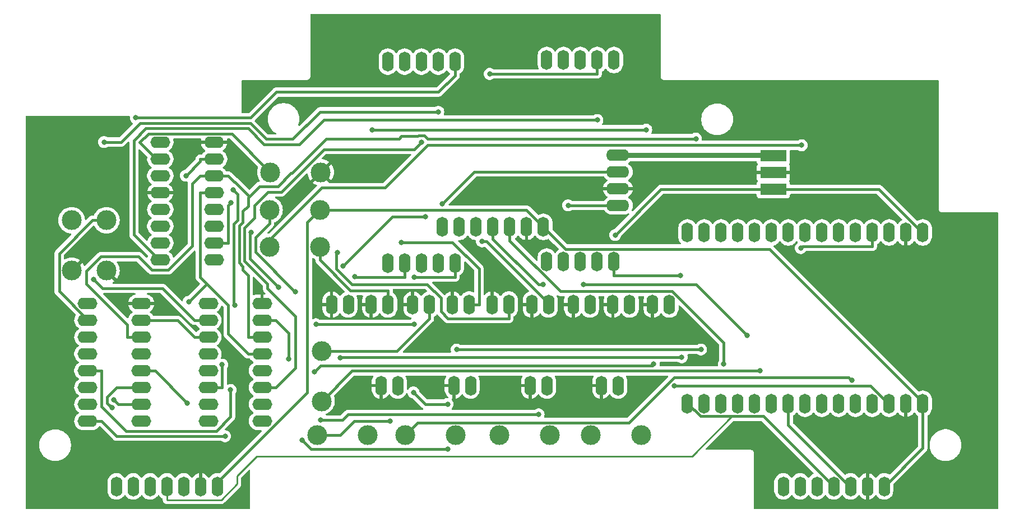
<source format=gbr>
%TF.GenerationSoftware,KiCad,Pcbnew,8.0.1*%
%TF.CreationDate,2024-04-15T10:29:32-04:00*%
%TF.ProjectId,Baja Dashboard Schematic Part 2,42616a61-2044-4617-9368-626f61726420,rev?*%
%TF.SameCoordinates,Original*%
%TF.FileFunction,Copper,L1,Top*%
%TF.FilePolarity,Positive*%
%FSLAX46Y46*%
G04 Gerber Fmt 4.6, Leading zero omitted, Abs format (unit mm)*
G04 Created by KiCad (PCBNEW 8.0.1) date 2024-04-15 10:29:32*
%MOMM*%
%LPD*%
G01*
G04 APERTURE LIST*
%TA.AperFunction,ComponentPad*%
%ADD10O,1.750000X3.000000*%
%TD*%
%TA.AperFunction,ComponentPad*%
%ADD11C,3.000000*%
%TD*%
%TA.AperFunction,ComponentPad*%
%ADD12R,4.000000X1.750000*%
%TD*%
%TA.AperFunction,ComponentPad*%
%ADD13O,3.500000X1.750000*%
%TD*%
%TA.AperFunction,ComponentPad*%
%ADD14O,3.000000X1.750000*%
%TD*%
%TA.AperFunction,ViaPad*%
%ADD15C,0.800000*%
%TD*%
%TA.AperFunction,Conductor*%
%ADD16C,0.400000*%
%TD*%
%TA.AperFunction,Conductor*%
%ADD17C,0.800000*%
%TD*%
%TA.AperFunction,Conductor*%
%ADD18C,0.250000*%
%TD*%
G04 APERTURE END LIST*
D10*
%TO.P,D4,1,K*%
%TO.N,GND*%
X162250000Y-111500000D03*
%TO.P,D4,2,A*%
%TO.N,Net-(D4-A)*%
X164790000Y-111500000D03*
%TD*%
%TO.P,D2,1,K*%
%TO.N,GND*%
X150000000Y-111500000D03*
%TO.P,D2,2,A*%
%TO.N,Net-(D2-A)*%
X152540000Y-111500000D03*
%TD*%
D11*
%TO.P,R10,1*%
%TO.N,Net-(U4-D27)*%
X172500000Y-131250000D03*
%TO.P,R10,2*%
%TO.N,Net-(D13-A)*%
X164880000Y-131250000D03*
%TD*%
D12*
%TO.P,U8,1,Vin*%
%TO.N,+12V*%
X192500000Y-89000000D03*
%TO.P,U8,2,GND*%
%TO.N,GND*%
X192500000Y-91540000D03*
%TO.P,U8,3,Vout*%
%TO.N,+5V*%
X192500000Y-94080000D03*
%TD*%
D10*
%TO.P,D1,1,K*%
%TO.N,GND*%
X144000000Y-111500000D03*
%TO.P,D1,2,A*%
%TO.N,Net-(D1-A)*%
X146540000Y-111500000D03*
%TD*%
D11*
%TO.P,R5,1*%
%TO.N,Net-(U4-D14)*%
X124250000Y-126120000D03*
%TO.P,R5,2*%
%TO.N,Net-(D8-A)*%
X124250000Y-118500000D03*
%TD*%
D10*
%TO.P,D6,1,K*%
%TO.N,GND*%
X174250000Y-111500000D03*
%TO.P,D6,2,A*%
%TO.N,Net-(D6-A)*%
X176790000Y-111500000D03*
%TD*%
%TO.P,D13,1,K*%
%TO.N,GND*%
X166500000Y-123750000D03*
%TO.P,D13,2,A*%
%TO.N,Net-(D13-A)*%
X169040000Y-123750000D03*
%TD*%
%TO.P,D9,1,K*%
%TO.N,GND*%
X131750000Y-111500000D03*
%TO.P,D9,2,A*%
%TO.N,Net-(D9-A)*%
X134290000Y-111500000D03*
%TD*%
D11*
%TO.P,R2,1*%
%TO.N,GND*%
X91750000Y-106370000D03*
%TO.P,R2,2*%
%TO.N,Net-(U2-R-EXT)*%
X91750000Y-98750000D03*
%TD*%
D10*
%TO.P,U5,1,2*%
%TO.N,Net-(U1-~{OUT2})*%
X168410000Y-74520000D03*
%TO.P,U5,2,1*%
%TO.N,Net-(U1-~{OUT1})*%
X165870000Y-74520000D03*
%TO.P,U5,3,GND*%
%TO.N,+5V*%
X163330000Y-74520000D03*
%TO.P,U5,4,6*%
%TO.N,Net-(U1-~{OUT6})*%
X160790000Y-74520000D03*
%TO.P,U5,5,5*%
%TO.N,Net-(U1-~{OUT5})*%
X158250000Y-74520000D03*
%TO.P,U5,6,4*%
%TO.N,Net-(U1-~{OUT4})*%
X158250000Y-105000000D03*
%TO.P,U5,7,7*%
%TO.N,Net-(U1-~{OUT7})*%
X160790000Y-105000000D03*
%TO.P,U5,8,GND*%
%TO.N,+5V*%
X163330000Y-105000000D03*
%TO.P,U5,9,3*%
%TO.N,Net-(U1-~{OUT3})*%
X165870000Y-105000000D03*
%TO.P,U5,10,0*%
%TO.N,Net-(U1-~{OUT0})*%
X168410000Y-105000000D03*
%TD*%
%TO.P,D3,1,K*%
%TO.N,GND*%
X156000000Y-111500000D03*
%TO.P,D3,2,A*%
%TO.N,Net-(D3-A)*%
X158540000Y-111500000D03*
%TD*%
D11*
%TO.P,R3,1*%
%TO.N,GND*%
X124120000Y-91500000D03*
%TO.P,R3,2*%
%TO.N,Net-(U3-R-EXT)*%
X116500000Y-91500000D03*
%TD*%
%TO.P,R1,1*%
%TO.N,GND*%
X86500000Y-106370000D03*
%TO.P,R1,2*%
%TO.N,Net-(U1-R-EXT)*%
X86500000Y-98750000D03*
%TD*%
D10*
%TO.P,D12,1,K*%
%TO.N,GND*%
X155750000Y-123750000D03*
%TO.P,D12,2,A*%
%TO.N,Net-(D12-A)*%
X158290000Y-123750000D03*
%TD*%
%TO.P,D11,1,K*%
%TO.N,GND*%
X144210000Y-123750000D03*
%TO.P,D11,2,A*%
%TO.N,Net-(D11-A)*%
X146750000Y-123750000D03*
%TD*%
D11*
%TO.P,R4,1*%
%TO.N,+3.3V*%
X124000000Y-97200000D03*
%TO.P,R4,2*%
%TO.N,Net-(D7-A)*%
X116380000Y-97200000D03*
%TD*%
D10*
%TO.P,D8,1,K*%
%TO.N,GND*%
X138000000Y-111500000D03*
%TO.P,D8,2,A*%
%TO.N,Net-(D8-A)*%
X140540000Y-111500000D03*
%TD*%
%TO.P,D7,1,K*%
%TO.N,GND*%
X133210000Y-123750000D03*
%TO.P,D7,2,A*%
%TO.N,Net-(D7-A)*%
X135750000Y-123750000D03*
%TD*%
%TO.P,U6,1,2*%
%TO.N,Net-(U2-~{OUT2})*%
X144410000Y-74770000D03*
%TO.P,U6,2,1*%
%TO.N,Net-(U2-~{OUT1})*%
X141870000Y-74770000D03*
%TO.P,U6,3,GND*%
%TO.N,+5V*%
X139330000Y-74770000D03*
%TO.P,U6,4,6*%
%TO.N,Net-(U2-~{OUT6})*%
X136790000Y-74770000D03*
%TO.P,U6,5,5*%
%TO.N,Net-(U2-~{OUT5})*%
X134250000Y-74770000D03*
%TO.P,U6,6,4*%
%TO.N,Net-(U2-~{OUT4})*%
X134250000Y-105250000D03*
%TO.P,U6,7,7*%
%TO.N,Net-(U2-~{OUT7})*%
X136790000Y-105250000D03*
%TO.P,U6,8,GND*%
%TO.N,+5V*%
X139330000Y-105250000D03*
%TO.P,U6,9,3*%
%TO.N,Net-(U2-~{OUT3})*%
X141870000Y-105250000D03*
%TO.P,U6,10,0*%
%TO.N,Net-(U2-~{OUT0})*%
X144410000Y-105250000D03*
%TD*%
D11*
%TO.P,R6,1*%
%TO.N,Net-(U4-D13)*%
X116380000Y-102750000D03*
%TO.P,R6,2*%
%TO.N,Net-(D9-A)*%
X124000000Y-102750000D03*
%TD*%
D10*
%TO.P,U8_Left1,1,RST*%
%TO.N,unconnected-(U8_Left1-RST-Pad1)*%
X93260000Y-139000000D03*
%TO.P,U8_Left1,2,ES*%
%TO.N,Net-(U4-TX2)*%
X95800000Y-139000000D03*
%TO.P,U8_Left1,3,DC*%
%TO.N,Net-(U4-RX2)*%
X98340000Y-139000000D03*
%TO.P,U8_Left1,4,SDA*%
%TO.N,Net-(U4-D23)*%
X100880000Y-139000000D03*
%TO.P,U8_Left1,5,SCL*%
%TO.N,Net-(U4-D18)*%
X103420000Y-139000000D03*
%TO.P,U8_Left1,6,GND*%
%TO.N,GND*%
X105960000Y-139000000D03*
%TO.P,U8_Left1,7,VCC*%
%TO.N,+3.3V*%
X108500000Y-139000000D03*
%TD*%
D13*
%TO.P,J1,1,Pin_1*%
%TO.N,Net-(J1-Pin_1)*%
X169000000Y-96520000D03*
%TO.P,J1,2,Pin_2*%
%TO.N,GND*%
X169000000Y-93980000D03*
%TO.P,J1,3,Pin_3*%
%TO.N,Net-(J1-Pin_3)*%
X169000000Y-91440000D03*
%TO.P,J1,4,Pin_4*%
%TO.N,+12V*%
X169000000Y-88900000D03*
%TD*%
D11*
%TO.P,R9,1*%
%TO.N,Net-(U4-D15)*%
X158750000Y-131250000D03*
%TO.P,R9,2*%
%TO.N,Net-(D12-A)*%
X151130000Y-131250000D03*
%TD*%
D10*
%TO.P,D10,1,K*%
%TO.N,GND*%
X125750000Y-111500000D03*
%TO.P,D10,2,A*%
%TO.N,Net-(D10-A)*%
X128290000Y-111500000D03*
%TD*%
%TO.P,U7_Right1,1,RST*%
%TO.N,unconnected-(U7_Right1-RST-Pad1)*%
X194000000Y-139000000D03*
%TO.P,U7_Right1,2,ES*%
%TO.N,Net-(U4-D5)*%
X196540000Y-139000000D03*
%TO.P,U7_Right1,3,DC*%
%TO.N,Net-(U4-D4)*%
X199080000Y-139000000D03*
%TO.P,U7_Right1,4,SDA*%
%TO.N,Net-(U4-D23)*%
X201620000Y-139000000D03*
%TO.P,U7_Right1,5,SCL*%
%TO.N,Net-(U4-D18)*%
X204160000Y-139000000D03*
%TO.P,U7_Right1,6,GND*%
%TO.N,GND*%
X206700000Y-139000000D03*
%TO.P,U7_Right1,7,VCC*%
%TO.N,+3.3V*%
X209240000Y-139000000D03*
%TD*%
D11*
%TO.P,R7,1*%
%TO.N,Net-(U4-D12)*%
X123630000Y-131250000D03*
%TO.P,R7,2*%
%TO.N,Net-(D10-A)*%
X131250000Y-131250000D03*
%TD*%
D10*
%TO.P,D5,1,K*%
%TO.N,GND*%
X168250000Y-111500000D03*
%TO.P,D5,2,A*%
%TO.N,Net-(D5-A)*%
X170790000Y-111500000D03*
%TD*%
D11*
%TO.P,R8,1*%
%TO.N,Net-(U4-D2)*%
X136880000Y-131250000D03*
%TO.P,R8,2*%
%TO.N,Net-(D11-A)*%
X144500000Y-131250000D03*
%TD*%
D14*
%TO.P,U2,1,GND*%
%TO.N,GND*%
X97000000Y-111340000D03*
%TO.P,U2,2,SDI*%
%TO.N,Net-(U1-SDO)*%
X97000000Y-113880000D03*
%TO.P,U2,3,CLK*%
%TO.N,Net-(U1-CLK)*%
X97000000Y-116420000D03*
%TO.P,U2,4,LE(ED1)*%
%TO.N,Net-(U1-LE(ED1))*%
X97000000Y-118960000D03*
%TO.P,U2,5,~{OUT0}*%
%TO.N,Net-(U2-~{OUT0})*%
X97000000Y-121500000D03*
%TO.P,U2,6,~{OUT1}*%
%TO.N,Net-(U2-~{OUT1})*%
X97000000Y-124040000D03*
%TO.P,U2,7,~{OUT2}*%
%TO.N,Net-(U2-~{OUT2})*%
X97000000Y-126580000D03*
%TO.P,U2,8,~{OUT3}*%
%TO.N,Net-(U2-~{OUT3})*%
X97000000Y-129120000D03*
%TO.P,U2,9,~{OUT4}*%
%TO.N,Net-(U2-~{OUT4})*%
X88880000Y-129120000D03*
%TO.P,U2,10,~{OUT5}*%
%TO.N,Net-(U2-~{OUT5})*%
X88880000Y-126580000D03*
%TO.P,U2,11,~{OUT6}*%
%TO.N,Net-(U2-~{OUT6})*%
X88880000Y-124040000D03*
%TO.P,U2,12,~{OUT7}*%
%TO.N,Net-(U2-~{OUT7})*%
X88880000Y-121500000D03*
%TO.P,U2,13,~{OE}(ED2)*%
%TO.N,Net-(U1-~{OE}(ED2))*%
X88880000Y-118960000D03*
%TO.P,U2,14,SDO*%
%TO.N,Net-(U2-SDO)*%
X88880000Y-116420000D03*
%TO.P,U2,15,R-EXT*%
%TO.N,Net-(U2-R-EXT)*%
X88880000Y-113880000D03*
%TO.P,U2,16,VDD*%
%TO.N,+5V*%
X88880000Y-111340000D03*
%TD*%
D10*
%TO.P,U4,1,3V3*%
%TO.N,+3.3V*%
X215060000Y-126500000D03*
%TO.P,U4,2,GND*%
%TO.N,GND*%
X212520000Y-126500000D03*
%TO.P,U4,3,D15*%
%TO.N,Net-(U4-D15)*%
X209980000Y-126500000D03*
%TO.P,U4,4,D2*%
%TO.N,Net-(U4-D2)*%
X207440000Y-126500000D03*
%TO.P,U4,5,D4*%
%TO.N,Net-(U4-D4)*%
X204900000Y-126500000D03*
%TO.P,U4,6,RX2*%
%TO.N,Net-(U4-RX2)*%
X202360000Y-126500000D03*
%TO.P,U4,7,TX2*%
%TO.N,Net-(U4-TX2)*%
X199820000Y-126500000D03*
%TO.P,U4,8,D5*%
%TO.N,Net-(U4-D5)*%
X197280000Y-126500000D03*
%TO.P,U4,9,D18*%
%TO.N,Net-(U4-D18)*%
X194740000Y-126500000D03*
%TO.P,U4,10,D19*%
%TO.N,unconnected-(U4-D19-Pad10)*%
X192200000Y-126500000D03*
%TO.P,U4,11,D21*%
%TO.N,Net-(U4-D21)*%
X189660000Y-126500000D03*
%TO.P,U4,12,RX0*%
%TO.N,unconnected-(U4-RX0-Pad12)*%
X187120000Y-126500000D03*
%TO.P,U4,13,TX0*%
%TO.N,unconnected-(U4-TX0-Pad13)*%
X184580000Y-126500000D03*
%TO.P,U4,14,D22*%
%TO.N,Net-(U4-D22)*%
X182040000Y-126500000D03*
%TO.P,U4,15,D23*%
%TO.N,Net-(U4-D23)*%
X179500000Y-126500000D03*
%TO.P,U4,16,EN*%
%TO.N,unconnected-(U4-EN-Pad16)*%
X179500000Y-100600000D03*
%TO.P,U4,17,UP*%
%TO.N,unconnected-(U4-UP-Pad17)*%
X182040000Y-100600000D03*
%TO.P,U4,18,UN*%
%TO.N,unconnected-(U4-UN-Pad18)*%
X184580000Y-100600000D03*
%TO.P,U4,19,D34*%
%TO.N,unconnected-(U4-D34-Pad19)*%
X187120000Y-100600000D03*
%TO.P,U4,20,D35*%
%TO.N,unconnected-(U4-D35-Pad20)*%
X189660000Y-100600000D03*
%TO.P,U4,21,D32*%
%TO.N,Net-(U1-SDI)*%
X192200000Y-100600000D03*
%TO.P,U4,22,D33*%
%TO.N,Net-(U1-CLK)*%
X194740000Y-100600000D03*
%TO.P,U4,23,D25*%
%TO.N,Net-(U1-LE(ED1))*%
X197280000Y-100600000D03*
%TO.P,U4,24,D26*%
%TO.N,Net-(U1-~{OE}(ED2))*%
X199820000Y-100600000D03*
%TO.P,U4,25,D27*%
%TO.N,Net-(U4-D27)*%
X202360000Y-100600000D03*
%TO.P,U4,26,D14*%
%TO.N,Net-(U4-D14)*%
X204900000Y-100600000D03*
%TO.P,U4,27,D12*%
%TO.N,Net-(U4-D12)*%
X207440000Y-100600000D03*
%TO.P,U4,28,D13*%
%TO.N,Net-(U4-D13)*%
X209980000Y-100600000D03*
%TO.P,U4,29,GND*%
%TO.N,GND*%
X212520000Y-100600000D03*
%TO.P,U4,30,VIN*%
%TO.N,+5V*%
X215060000Y-100600000D03*
%TD*%
%TO.P,U7,1,Vcc*%
%TO.N,+3.3V*%
X157750000Y-99750000D03*
%TO.P,U7,2,GND(Logic)*%
%TO.N,GND*%
X155210000Y-99750000D03*
%TO.P,U7,3,RX*%
%TO.N,Net-(U4-D22)*%
X152670000Y-99750000D03*
%TO.P,U7,4,TX*%
%TO.N,Net-(U4-D21)*%
X150130000Y-99750000D03*
%TO.P,U7,5,SLNT*%
%TO.N,unconnected-(U7-SLNT-Pad5)*%
X147590000Y-99750000D03*
%TO.P,U7,6,CANH*%
%TO.N,Net-(J1-Pin_1)*%
X145050000Y-99750000D03*
%TO.P,U7,7,CANL*%
%TO.N,Net-(J1-Pin_3)*%
X142510000Y-99750000D03*
%TD*%
D14*
%TO.P,U3,1,GND*%
%TO.N,GND*%
X108000000Y-86960000D03*
%TO.P,U3,2,SDI*%
%TO.N,Net-(U2-SDO)*%
X108000000Y-89500000D03*
%TO.P,U3,3,CLK*%
%TO.N,Net-(U1-CLK)*%
X108000000Y-92040000D03*
%TO.P,U3,4,LE(ED1)*%
%TO.N,Net-(U1-LE(ED1))*%
X108000000Y-94580000D03*
%TO.P,U3,5,~{OUT0}*%
%TO.N,Net-(D1-A)*%
X108000000Y-97120000D03*
%TO.P,U3,6,~{OUT1}*%
%TO.N,Net-(D2-A)*%
X108000000Y-99660000D03*
%TO.P,U3,7,~{OUT2}*%
%TO.N,Net-(D3-A)*%
X108000000Y-102200000D03*
%TO.P,U3,8,~{OUT3}*%
%TO.N,Net-(D4-A)*%
X108000000Y-104740000D03*
%TO.P,U3,9,~{OUT4}*%
%TO.N,Net-(D5-A)*%
X99880000Y-104740000D03*
%TO.P,U3,10,~{OUT5}*%
%TO.N,Net-(D6-A)*%
X99880000Y-102200000D03*
%TO.P,U3,11,~{OUT6}*%
%TO.N,unconnected-(U3-~{OUT6}-Pad11)*%
X99880000Y-99660000D03*
%TO.P,U3,12,~{OUT7}*%
%TO.N,unconnected-(U3-~{OUT7}-Pad12)*%
X99880000Y-97120000D03*
%TO.P,U3,13,~{OE}(ED2)*%
%TO.N,GND*%
X99880000Y-94580000D03*
%TO.P,U3,14,SDO*%
%TO.N,unconnected-(U3-SDO-Pad14)*%
X99880000Y-92040000D03*
%TO.P,U3,15,R-EXT*%
%TO.N,Net-(U3-R-EXT)*%
X99880000Y-89500000D03*
%TO.P,U3,16,VDD*%
%TO.N,+5V*%
X99880000Y-86960000D03*
%TD*%
%TO.P,U1,1,GND*%
%TO.N,GND*%
X115250000Y-111340000D03*
%TO.P,U1,2,SDI*%
%TO.N,Net-(U1-SDI)*%
X115250000Y-113880000D03*
%TO.P,U1,3,CLK*%
%TO.N,Net-(U1-CLK)*%
X115250000Y-116420000D03*
%TO.P,U1,4,LE(ED1)*%
%TO.N,Net-(U1-LE(ED1))*%
X115250000Y-118960000D03*
%TO.P,U1,5,~{OUT0}*%
%TO.N,Net-(U1-~{OUT0})*%
X115250000Y-121500000D03*
%TO.P,U1,6,~{OUT1}*%
%TO.N,Net-(U1-~{OUT1})*%
X115250000Y-124040000D03*
%TO.P,U1,7,~{OUT2}*%
%TO.N,Net-(U1-~{OUT2})*%
X115250000Y-126580000D03*
%TO.P,U1,8,~{OUT3}*%
%TO.N,Net-(U1-~{OUT3})*%
X115250000Y-129120000D03*
%TO.P,U1,9,~{OUT4}*%
%TO.N,Net-(U1-~{OUT4})*%
X107130000Y-129120000D03*
%TO.P,U1,10,~{OUT5}*%
%TO.N,Net-(U1-~{OUT5})*%
X107130000Y-126580000D03*
%TO.P,U1,11,~{OUT6}*%
%TO.N,Net-(U1-~{OUT6})*%
X107130000Y-124040000D03*
%TO.P,U1,12,~{OUT7}*%
%TO.N,Net-(U1-~{OUT7})*%
X107130000Y-121500000D03*
%TO.P,U1,13,~{OE}(ED2)*%
%TO.N,Net-(U1-~{OE}(ED2))*%
X107130000Y-118960000D03*
%TO.P,U1,14,SDO*%
%TO.N,Net-(U1-SDO)*%
X107130000Y-116420000D03*
%TO.P,U1,15,R-EXT*%
%TO.N,Net-(U1-R-EXT)*%
X107130000Y-113880000D03*
%TO.P,U1,16,VDD*%
%TO.N,+5V*%
X107130000Y-111340000D03*
%TD*%
D15*
%TO.N,Net-(D1-A)*%
X136328000Y-102076000D03*
%TO.N,Net-(D2-A)*%
X126644000Y-103627000D03*
%TO.N,Net-(D3-A)*%
X110520000Y-96069200D03*
X148470000Y-101944000D03*
%TO.N,Net-(D4-A)*%
X123382000Y-114486000D03*
X113613000Y-100586000D03*
X117775000Y-108878000D03*
X138211000Y-114486000D03*
%TO.N,Net-(D5-A)*%
X165903000Y-83603600D03*
%TO.N,Net-(D6-A)*%
X173284000Y-85067500D03*
X131893000Y-85067500D03*
%TO.N,Net-(D7-A)*%
X120304000Y-109588000D03*
%TO.N,Net-(U1-R-EXT)*%
X89781000Y-107708000D03*
%TO.N,Net-(U4-D14)*%
X190491000Y-121493000D03*
%TO.N,Net-(U4-D13)*%
X196759000Y-87423300D03*
%TO.N,Net-(U4-D12)*%
X134571000Y-129121000D03*
X181568000Y-118302000D03*
X144642000Y-118302000D03*
X196640000Y-102955000D03*
%TO.N,Net-(U4-D2)*%
X204345000Y-122950000D03*
%TO.N,Net-(U4-D15)*%
X177500000Y-123750000D03*
%TO.N,Net-(U1-~{OUT1})*%
X149649000Y-76621700D03*
X139350000Y-86920900D03*
%TO.N,+5V*%
X168600000Y-101000000D03*
%TO.N,Net-(U1-~{OUT2})*%
X121296000Y-132003000D03*
X143308000Y-133352000D03*
%TO.N,Net-(U1-CLK)*%
X180783000Y-86418600D03*
%TO.N,Net-(U1-~{OUT6})*%
X127509000Y-105666000D03*
X109232000Y-120600000D03*
X139906000Y-98217400D03*
%TO.N,Net-(U1-LE(ED1))*%
X178657000Y-119473000D03*
X127039000Y-119548000D03*
X104184000Y-111068000D03*
%TO.N,Net-(U1-~{OUT5})*%
X111145000Y-111627000D03*
X110910000Y-94174500D03*
%TO.N,Net-(U1-~{OUT0})*%
X178448000Y-107102000D03*
X124082000Y-128935000D03*
X157032000Y-128102000D03*
%TO.N,Net-(U1-SDI)*%
X119312000Y-119700000D03*
X123146000Y-121654000D03*
X174427000Y-120474000D03*
%TO.N,Net-(U2-~{OUT0})*%
X143279000Y-126555000D03*
X138198000Y-107352000D03*
X138134000Y-124784000D03*
X103954000Y-126377000D03*
%TO.N,Net-(U2-~{OUT2})*%
X92884200Y-125905000D03*
X96194900Y-83259500D03*
%TO.N,Net-(U2-~{OUT7})*%
X110487000Y-124423000D03*
X129282000Y-107260000D03*
%TO.N,Net-(U2-SDO)*%
X103745000Y-92019800D03*
%TO.N,Net-(U2-~{OUT4})*%
X109679000Y-131418000D03*
%TO.N,Net-(U2-~{OUT1})*%
X141870000Y-82360000D03*
X92624900Y-127132000D03*
X91391000Y-86933900D03*
%TO.N,Net-(U4-D21)*%
X157750000Y-108500000D03*
X163820000Y-108493000D03*
X188496000Y-116171000D03*
%TO.N,Net-(U4-D22)*%
X185000000Y-120500000D03*
%TO.N,Net-(J1-Pin_3)*%
X142500000Y-96250000D03*
%TO.N,Net-(J1-Pin_1)*%
X161500000Y-96500000D03*
%TD*%
D16*
%TO.N,Net-(D1-A)*%
X148017000Y-106062000D02*
X148017000Y-111500000D01*
X144031000Y-102076000D02*
X148017000Y-106062000D01*
X136328000Y-102076000D02*
X144031000Y-102076000D01*
X148017000Y-111500000D02*
X146540000Y-111500000D01*
%TO.N,Net-(D2-A)*%
X126448000Y-103823000D02*
X126448000Y-106056000D01*
X142270000Y-110512000D02*
X142270000Y-112525000D01*
X143347000Y-113602000D02*
X152540000Y-113602000D01*
X128821000Y-108430000D02*
X140188000Y-108430000D01*
X140188000Y-108430000D02*
X142270000Y-110512000D01*
X126644000Y-103627000D02*
X126448000Y-103823000D01*
X152540000Y-113602000D02*
X152540000Y-111500000D01*
X142270000Y-112525000D02*
X143347000Y-113602000D01*
X126448000Y-106056000D02*
X128821000Y-108430000D01*
%TO.N,Net-(D3-A)*%
X158540000Y-111500000D02*
X158540000Y-111327000D01*
X107750000Y-102200000D02*
X110102000Y-102200000D01*
X158540000Y-111327000D02*
X149158000Y-101944000D01*
X149158000Y-101944000D02*
X148470000Y-101944000D01*
X110102000Y-102200000D02*
X110102000Y-96487500D01*
X110102000Y-96487500D02*
X110520000Y-96069200D01*
%TO.N,Net-(D4-A)*%
X113430000Y-100769000D02*
X113613000Y-100586000D01*
X138211000Y-114486000D02*
X123382000Y-114486000D01*
X117775000Y-108878000D02*
X113430000Y-104533000D01*
X113430000Y-104533000D02*
X113430000Y-100769000D01*
%TO.N,Net-(D5-A)*%
X99690700Y-104740000D02*
X95892400Y-100942000D01*
X124582000Y-83603600D02*
X165903000Y-83603600D01*
X95892400Y-86675400D02*
X97689100Y-84878700D01*
X120895000Y-87290200D02*
X124582000Y-83603600D01*
X97689100Y-84878700D02*
X113147000Y-84878700D01*
X100130000Y-104740000D02*
X99690700Y-104740000D01*
X95892400Y-100942000D02*
X95892400Y-86675400D01*
X115559000Y-87290200D02*
X120895000Y-87290200D01*
X113147000Y-84878700D02*
X115559000Y-87290200D01*
%TO.N,Net-(D6-A)*%
X131893000Y-85067500D02*
X173284000Y-85067500D01*
%TO.N,Net-(D7-A)*%
X114242000Y-101374000D02*
X116380000Y-99235800D01*
X120235000Y-109588000D02*
X114242000Y-103595000D01*
X116380000Y-99235800D02*
X116380000Y-97200000D01*
X114242000Y-103595000D02*
X114242000Y-101374000D01*
X120304000Y-109588000D02*
X120235000Y-109588000D01*
%TO.N,Net-(D8-A)*%
X140540000Y-111500000D02*
X140540000Y-113602000D01*
X140540000Y-113602000D02*
X135642000Y-118500000D01*
X135642000Y-118500000D02*
X124250000Y-118500000D01*
%TO.N,Net-(D9-A)*%
X124000000Y-102750000D02*
X124000000Y-104773000D01*
X128626000Y-109398000D02*
X134290000Y-109398000D01*
X134290000Y-109398000D02*
X134290000Y-111500000D01*
X124000000Y-104773000D02*
X128626000Y-109398000D01*
D17*
%TO.N,+12V*%
X169000000Y-88900000D02*
X192400000Y-88900000D01*
X192400000Y-88900000D02*
X192500000Y-89000000D01*
D16*
%TO.N,Net-(U1-R-EXT)*%
X100207000Y-109058000D02*
X91130900Y-109058000D01*
X91130900Y-109058000D02*
X89781000Y-107708000D01*
X105028000Y-113880000D02*
X100207000Y-109058000D01*
X107380000Y-113880000D02*
X105028000Y-113880000D01*
%TO.N,Net-(U2-R-EXT)*%
X89628700Y-98750000D02*
X84600000Y-103779000D01*
X84600000Y-103779000D02*
X84600000Y-109488000D01*
X84600000Y-109488000D02*
X88991900Y-113880000D01*
X88991900Y-113880000D02*
X89130000Y-113880000D01*
X91750000Y-98750000D02*
X89628700Y-98750000D01*
%TO.N,Net-(U3-R-EXT)*%
X99250000Y-89500000D02*
X100130000Y-89500000D01*
X116500000Y-91500000D02*
X110685000Y-85685000D01*
X98065000Y-85685000D02*
X96750000Y-87000000D01*
X96750000Y-87000000D02*
X99250000Y-89500000D01*
X110685000Y-85685000D02*
X98065000Y-85685000D01*
%TO.N,+3.3V*%
X108500000Y-139000000D02*
X108500000Y-138375000D01*
X215060000Y-133180000D02*
X209240000Y-139000000D01*
X122100000Y-124775000D02*
X122100000Y-99100000D01*
X122100000Y-99100000D02*
X124000000Y-97200000D01*
X215060000Y-126250000D02*
X215060000Y-133180000D01*
X155200000Y-97200000D02*
X124000000Y-97200000D01*
X161100000Y-103100000D02*
X157750000Y-99750000D01*
X157750000Y-99750000D02*
X155200000Y-97200000D01*
X108500000Y-138375000D02*
X122100000Y-124775000D01*
X191910000Y-103100000D02*
X161100000Y-103100000D01*
X215060000Y-126250000D02*
X191910000Y-103100000D01*
%TO.N,Net-(U4-D14)*%
X190491000Y-121493000D02*
X190461000Y-121523000D01*
X190461000Y-121523000D02*
X128847000Y-121523000D01*
X128847000Y-121523000D02*
X124250000Y-126120000D01*
%TO.N,Net-(U4-D13)*%
X124255000Y-93848700D02*
X133839000Y-93848700D01*
X133839000Y-93848700D02*
X140264000Y-87423300D01*
X140264000Y-87423300D02*
X196759000Y-87423300D01*
X116380000Y-102750000D02*
X116380000Y-101723000D01*
X116380000Y-101723000D02*
X124255000Y-93848700D01*
%TO.N,Net-(U4-D12)*%
X207440000Y-100850000D02*
X207440000Y-102702000D01*
X123630000Y-131250000D02*
X127075000Y-131250000D01*
X181568000Y-118302000D02*
X144642000Y-118302000D01*
X129204000Y-129121000D02*
X134571000Y-129121000D01*
X196894000Y-102702000D02*
X196640000Y-102955000D01*
X207440000Y-102702000D02*
X196894000Y-102702000D01*
X127075000Y-131250000D02*
X129204000Y-129121000D01*
%TO.N,Net-(U4-D2)*%
X201250000Y-122500000D02*
X177500000Y-122500000D01*
X203895000Y-122500000D02*
X201250000Y-122500000D01*
X203895000Y-122500000D02*
X201250000Y-122500000D01*
X170650000Y-129350000D02*
X138780000Y-129350000D01*
X204345000Y-122950000D02*
X203895000Y-122500000D01*
X177500000Y-122500000D02*
X170650000Y-129350000D01*
X138780000Y-129350000D02*
X136880000Y-131250000D01*
%TO.N,Net-(U4-D15)*%
X207118000Y-123750000D02*
X209618000Y-126250000D01*
X177500000Y-123750000D02*
X207118000Y-123750000D01*
X209618000Y-126250000D02*
X209980000Y-126250000D01*
%TO.N,Net-(U1-~{OUT1})*%
X120313000Y-113321000D02*
X120313000Y-121078000D01*
X117352000Y-124040000D02*
X115000000Y-124040000D01*
X165870000Y-76621700D02*
X149649000Y-76621700D01*
X114114000Y-96489900D02*
X114114000Y-98425400D01*
X114114000Y-98425400D02*
X112597000Y-99942500D01*
X138244000Y-88027000D02*
X124620000Y-88027000D01*
X118176000Y-94470100D02*
X116134000Y-94470100D01*
X124620000Y-88027000D02*
X118176000Y-94470100D01*
X116075000Y-108346000D02*
X116075000Y-109082000D01*
X139350000Y-86920900D02*
X138244000Y-88027000D01*
X120313000Y-121078000D02*
X117352000Y-124040000D01*
X165870000Y-74520000D02*
X165870000Y-76621700D01*
X112597000Y-99942500D02*
X112597000Y-104868000D01*
X116134000Y-94470100D02*
X114114000Y-96489900D01*
X112597000Y-104868000D02*
X116075000Y-108346000D01*
X116075000Y-109082000D02*
X120313000Y-113321000D01*
%TO.N,Net-(U1-SDO)*%
X107380000Y-116420000D02*
X105028000Y-116420000D01*
X102488000Y-113880000D02*
X96750000Y-113880000D01*
X105028000Y-116420000D02*
X102488000Y-113880000D01*
%TO.N,+5V*%
X208428000Y-94080000D02*
X215060000Y-100712000D01*
X175520000Y-94080000D02*
X168600000Y-101000000D01*
X192500000Y-94080000D02*
X175520000Y-94080000D01*
X215060000Y-100712000D02*
X215060000Y-100850000D01*
X192500000Y-94080000D02*
X208428000Y-94080000D01*
%TO.N,Net-(U1-~{OUT2})*%
X122644000Y-133352000D02*
X121296000Y-132003000D01*
X143308000Y-133352000D02*
X122644000Y-133352000D01*
%TO.N,Net-(U1-CLK)*%
X113148000Y-116420000D02*
X115000000Y-116420000D01*
X111049000Y-92987300D02*
X110102000Y-92040000D01*
X112347000Y-105751000D02*
X112347000Y-106305000D01*
X113148000Y-96604900D02*
X112347000Y-97406600D01*
X111139000Y-92987300D02*
X111049000Y-92987300D01*
X119746000Y-91647200D02*
X124973000Y-86420100D01*
X112347000Y-99059300D02*
X111795000Y-99610500D01*
X90889200Y-104252000D02*
X88733200Y-106408000D01*
X94898300Y-114568000D02*
X94898300Y-116420000D01*
X135977000Y-86418600D02*
X136326000Y-86069200D01*
X114901000Y-93606300D02*
X117690000Y-93606300D01*
X104745000Y-93192900D02*
X104745000Y-102608000D01*
X135263000Y-86418600D02*
X135977000Y-86418600D01*
X113330000Y-95177700D02*
X113148000Y-95359300D01*
X135261000Y-86420100D02*
X135263000Y-86418600D01*
X111795000Y-105200000D02*
X112347000Y-105751000D01*
X138935000Y-85919200D02*
X139765000Y-85919200D01*
X94898300Y-116420000D02*
X96750000Y-116420000D01*
X88733200Y-108403000D02*
X94898300Y-114568000D01*
X113148000Y-107107000D02*
X113148000Y-116420000D01*
X136326000Y-86069200D02*
X138785000Y-86069200D01*
X113330000Y-95177700D02*
X114901000Y-93606300D01*
X111795000Y-99610500D02*
X111795000Y-105200000D01*
X98618500Y-106254000D02*
X96616800Y-104252000D01*
X104745000Y-102608000D02*
X101100000Y-106254000D01*
X101100000Y-106254000D02*
X98618500Y-106254000D01*
X107750000Y-92040000D02*
X105898000Y-92040000D01*
X110102000Y-92040000D02*
X107750000Y-92040000D01*
X112347000Y-106305000D02*
X113148000Y-107107000D01*
X124973000Y-86420100D02*
X135261000Y-86420100D01*
X96616800Y-104252000D02*
X90889200Y-104252000D01*
X113330000Y-95177700D02*
X111139000Y-92987300D01*
X139765000Y-85919200D02*
X140264000Y-86418600D01*
X113148000Y-95359300D02*
X113148000Y-96604900D01*
X140264000Y-86418600D02*
X180783000Y-86418600D01*
X138785000Y-86069200D02*
X138935000Y-85919200D01*
X88733200Y-106408000D02*
X88733200Y-108403000D01*
X112347000Y-97406600D02*
X112347000Y-99059300D01*
X117690000Y-93606300D02*
X119649000Y-91647200D01*
X119649000Y-91647200D02*
X119746000Y-91647200D01*
X105898000Y-92040000D02*
X104745000Y-93192900D01*
%TO.N,Net-(U1-~{OUT6})*%
X107380000Y-124040000D02*
X109232000Y-124040000D01*
X109232000Y-124040000D02*
X109232000Y-120600000D01*
X139906000Y-98217400D02*
X134958000Y-98217400D01*
X134958000Y-98217400D02*
X127509000Y-105666000D01*
%TO.N,Net-(U1-LE(ED1))*%
X110144000Y-111594000D02*
X110144000Y-115955000D01*
X104184000Y-111068000D02*
X106900000Y-108351000D01*
X127114000Y-119473000D02*
X178657000Y-119473000D01*
X110144000Y-115955000D02*
X113148000Y-118960000D01*
X107750000Y-94580000D02*
X105898000Y-94580000D01*
X113148000Y-118960000D02*
X115000000Y-118960000D01*
X106900000Y-108351000D02*
X110144000Y-111594000D01*
X105898000Y-94580000D02*
X105898000Y-107349000D01*
X127039000Y-119548000D02*
X127114000Y-119473000D01*
X105898000Y-107349000D02*
X106900000Y-108351000D01*
%TO.N,Net-(U1-~{OUT5})*%
X111545000Y-94809400D02*
X111545000Y-98727300D01*
X110910000Y-94174500D02*
X111545000Y-94809400D01*
X111545000Y-98727300D02*
X110994000Y-99278500D01*
X110994000Y-99278500D02*
X110994000Y-111475000D01*
X110994000Y-111475000D02*
X111145000Y-111627000D01*
%TO.N,Net-(U1-~{OUT0})*%
X168410000Y-107102000D02*
X168410000Y-105000000D01*
X128264000Y-128102000D02*
X157032000Y-128102000D01*
X124082000Y-128935000D02*
X127431000Y-128935000D01*
X178448000Y-107102000D02*
X168410000Y-107102000D01*
X127431000Y-128935000D02*
X128264000Y-128102000D01*
%TO.N,Net-(U1-SDI)*%
X115000000Y-113880000D02*
X117352000Y-113880000D01*
X174180000Y-120721000D02*
X174427000Y-120474000D01*
X124079000Y-120721000D02*
X174180000Y-120721000D01*
X119312000Y-115840000D02*
X119312000Y-119700000D01*
X123146000Y-121654000D02*
X124079000Y-120721000D01*
X117352000Y-113880000D02*
X119312000Y-115840000D01*
%TO.N,Net-(U2-~{OUT0})*%
X143279000Y-126555000D02*
X139905000Y-126555000D01*
X144410000Y-105250000D02*
X144410000Y-107352000D01*
X144410000Y-107352000D02*
X138198000Y-107352000D01*
X96750000Y-121500000D02*
X99101700Y-121500000D01*
X99101700Y-121500000D02*
X99101700Y-121524000D01*
X139905000Y-126555000D02*
X138134000Y-124784000D01*
X99101700Y-121524000D02*
X103954000Y-126377000D01*
%TO.N,Net-(U2-~{OUT2})*%
X144410000Y-76871700D02*
X141918000Y-79363200D01*
X113544000Y-83259500D02*
X96194900Y-83259500D01*
X144410000Y-74770000D02*
X144410000Y-76871700D01*
X141918000Y-79363200D02*
X117440000Y-79363200D01*
X96750000Y-126580000D02*
X93559300Y-126580000D01*
X117440000Y-79363200D02*
X113544000Y-83259500D01*
X93559300Y-126580000D02*
X92884200Y-125905000D01*
%TO.N,Net-(U2-~{OUT7})*%
X90981700Y-126910000D02*
X94681900Y-130610000D01*
X129373000Y-107352000D02*
X129282000Y-107260000D01*
X136790000Y-105250000D02*
X136790000Y-107352000D01*
X90981700Y-121500000D02*
X90981700Y-126910000D01*
X108363000Y-130610000D02*
X110487000Y-128486000D01*
X110487000Y-128486000D02*
X110487000Y-124423000D01*
X136790000Y-107352000D02*
X129373000Y-107352000D01*
X94681900Y-130610000D02*
X108363000Y-130610000D01*
X89130000Y-121500000D02*
X90981700Y-121500000D01*
%TO.N,Net-(U2-SDO)*%
X107750000Y-89500000D02*
X105898000Y-89500000D01*
X105898000Y-89866700D02*
X103745000Y-92019800D01*
X105898000Y-89500000D02*
X105898000Y-89866700D01*
%TO.N,Net-(U2-~{OUT4})*%
X90981700Y-129120000D02*
X93280000Y-131418000D01*
X89130000Y-129120000D02*
X90981700Y-129120000D01*
X93280000Y-131418000D02*
X109679000Y-131418000D01*
%TO.N,Net-(U2-~{OUT1})*%
X93301700Y-124040000D02*
X96750000Y-124040000D01*
X92624900Y-127132000D02*
X91866100Y-126373000D01*
X93937200Y-86933900D02*
X91391000Y-86933900D01*
X96794100Y-84077000D02*
X93937200Y-86933900D01*
X124030000Y-82360000D02*
X119901000Y-86488500D01*
X119901000Y-86488500D02*
X115891000Y-86488500D01*
X113480000Y-84077000D02*
X96794100Y-84077000D01*
X91866100Y-126373000D02*
X91866100Y-125476000D01*
X141870000Y-82360000D02*
X124030000Y-82360000D01*
X91866100Y-125476000D02*
X93301700Y-124040000D01*
X115891000Y-86488500D02*
X113480000Y-84077000D01*
D18*
%TO.N,Net-(U4-D23)*%
X114443400Y-134423300D02*
X111467600Y-137399100D01*
D16*
X179500000Y-126388000D02*
X179500000Y-126250000D01*
D18*
X109086500Y-141026700D02*
X100880000Y-141026700D01*
X111467600Y-138645600D02*
X109086500Y-141026700D01*
X100880000Y-139000000D02*
X100880000Y-141026700D01*
X186266000Y-128400000D02*
X180242700Y-134423300D01*
D16*
X181512000Y-128400000D02*
X179500000Y-126388000D01*
X201620000Y-139000000D02*
X191020000Y-128400000D01*
D18*
X111467600Y-137399100D02*
X111467600Y-138645600D01*
X180242700Y-134423300D02*
X114443400Y-134423300D01*
D16*
X186266000Y-128400000D02*
X181512000Y-128400000D01*
X191020000Y-128400000D02*
X186266000Y-128400000D01*
%TO.N,Net-(U4-D21)*%
X150130000Y-99750000D02*
X150130000Y-101630000D01*
X180818000Y-108493000D02*
X188496000Y-116171000D01*
X150130000Y-101630000D02*
X157000000Y-108500000D01*
X163820000Y-108493000D02*
X180818000Y-108493000D01*
X157000000Y-108500000D02*
X157750000Y-108500000D01*
%TO.N,Net-(U4-D18)*%
X194740000Y-129692000D02*
X194740000Y-126250000D01*
X204160000Y-139000000D02*
X204048000Y-139000000D01*
X204048000Y-139000000D02*
X194740000Y-129692000D01*
%TO.N,Net-(U4-D22)*%
X177218000Y-109500000D02*
X185000000Y-117282000D01*
X185000000Y-117282000D02*
X185000000Y-120500000D01*
X160322000Y-109500000D02*
X177218000Y-109500000D01*
X152670000Y-101848000D02*
X160322000Y-109500000D01*
X152670000Y-99750000D02*
X152670000Y-101848000D01*
%TO.N,Net-(J1-Pin_3)*%
X142500000Y-96250000D02*
X147310000Y-91440000D01*
X147310000Y-91440000D02*
X169000000Y-91440000D01*
%TO.N,Net-(J1-Pin_1)*%
X161500000Y-96500000D02*
X161520000Y-96520000D01*
X161520000Y-96520000D02*
X169000000Y-96520000D01*
%TD*%
%TA.AperFunction,Conductor*%
%TO.N,GND*%
G36*
X95251240Y-82970185D02*
G01*
X95296995Y-83022989D01*
X95307521Y-83087459D01*
X95289440Y-83259500D01*
X95309226Y-83447756D01*
X95309227Y-83447759D01*
X95367718Y-83627777D01*
X95367721Y-83627784D01*
X95462367Y-83791716D01*
X95519377Y-83855032D01*
X95562326Y-83902732D01*
X95589029Y-83932388D01*
X95679518Y-83998132D01*
X95722182Y-84053459D01*
X95728161Y-84123073D01*
X95695556Y-84184868D01*
X95694312Y-84186129D01*
X93683362Y-86197081D01*
X93622039Y-86230566D01*
X93595681Y-86233400D01*
X91999156Y-86233400D01*
X91932117Y-86213715D01*
X91926271Y-86209718D01*
X91843734Y-86149751D01*
X91843729Y-86149748D01*
X91670807Y-86072757D01*
X91670802Y-86072755D01*
X91525001Y-86041765D01*
X91485646Y-86033400D01*
X91296354Y-86033400D01*
X91263897Y-86040298D01*
X91111197Y-86072755D01*
X91111192Y-86072757D01*
X90938270Y-86149748D01*
X90938265Y-86149751D01*
X90785129Y-86261011D01*
X90658466Y-86401685D01*
X90563821Y-86565615D01*
X90563818Y-86565622D01*
X90505327Y-86745640D01*
X90505326Y-86745644D01*
X90485540Y-86933900D01*
X90505326Y-87122156D01*
X90505327Y-87122159D01*
X90563818Y-87302177D01*
X90563821Y-87302184D01*
X90658467Y-87466116D01*
X90738206Y-87554675D01*
X90785129Y-87606788D01*
X90938265Y-87718048D01*
X90938270Y-87718051D01*
X91111192Y-87795042D01*
X91111197Y-87795044D01*
X91296354Y-87834400D01*
X91296355Y-87834400D01*
X91485644Y-87834400D01*
X91485646Y-87834400D01*
X91670803Y-87795044D01*
X91843730Y-87718051D01*
X91895199Y-87680657D01*
X91926271Y-87658082D01*
X91992077Y-87634602D01*
X91999156Y-87634400D01*
X94006196Y-87634400D01*
X94097240Y-87616289D01*
X94141528Y-87607480D01*
X94205269Y-87581077D01*
X94269007Y-87554677D01*
X94269008Y-87554676D01*
X94269011Y-87554675D01*
X94383743Y-87478014D01*
X94980219Y-86881538D01*
X95041542Y-86848053D01*
X95111233Y-86853037D01*
X95167167Y-86894908D01*
X95191584Y-86960373D01*
X95191900Y-86969219D01*
X95191900Y-100867436D01*
X95191898Y-100867482D01*
X95191898Y-100873032D01*
X95191898Y-100873034D01*
X95191900Y-100912284D01*
X95191900Y-100916329D01*
X95191900Y-101010999D01*
X95191902Y-101011019D01*
X95203436Y-101068988D01*
X95203437Y-101068994D01*
X95218819Y-101146324D01*
X95218830Y-101146360D01*
X95247203Y-101214850D01*
X95247204Y-101214856D01*
X95247205Y-101214856D01*
X95271630Y-101273824D01*
X95271637Y-101273835D01*
X95271638Y-101273836D01*
X95310377Y-101331808D01*
X95310378Y-101331810D01*
X95311343Y-101333254D01*
X95348286Y-101388542D01*
X95348287Y-101388543D01*
X95348294Y-101388553D01*
X95348301Y-101388560D01*
X95348304Y-101388564D01*
X95383531Y-101423788D01*
X95396349Y-101436605D01*
X95450629Y-101490885D01*
X95450664Y-101490916D01*
X97803853Y-103843919D01*
X97981261Y-104021313D01*
X98014748Y-104082635D01*
X98009766Y-104152327D01*
X98004068Y-104165293D01*
X97980272Y-104211994D01*
X97941540Y-104331200D01*
X97902102Y-104388876D01*
X97837744Y-104416074D01*
X97768897Y-104404159D01*
X97735921Y-104380557D01*
X97248413Y-103892977D01*
X97165518Y-103810069D01*
X97165452Y-103809996D01*
X97116704Y-103761248D01*
X97116699Y-103761239D01*
X97116698Y-103761241D01*
X97063385Y-103707920D01*
X97063358Y-103707897D01*
X97063340Y-103707885D01*
X97041712Y-103693433D01*
X97008263Y-103671082D01*
X97008223Y-103671056D01*
X97008196Y-103671038D01*
X96948658Y-103631250D01*
X96948655Y-103631248D01*
X96948648Y-103631244D01*
X96948617Y-103631227D01*
X96888159Y-103606185D01*
X96888159Y-103606183D01*
X96888150Y-103606181D01*
X96821179Y-103578435D01*
X96821165Y-103578429D01*
X96821149Y-103578424D01*
X96751265Y-103564523D01*
X96751258Y-103564519D01*
X96751258Y-103564521D01*
X96685846Y-103551506D01*
X96685844Y-103551505D01*
X96685815Y-103551500D01*
X96685793Y-103551500D01*
X96610581Y-103551500D01*
X96610569Y-103551499D01*
X96547859Y-103551495D01*
X96547856Y-103551495D01*
X96541793Y-103551495D01*
X96541691Y-103551500D01*
X90820203Y-103551500D01*
X90711790Y-103573065D01*
X90711789Y-103573065D01*
X90698331Y-103575742D01*
X90684873Y-103578419D01*
X90673425Y-103583161D01*
X90632066Y-103600292D01*
X90632064Y-103600293D01*
X90632063Y-103600292D01*
X90557391Y-103631223D01*
X90442816Y-103707781D01*
X90442712Y-103707850D01*
X90442659Y-103707885D01*
X90442651Y-103707891D01*
X88539012Y-105611529D01*
X88477689Y-105645014D01*
X88407997Y-105640030D01*
X88352064Y-105598158D01*
X88335148Y-105567179D01*
X88323908Y-105537042D01*
X88186808Y-105285961D01*
X88186807Y-105285960D01*
X88080115Y-105143436D01*
X86982962Y-106240588D01*
X86965925Y-106177007D01*
X86900099Y-106062993D01*
X86807007Y-105969901D01*
X86692993Y-105904075D01*
X86629407Y-105887037D01*
X87726562Y-104789883D01*
X87726561Y-104789882D01*
X87584046Y-104683196D01*
X87584038Y-104683191D01*
X87332957Y-104546091D01*
X87332958Y-104546091D01*
X87064895Y-104446109D01*
X86785362Y-104385300D01*
X86500001Y-104364891D01*
X86499999Y-104364891D01*
X86214637Y-104385300D01*
X85935104Y-104446109D01*
X85667041Y-104546091D01*
X85667035Y-104546094D01*
X85483926Y-104646079D01*
X85415653Y-104660931D01*
X85350189Y-104636514D01*
X85308318Y-104580580D01*
X85300500Y-104537247D01*
X85300500Y-104120503D01*
X85320185Y-104053464D01*
X85336812Y-104032828D01*
X89759263Y-99610114D01*
X89820584Y-99576629D01*
X89890276Y-99581611D01*
X89946211Y-99623481D01*
X89955778Y-99638367D01*
X90062770Y-99834309D01*
X90062775Y-99834317D01*
X90234254Y-100063387D01*
X90234270Y-100063405D01*
X90436594Y-100265729D01*
X90436612Y-100265745D01*
X90665682Y-100437224D01*
X90665690Y-100437229D01*
X90916833Y-100574364D01*
X90916832Y-100574364D01*
X90916836Y-100574365D01*
X90916839Y-100574367D01*
X91184954Y-100674369D01*
X91184960Y-100674370D01*
X91184962Y-100674371D01*
X91464566Y-100735195D01*
X91464568Y-100735195D01*
X91464572Y-100735196D01*
X91718220Y-100753337D01*
X91749999Y-100755610D01*
X91750000Y-100755610D01*
X91750001Y-100755610D01*
X91778595Y-100753564D01*
X92035428Y-100735196D01*
X92315046Y-100674369D01*
X92583161Y-100574367D01*
X92834315Y-100437226D01*
X93063395Y-100265739D01*
X93265739Y-100063395D01*
X93437226Y-99834315D01*
X93574367Y-99583161D01*
X93674369Y-99315046D01*
X93725664Y-99079245D01*
X93735195Y-99035433D01*
X93735195Y-99035432D01*
X93735196Y-99035428D01*
X93755610Y-98750000D01*
X93755582Y-98749614D01*
X93748705Y-98653454D01*
X93735196Y-98464572D01*
X93731356Y-98446922D01*
X93674371Y-98184962D01*
X93674370Y-98184960D01*
X93674369Y-98184954D01*
X93574367Y-97916839D01*
X93544888Y-97862853D01*
X93437229Y-97665690D01*
X93437224Y-97665682D01*
X93265745Y-97436612D01*
X93265729Y-97436594D01*
X93063405Y-97234270D01*
X93063387Y-97234254D01*
X92834317Y-97062775D01*
X92834309Y-97062770D01*
X92583166Y-96925635D01*
X92583167Y-96925635D01*
X92429384Y-96868277D01*
X92315046Y-96825631D01*
X92315043Y-96825630D01*
X92315037Y-96825628D01*
X92035433Y-96764804D01*
X91750001Y-96744390D01*
X91749999Y-96744390D01*
X91464566Y-96764804D01*
X91184962Y-96825628D01*
X90916833Y-96925635D01*
X90665690Y-97062770D01*
X90665682Y-97062775D01*
X90436612Y-97234254D01*
X90436594Y-97234270D01*
X90234270Y-97436594D01*
X90234254Y-97436612D01*
X90062775Y-97665682D01*
X90062770Y-97665690D01*
X89925635Y-97916833D01*
X89906240Y-97968834D01*
X89864368Y-98024768D01*
X89798903Y-98049184D01*
X89790058Y-98049500D01*
X89703815Y-98049500D01*
X89703774Y-98049498D01*
X89697673Y-98049498D01*
X89628690Y-98049499D01*
X89628678Y-98049500D01*
X89559707Y-98049500D01*
X89559696Y-98049501D01*
X89559685Y-98049502D01*
X89486564Y-98064048D01*
X89424379Y-98076418D01*
X89424374Y-98076419D01*
X89424372Y-98076420D01*
X89424362Y-98076423D01*
X89424352Y-98076426D01*
X89358385Y-98103752D01*
X89358384Y-98103752D01*
X89296894Y-98129222D01*
X89296874Y-98129232D01*
X89296861Y-98129239D01*
X89238919Y-98167956D01*
X89238920Y-98167957D01*
X89182155Y-98205888D01*
X89182144Y-98205896D01*
X89131718Y-98256325D01*
X89131717Y-98256325D01*
X89081522Y-98306520D01*
X89081461Y-98306584D01*
X88706449Y-98681619D01*
X88645127Y-98715105D01*
X88575435Y-98710123D01*
X88519500Y-98668253D01*
X88495081Y-98602790D01*
X88495081Y-98602786D01*
X88494667Y-98596991D01*
X88485196Y-98464572D01*
X88481356Y-98446922D01*
X88424371Y-98184962D01*
X88424370Y-98184960D01*
X88424369Y-98184954D01*
X88324367Y-97916839D01*
X88294888Y-97862853D01*
X88187229Y-97665690D01*
X88187224Y-97665682D01*
X88015745Y-97436612D01*
X88015729Y-97436594D01*
X87813405Y-97234270D01*
X87813387Y-97234254D01*
X87584317Y-97062775D01*
X87584309Y-97062770D01*
X87333166Y-96925635D01*
X87333167Y-96925635D01*
X87179384Y-96868277D01*
X87065046Y-96825631D01*
X87065043Y-96825630D01*
X87065037Y-96825628D01*
X86785433Y-96764804D01*
X86500001Y-96744390D01*
X86499999Y-96744390D01*
X86214566Y-96764804D01*
X85934962Y-96825628D01*
X85666833Y-96925635D01*
X85415690Y-97062770D01*
X85415682Y-97062775D01*
X85186612Y-97234254D01*
X85186594Y-97234270D01*
X84984270Y-97436594D01*
X84984254Y-97436612D01*
X84812775Y-97665682D01*
X84812770Y-97665690D01*
X84675635Y-97916833D01*
X84575628Y-98184962D01*
X84514804Y-98464566D01*
X84494390Y-98749998D01*
X84494390Y-98750001D01*
X84514804Y-99035433D01*
X84575628Y-99315037D01*
X84575630Y-99315043D01*
X84575631Y-99315046D01*
X84669833Y-99567611D01*
X84675635Y-99583166D01*
X84812770Y-99834309D01*
X84812775Y-99834317D01*
X84984254Y-100063387D01*
X84984270Y-100063405D01*
X85186594Y-100265729D01*
X85186612Y-100265745D01*
X85415682Y-100437224D01*
X85415690Y-100437229D01*
X85666833Y-100574364D01*
X85666832Y-100574364D01*
X85666836Y-100574365D01*
X85666839Y-100574367D01*
X85934954Y-100674369D01*
X85934960Y-100674370D01*
X85934962Y-100674371D01*
X86214566Y-100735195D01*
X86214568Y-100735195D01*
X86214572Y-100735196D01*
X86352912Y-100745090D01*
X86418376Y-100769507D01*
X86460248Y-100825440D01*
X86465232Y-100895132D01*
X86431750Y-100956453D01*
X84094230Y-103294114D01*
X84094227Y-103294116D01*
X84055898Y-103332444D01*
X84055877Y-103332467D01*
X84055874Y-103332471D01*
X84055873Y-103332473D01*
X84027073Y-103375578D01*
X84011847Y-103398367D01*
X84011845Y-103398370D01*
X83979227Y-103447185D01*
X83979222Y-103447194D01*
X83979214Y-103447207D01*
X83966080Y-103478920D01*
X83951393Y-103514381D01*
X83951393Y-103514382D01*
X83926425Y-103574657D01*
X83926424Y-103574661D01*
X83926422Y-103574665D01*
X83926420Y-103574672D01*
X83926417Y-103574682D01*
X83926414Y-103574692D01*
X83926413Y-103574696D01*
X83926412Y-103574700D01*
X83926412Y-103574701D01*
X83915167Y-103631244D01*
X83915166Y-103631250D01*
X83899498Y-103710014D01*
X83899500Y-103773580D01*
X83899500Y-109556997D01*
X83918239Y-109651204D01*
X83918239Y-109651206D01*
X83918240Y-109651206D01*
X83926482Y-109692644D01*
X83926697Y-109693310D01*
X83928094Y-109696370D01*
X83979223Y-109819808D01*
X83979224Y-109819810D01*
X83979225Y-109819811D01*
X84017760Y-109877482D01*
X84055881Y-109934537D01*
X84055883Y-109934539D01*
X87088595Y-112967320D01*
X87122080Y-113028643D01*
X87117094Y-113098335D01*
X87101232Y-113127884D01*
X87078568Y-113159078D01*
X86980273Y-113351990D01*
X86980272Y-113351993D01*
X86913370Y-113557901D01*
X86893791Y-113681517D01*
X86879500Y-113771746D01*
X86879500Y-113988254D01*
X86886753Y-114034046D01*
X86913370Y-114202098D01*
X86980272Y-114408006D01*
X86980273Y-114408009D01*
X87072468Y-114588949D01*
X87078567Y-114600919D01*
X87205828Y-114776078D01*
X87358922Y-114929172D01*
X87478499Y-115016050D01*
X87524789Y-115049682D01*
X87567454Y-115105012D01*
X87573433Y-115174626D01*
X87540827Y-115236421D01*
X87524788Y-115250318D01*
X87358922Y-115370828D01*
X87358920Y-115370830D01*
X87358919Y-115370830D01*
X87205830Y-115523919D01*
X87205830Y-115523920D01*
X87205828Y-115523922D01*
X87151174Y-115599145D01*
X87078567Y-115699080D01*
X86980273Y-115891990D01*
X86980272Y-115891993D01*
X86913370Y-116097901D01*
X86886714Y-116266202D01*
X86879500Y-116311746D01*
X86879500Y-116528254D01*
X86887004Y-116575631D01*
X86913370Y-116742098D01*
X86980272Y-116948006D01*
X86980273Y-116948009D01*
X87027542Y-117040778D01*
X87078567Y-117140919D01*
X87205828Y-117316078D01*
X87358922Y-117469172D01*
X87500668Y-117572157D01*
X87524789Y-117589682D01*
X87567454Y-117645012D01*
X87573433Y-117714626D01*
X87540827Y-117776421D01*
X87524788Y-117790318D01*
X87358922Y-117910828D01*
X87358920Y-117910830D01*
X87358919Y-117910830D01*
X87205830Y-118063919D01*
X87205830Y-118063920D01*
X87205828Y-118063922D01*
X87169633Y-118113740D01*
X87078567Y-118239080D01*
X86980273Y-118431990D01*
X86980272Y-118431993D01*
X86913370Y-118637901D01*
X86879500Y-118851746D01*
X86879500Y-119068253D01*
X86913370Y-119282098D01*
X86980272Y-119488006D01*
X86980273Y-119488009D01*
X87068548Y-119661256D01*
X87078567Y-119680919D01*
X87205828Y-119856078D01*
X87358922Y-120009172D01*
X87476411Y-120094533D01*
X87524789Y-120129682D01*
X87567454Y-120185012D01*
X87573433Y-120254626D01*
X87540827Y-120316421D01*
X87524788Y-120330318D01*
X87358922Y-120450828D01*
X87358920Y-120450830D01*
X87358919Y-120450830D01*
X87205830Y-120603919D01*
X87205830Y-120603920D01*
X87205828Y-120603922D01*
X87185533Y-120631856D01*
X87078567Y-120779080D01*
X86980273Y-120971990D01*
X86980272Y-120971993D01*
X86913370Y-121177901D01*
X86879500Y-121391746D01*
X86879500Y-121608253D01*
X86913370Y-121822098D01*
X86980272Y-122028006D01*
X86980273Y-122028009D01*
X87050507Y-122165848D01*
X87078567Y-122220919D01*
X87205828Y-122396078D01*
X87358922Y-122549172D01*
X87478499Y-122636050D01*
X87524789Y-122669682D01*
X87567454Y-122725012D01*
X87573433Y-122794626D01*
X87540827Y-122856421D01*
X87524788Y-122870318D01*
X87358922Y-122990828D01*
X87358920Y-122990830D01*
X87358919Y-122990830D01*
X87205830Y-123143919D01*
X87205830Y-123143920D01*
X87205828Y-123143922D01*
X87205826Y-123143925D01*
X87078567Y-123319080D01*
X86980273Y-123511990D01*
X86980272Y-123511993D01*
X86913370Y-123717901D01*
X86885988Y-123890784D01*
X86879500Y-123931746D01*
X86879500Y-124148254D01*
X86887004Y-124195629D01*
X86913370Y-124362098D01*
X86980272Y-124568006D01*
X86980273Y-124568009D01*
X87069608Y-124743337D01*
X87078567Y-124760919D01*
X87205828Y-124936078D01*
X87358922Y-125089172D01*
X87478799Y-125176268D01*
X87524789Y-125209682D01*
X87567454Y-125265012D01*
X87573433Y-125334626D01*
X87540827Y-125396421D01*
X87524788Y-125410318D01*
X87358922Y-125530828D01*
X87358920Y-125530830D01*
X87358919Y-125530830D01*
X87205830Y-125683919D01*
X87205830Y-125683920D01*
X87205828Y-125683922D01*
X87166914Y-125737482D01*
X87078567Y-125859080D01*
X86980273Y-126051990D01*
X86980272Y-126051993D01*
X86913370Y-126257901D01*
X86890004Y-126405428D01*
X86879500Y-126471746D01*
X86879500Y-126688254D01*
X86896435Y-126795175D01*
X86913370Y-126902098D01*
X86980272Y-127108006D01*
X86980273Y-127108009D01*
X87055425Y-127255500D01*
X87078567Y-127300919D01*
X87205828Y-127476078D01*
X87358922Y-127629172D01*
X87502814Y-127733716D01*
X87524789Y-127749682D01*
X87567454Y-127805012D01*
X87573433Y-127874626D01*
X87540827Y-127936421D01*
X87524788Y-127950318D01*
X87358922Y-128070828D01*
X87358920Y-128070830D01*
X87358919Y-128070830D01*
X87205830Y-128223919D01*
X87205830Y-128223920D01*
X87205828Y-128223922D01*
X87165716Y-128279131D01*
X87078567Y-128399080D01*
X86980273Y-128591990D01*
X86980272Y-128591993D01*
X86913370Y-128797901D01*
X86890212Y-128944112D01*
X86879500Y-129011746D01*
X86879500Y-129228254D01*
X86888580Y-129285579D01*
X86913370Y-129442098D01*
X86980272Y-129648006D01*
X86980273Y-129648009D01*
X87046073Y-129777147D01*
X87078567Y-129840919D01*
X87205828Y-130016078D01*
X87358922Y-130169172D01*
X87534081Y-130296433D01*
X87565216Y-130312297D01*
X87726990Y-130394726D01*
X87726993Y-130394727D01*
X87809123Y-130421412D01*
X87932903Y-130461630D01*
X88146746Y-130495500D01*
X88146747Y-130495500D01*
X89613253Y-130495500D01*
X89613254Y-130495500D01*
X89827097Y-130461630D01*
X90033009Y-130394726D01*
X90225919Y-130296433D01*
X90401078Y-130169172D01*
X90554172Y-130016078D01*
X90608959Y-129940669D01*
X90664287Y-129898005D01*
X90733901Y-129892026D01*
X90795696Y-129924631D01*
X90796951Y-129925869D01*
X92787556Y-131916213D01*
X92787571Y-131916227D01*
X92833449Y-131962106D01*
X92833454Y-131962110D01*
X92833458Y-131962114D01*
X92833462Y-131962116D01*
X92833487Y-131962137D01*
X92833493Y-131962143D01*
X92890278Y-132000080D01*
X92890284Y-132000087D01*
X92890286Y-132000085D01*
X92948187Y-132038774D01*
X92948226Y-132038795D01*
X92961103Y-132044127D01*
X93006724Y-132063020D01*
X93006731Y-132063026D01*
X93006732Y-132063024D01*
X93074001Y-132090888D01*
X93074132Y-132090942D01*
X93075693Y-132091616D01*
X93075691Y-132091616D01*
X93077430Y-132091933D01*
X93138210Y-132104019D01*
X93211007Y-132118500D01*
X93211021Y-132118500D01*
X93211044Y-132118502D01*
X93211052Y-132118504D01*
X93272377Y-132118500D01*
X93272381Y-132118500D01*
X109070844Y-132118500D01*
X109137883Y-132138185D01*
X109143729Y-132142182D01*
X109226265Y-132202148D01*
X109226270Y-132202151D01*
X109399192Y-132279142D01*
X109399197Y-132279144D01*
X109584354Y-132318500D01*
X109584355Y-132318500D01*
X109773644Y-132318500D01*
X109773646Y-132318500D01*
X109958803Y-132279144D01*
X110131730Y-132202151D01*
X110284871Y-132090888D01*
X110411533Y-131950216D01*
X110506179Y-131786284D01*
X110564674Y-131606256D01*
X110584460Y-131418000D01*
X110564674Y-131229744D01*
X110506179Y-131049716D01*
X110411533Y-130885784D01*
X110284871Y-130745112D01*
X110284870Y-130745111D01*
X110131734Y-130633851D01*
X110131729Y-130633848D01*
X109958807Y-130556857D01*
X109958802Y-130556855D01*
X109813001Y-130525865D01*
X109773646Y-130517500D01*
X109745518Y-130517500D01*
X109678479Y-130497815D01*
X109632724Y-130445011D01*
X109622780Y-130375853D01*
X109651805Y-130312297D01*
X109657837Y-130305819D01*
X110229387Y-129734270D01*
X111031114Y-128932543D01*
X111107775Y-128817811D01*
X111112715Y-128805886D01*
X111156723Y-128699640D01*
X111160580Y-128690328D01*
X111175926Y-128613181D01*
X111187500Y-128554996D01*
X111187500Y-125038391D01*
X111207185Y-124971352D01*
X111219352Y-124955417D01*
X111219533Y-124955216D01*
X111314179Y-124791284D01*
X111372674Y-124611256D01*
X111392460Y-124423000D01*
X111372674Y-124234744D01*
X111314179Y-124054716D01*
X111219533Y-123890784D01*
X111092871Y-123750112D01*
X111092870Y-123750111D01*
X110939734Y-123638851D01*
X110939729Y-123638848D01*
X110766807Y-123561857D01*
X110766802Y-123561855D01*
X110602897Y-123527017D01*
X110581646Y-123522500D01*
X110392354Y-123522500D01*
X110371103Y-123527017D01*
X110207197Y-123561855D01*
X110207192Y-123561857D01*
X110106936Y-123606495D01*
X110037686Y-123615780D01*
X109974409Y-123586152D01*
X109937196Y-123527017D01*
X109932500Y-123493216D01*
X109932500Y-121215391D01*
X109952185Y-121148352D01*
X109964352Y-121132417D01*
X109964533Y-121132216D01*
X110059179Y-120968284D01*
X110117674Y-120788256D01*
X110137460Y-120600000D01*
X110117674Y-120411744D01*
X110062433Y-120241732D01*
X110059181Y-120231722D01*
X110059180Y-120231721D01*
X110059179Y-120231716D01*
X109964533Y-120067784D01*
X109837871Y-119927112D01*
X109837870Y-119927111D01*
X109684734Y-119815851D01*
X109684729Y-119815848D01*
X109511807Y-119738857D01*
X109511802Y-119738855D01*
X109366001Y-119707865D01*
X109326646Y-119699500D01*
X109137354Y-119699500D01*
X109137349Y-119699500D01*
X109136902Y-119699547D01*
X109136645Y-119699500D01*
X109130855Y-119699500D01*
X109130855Y-119698440D01*
X109068172Y-119686975D01*
X109017151Y-119639241D01*
X109000035Y-119571500D01*
X109013462Y-119519929D01*
X109029722Y-119488018D01*
X109029727Y-119488006D01*
X109071401Y-119359744D01*
X109096630Y-119282097D01*
X109130500Y-119068254D01*
X109130500Y-118851746D01*
X109096630Y-118637903D01*
X109029726Y-118431991D01*
X109029726Y-118431990D01*
X108931432Y-118239080D01*
X108804172Y-118063922D01*
X108651078Y-117910828D01*
X108485208Y-117790316D01*
X108442545Y-117734988D01*
X108436566Y-117665375D01*
X108469172Y-117603580D01*
X108485205Y-117589686D01*
X108651078Y-117469172D01*
X108804172Y-117316078D01*
X108931433Y-117140919D01*
X109029726Y-116948009D01*
X109096630Y-116742097D01*
X109130500Y-116528254D01*
X109130500Y-116311746D01*
X109096630Y-116097903D01*
X109029726Y-115891991D01*
X109029726Y-115891990D01*
X108941837Y-115719500D01*
X108931433Y-115699081D01*
X108804172Y-115523922D01*
X108651078Y-115370828D01*
X108485208Y-115250316D01*
X108442545Y-115194988D01*
X108436566Y-115125375D01*
X108469172Y-115063580D01*
X108485205Y-115049686D01*
X108651078Y-114929172D01*
X108804172Y-114776078D01*
X108931433Y-114600919D01*
X109029726Y-114408009D01*
X109096630Y-114202097D01*
X109130500Y-113988254D01*
X109130500Y-113771746D01*
X109096630Y-113557903D01*
X109045086Y-113399264D01*
X109029727Y-113351993D01*
X109029726Y-113351990D01*
X108955554Y-113206421D01*
X108931433Y-113159081D01*
X108804172Y-112983922D01*
X108651078Y-112830828D01*
X108485208Y-112710316D01*
X108442545Y-112654988D01*
X108436566Y-112585375D01*
X108469172Y-112523580D01*
X108485205Y-112509686D01*
X108651078Y-112389172D01*
X108804172Y-112236078D01*
X108931433Y-112060919D01*
X109029726Y-111868009D01*
X109034880Y-111852148D01*
X109064680Y-111760430D01*
X109104117Y-111702754D01*
X109168475Y-111675555D01*
X109237321Y-111687469D01*
X109270276Y-111711050D01*
X109319672Y-111760430D01*
X109407168Y-111847899D01*
X109440662Y-111909217D01*
X109443500Y-111935594D01*
X109443500Y-115957904D01*
X109443489Y-116023886D01*
X109443498Y-116023985D01*
X109457136Y-116092548D01*
X109457134Y-116092548D01*
X109457139Y-116092565D01*
X109470389Y-116159232D01*
X109470412Y-116159310D01*
X109496829Y-116223085D01*
X109496833Y-116223106D01*
X109496837Y-116223105D01*
X109523171Y-116286710D01*
X109523222Y-116286807D01*
X109561433Y-116343994D01*
X109561431Y-116343994D01*
X109561439Y-116344004D01*
X109589942Y-116386676D01*
X109599815Y-116401457D01*
X109599889Y-116401546D01*
X109647835Y-116449491D01*
X109647846Y-116449511D01*
X109647851Y-116449507D01*
X112599710Y-119402350D01*
X112599877Y-119402533D01*
X112650309Y-119452965D01*
X112650319Y-119452983D01*
X112650323Y-119452980D01*
X112670337Y-119473000D01*
X112701367Y-119504040D01*
X112701371Y-119504042D01*
X112701454Y-119504111D01*
X112701457Y-119504113D01*
X112701458Y-119504114D01*
X112757378Y-119541479D01*
X112757391Y-119541494D01*
X112757394Y-119541490D01*
X112767134Y-119548000D01*
X112816086Y-119580720D01*
X112816089Y-119580721D01*
X112816185Y-119580772D01*
X112816189Y-119580775D01*
X112879659Y-119607064D01*
X112879675Y-119607077D01*
X112879677Y-119607072D01*
X112879679Y-119607073D01*
X112943560Y-119633546D01*
X112943565Y-119633547D01*
X112943575Y-119633551D01*
X112943667Y-119633578D01*
X112943672Y-119633580D01*
X113012545Y-119647279D01*
X113078890Y-119660488D01*
X113078892Y-119660488D01*
X113078897Y-119660489D01*
X113079004Y-119660500D01*
X113150883Y-119660500D01*
X113216877Y-119660511D01*
X113216881Y-119660510D01*
X113222864Y-119660511D01*
X113223107Y-119660500D01*
X113370550Y-119660500D01*
X113437589Y-119680185D01*
X113470868Y-119711614D01*
X113520717Y-119780224D01*
X113575828Y-119856078D01*
X113728922Y-120009172D01*
X113846411Y-120094533D01*
X113894789Y-120129682D01*
X113937454Y-120185012D01*
X113943433Y-120254626D01*
X113910827Y-120316421D01*
X113894788Y-120330318D01*
X113728922Y-120450828D01*
X113728920Y-120450830D01*
X113728919Y-120450830D01*
X113575830Y-120603919D01*
X113575830Y-120603920D01*
X113575828Y-120603922D01*
X113555533Y-120631856D01*
X113448567Y-120779080D01*
X113350273Y-120971990D01*
X113350272Y-120971993D01*
X113283370Y-121177901D01*
X113249500Y-121391746D01*
X113249500Y-121608253D01*
X113283370Y-121822098D01*
X113350272Y-122028006D01*
X113350273Y-122028009D01*
X113420507Y-122165848D01*
X113448567Y-122220919D01*
X113575828Y-122396078D01*
X113728922Y-122549172D01*
X113848499Y-122636050D01*
X113894789Y-122669682D01*
X113937454Y-122725012D01*
X113943433Y-122794626D01*
X113910827Y-122856421D01*
X113894788Y-122870318D01*
X113728922Y-122990828D01*
X113728920Y-122990830D01*
X113728919Y-122990830D01*
X113575830Y-123143919D01*
X113575830Y-123143920D01*
X113575828Y-123143922D01*
X113575826Y-123143925D01*
X113448567Y-123319080D01*
X113350273Y-123511990D01*
X113350272Y-123511993D01*
X113283370Y-123717901D01*
X113255988Y-123890784D01*
X113249500Y-123931746D01*
X113249500Y-124148254D01*
X113257004Y-124195629D01*
X113283370Y-124362098D01*
X113350272Y-124568006D01*
X113350273Y-124568009D01*
X113439608Y-124743337D01*
X113448567Y-124760919D01*
X113575828Y-124936078D01*
X113728922Y-125089172D01*
X113848799Y-125176268D01*
X113894789Y-125209682D01*
X113937454Y-125265012D01*
X113943433Y-125334626D01*
X113910827Y-125396421D01*
X113894788Y-125410318D01*
X113728922Y-125530828D01*
X113728920Y-125530830D01*
X113728919Y-125530830D01*
X113575830Y-125683919D01*
X113575830Y-125683920D01*
X113575828Y-125683922D01*
X113536914Y-125737482D01*
X113448567Y-125859080D01*
X113350273Y-126051990D01*
X113350272Y-126051993D01*
X113283370Y-126257901D01*
X113260004Y-126405428D01*
X113249500Y-126471746D01*
X113249500Y-126688254D01*
X113266435Y-126795175D01*
X113283370Y-126902098D01*
X113350272Y-127108006D01*
X113350273Y-127108009D01*
X113425425Y-127255500D01*
X113448567Y-127300919D01*
X113575828Y-127476078D01*
X113728922Y-127629172D01*
X113872814Y-127733716D01*
X113894789Y-127749682D01*
X113937454Y-127805012D01*
X113943433Y-127874626D01*
X113910827Y-127936421D01*
X113894788Y-127950318D01*
X113728922Y-128070828D01*
X113728920Y-128070830D01*
X113728919Y-128070830D01*
X113575830Y-128223919D01*
X113575830Y-128223920D01*
X113575828Y-128223922D01*
X113535716Y-128279131D01*
X113448567Y-128399080D01*
X113350273Y-128591990D01*
X113350272Y-128591993D01*
X113283370Y-128797901D01*
X113260212Y-128944112D01*
X113249500Y-129011746D01*
X113249500Y-129228254D01*
X113258580Y-129285579D01*
X113283370Y-129442098D01*
X113350272Y-129648006D01*
X113350273Y-129648009D01*
X113416073Y-129777147D01*
X113448567Y-129840919D01*
X113575828Y-130016078D01*
X113728922Y-130169172D01*
X113904081Y-130296433D01*
X113935216Y-130312297D01*
X114096990Y-130394726D01*
X114096993Y-130394727D01*
X114179123Y-130421412D01*
X114302903Y-130461630D01*
X114516746Y-130495500D01*
X115089482Y-130495500D01*
X115156521Y-130515185D01*
X115202276Y-130567989D01*
X115212220Y-130637147D01*
X115183195Y-130700703D01*
X115177163Y-130707181D01*
X108891699Y-136992642D01*
X108830376Y-137026127D01*
X108784620Y-137027434D01*
X108707931Y-137015287D01*
X108608254Y-136999500D01*
X108391746Y-136999500D01*
X108320465Y-137010790D01*
X108177901Y-137033370D01*
X107971993Y-137100272D01*
X107971990Y-137100273D01*
X107779080Y-137198567D01*
X107679145Y-137271174D01*
X107603922Y-137325828D01*
X107603920Y-137325830D01*
X107603919Y-137325830D01*
X107450829Y-137478920D01*
X107330009Y-137645214D01*
X107274678Y-137687879D01*
X107205065Y-137693858D01*
X107143270Y-137661252D01*
X107129373Y-137645214D01*
X107008788Y-137479245D01*
X107008788Y-137479244D01*
X106855755Y-137326211D01*
X106680657Y-137198994D01*
X106487817Y-137100736D01*
X106487814Y-137100735D01*
X106281983Y-137033857D01*
X106210000Y-137022456D01*
X106210000Y-138711184D01*
X106193940Y-138695124D01*
X106107061Y-138644964D01*
X106010160Y-138619000D01*
X105909840Y-138619000D01*
X105812939Y-138644964D01*
X105726060Y-138695124D01*
X105710000Y-138711184D01*
X105710000Y-137022456D01*
X105709999Y-137022456D01*
X105638016Y-137033857D01*
X105638015Y-137033857D01*
X105432185Y-137100735D01*
X105432182Y-137100736D01*
X105239342Y-137198994D01*
X105064245Y-137326211D01*
X105064244Y-137326211D01*
X104911210Y-137479245D01*
X104790626Y-137645214D01*
X104735295Y-137687879D01*
X104665682Y-137693858D01*
X104603887Y-137661252D01*
X104589994Y-137645219D01*
X104469172Y-137478922D01*
X104316078Y-137325828D01*
X104140919Y-137198567D01*
X104131353Y-137193693D01*
X103948009Y-137100273D01*
X103948006Y-137100272D01*
X103742098Y-137033370D01*
X103635175Y-137016435D01*
X103528254Y-136999500D01*
X103311746Y-136999500D01*
X103240465Y-137010790D01*
X103097901Y-137033370D01*
X102891993Y-137100272D01*
X102891990Y-137100273D01*
X102699080Y-137198567D01*
X102599145Y-137271174D01*
X102523922Y-137325828D01*
X102523920Y-137325830D01*
X102523919Y-137325830D01*
X102370830Y-137478919D01*
X102370830Y-137478920D01*
X102370828Y-137478922D01*
X102266969Y-137621871D01*
X102250318Y-137644789D01*
X102194988Y-137687454D01*
X102125374Y-137693433D01*
X102063579Y-137660827D01*
X102049682Y-137644789D01*
X102033031Y-137621871D01*
X101929172Y-137478922D01*
X101776078Y-137325828D01*
X101600919Y-137198567D01*
X101591353Y-137193693D01*
X101408009Y-137100273D01*
X101408006Y-137100272D01*
X101202098Y-137033370D01*
X101095175Y-137016435D01*
X100988254Y-136999500D01*
X100771746Y-136999500D01*
X100700465Y-137010790D01*
X100557901Y-137033370D01*
X100351993Y-137100272D01*
X100351990Y-137100273D01*
X100159080Y-137198567D01*
X100059145Y-137271174D01*
X99983922Y-137325828D01*
X99983920Y-137325830D01*
X99983919Y-137325830D01*
X99830830Y-137478919D01*
X99830830Y-137478920D01*
X99830828Y-137478922D01*
X99726969Y-137621871D01*
X99710318Y-137644789D01*
X99654988Y-137687454D01*
X99585374Y-137693433D01*
X99523579Y-137660827D01*
X99509682Y-137644789D01*
X99493031Y-137621871D01*
X99389172Y-137478922D01*
X99236078Y-137325828D01*
X99060919Y-137198567D01*
X99051353Y-137193693D01*
X98868009Y-137100273D01*
X98868006Y-137100272D01*
X98662098Y-137033370D01*
X98555175Y-137016435D01*
X98448254Y-136999500D01*
X98231746Y-136999500D01*
X98160465Y-137010790D01*
X98017901Y-137033370D01*
X97811993Y-137100272D01*
X97811990Y-137100273D01*
X97619080Y-137198567D01*
X97519145Y-137271174D01*
X97443922Y-137325828D01*
X97443920Y-137325830D01*
X97443919Y-137325830D01*
X97290830Y-137478919D01*
X97290830Y-137478920D01*
X97290828Y-137478922D01*
X97186969Y-137621871D01*
X97170318Y-137644789D01*
X97114988Y-137687454D01*
X97045374Y-137693433D01*
X96983579Y-137660827D01*
X96969682Y-137644789D01*
X96953031Y-137621871D01*
X96849172Y-137478922D01*
X96696078Y-137325828D01*
X96520919Y-137198567D01*
X96511353Y-137193693D01*
X96328009Y-137100273D01*
X96328006Y-137100272D01*
X96122098Y-137033370D01*
X96015175Y-137016435D01*
X95908254Y-136999500D01*
X95691746Y-136999500D01*
X95620465Y-137010790D01*
X95477901Y-137033370D01*
X95271993Y-137100272D01*
X95271990Y-137100273D01*
X95079080Y-137198567D01*
X94979145Y-137271174D01*
X94903922Y-137325828D01*
X94903920Y-137325830D01*
X94903919Y-137325830D01*
X94750830Y-137478919D01*
X94750830Y-137478920D01*
X94750828Y-137478922D01*
X94646969Y-137621871D01*
X94630318Y-137644789D01*
X94574988Y-137687454D01*
X94505374Y-137693433D01*
X94443579Y-137660827D01*
X94429682Y-137644789D01*
X94413031Y-137621871D01*
X94309172Y-137478922D01*
X94156078Y-137325828D01*
X93980919Y-137198567D01*
X93971353Y-137193693D01*
X93788009Y-137100273D01*
X93788006Y-137100272D01*
X93582098Y-137033370D01*
X93475175Y-137016435D01*
X93368254Y-136999500D01*
X93151746Y-136999500D01*
X93080465Y-137010790D01*
X92937901Y-137033370D01*
X92731993Y-137100272D01*
X92731990Y-137100273D01*
X92539080Y-137198567D01*
X92439145Y-137271174D01*
X92363922Y-137325828D01*
X92363920Y-137325830D01*
X92363919Y-137325830D01*
X92210830Y-137478919D01*
X92210830Y-137478920D01*
X92210828Y-137478922D01*
X92156174Y-137554145D01*
X92083567Y-137654080D01*
X91985273Y-137846990D01*
X91985272Y-137846993D01*
X91918370Y-138052901D01*
X91884500Y-138266746D01*
X91884500Y-139733253D01*
X91918370Y-139947098D01*
X91985272Y-140153006D01*
X91985273Y-140153009D01*
X92066345Y-140312120D01*
X92083567Y-140345919D01*
X92210828Y-140521078D01*
X92363922Y-140674172D01*
X92539081Y-140801433D01*
X92633697Y-140849642D01*
X92731990Y-140899726D01*
X92731993Y-140899727D01*
X92812972Y-140926038D01*
X92937903Y-140966630D01*
X93151746Y-141000500D01*
X93151747Y-141000500D01*
X93368253Y-141000500D01*
X93368254Y-141000500D01*
X93582097Y-140966630D01*
X93788009Y-140899726D01*
X93980919Y-140801433D01*
X94156078Y-140674172D01*
X94309172Y-140521078D01*
X94429683Y-140355208D01*
X94485012Y-140312545D01*
X94554625Y-140306566D01*
X94616420Y-140339172D01*
X94630313Y-140355205D01*
X94750828Y-140521078D01*
X94903922Y-140674172D01*
X95079081Y-140801433D01*
X95173697Y-140849642D01*
X95271990Y-140899726D01*
X95271993Y-140899727D01*
X95352972Y-140926038D01*
X95477903Y-140966630D01*
X95691746Y-141000500D01*
X95691747Y-141000500D01*
X95908253Y-141000500D01*
X95908254Y-141000500D01*
X96122097Y-140966630D01*
X96328009Y-140899726D01*
X96520919Y-140801433D01*
X96696078Y-140674172D01*
X96849172Y-140521078D01*
X96969683Y-140355208D01*
X97025012Y-140312545D01*
X97094625Y-140306566D01*
X97156420Y-140339172D01*
X97170313Y-140355205D01*
X97290828Y-140521078D01*
X97443922Y-140674172D01*
X97619081Y-140801433D01*
X97713697Y-140849642D01*
X97811990Y-140899726D01*
X97811993Y-140899727D01*
X97892972Y-140926038D01*
X98017903Y-140966630D01*
X98231746Y-141000500D01*
X98231747Y-141000500D01*
X98448253Y-141000500D01*
X98448254Y-141000500D01*
X98662097Y-140966630D01*
X98868009Y-140899726D01*
X99060919Y-140801433D01*
X99236078Y-140674172D01*
X99389172Y-140521078D01*
X99509683Y-140355208D01*
X99565012Y-140312545D01*
X99634625Y-140306566D01*
X99696420Y-140339172D01*
X99710313Y-140355205D01*
X99830828Y-140521078D01*
X99983922Y-140674172D01*
X100159081Y-140801433D01*
X100186794Y-140815553D01*
X100237590Y-140863525D01*
X100254500Y-140926038D01*
X100254500Y-141088310D01*
X100278535Y-141209144D01*
X100278538Y-141209154D01*
X100325687Y-141322983D01*
X100325692Y-141322992D01*
X100394141Y-141425432D01*
X100394144Y-141425436D01*
X100481263Y-141512555D01*
X100481267Y-141512558D01*
X100583707Y-141581007D01*
X100583711Y-141581009D01*
X100583714Y-141581011D01*
X100697548Y-141628163D01*
X100818389Y-141652199D01*
X100818393Y-141652200D01*
X100818394Y-141652200D01*
X109148107Y-141652200D01*
X109208529Y-141640181D01*
X109268952Y-141628163D01*
X109268955Y-141628161D01*
X109268958Y-141628161D01*
X109302287Y-141614354D01*
X109302286Y-141614354D01*
X109302292Y-141614352D01*
X109382786Y-141581012D01*
X109434009Y-141546784D01*
X109485233Y-141512558D01*
X109572358Y-141425433D01*
X109572359Y-141425431D01*
X109579425Y-141418365D01*
X109579428Y-141418361D01*
X111866329Y-139131460D01*
X111866333Y-139131458D01*
X111953458Y-139044333D01*
X112021911Y-138941886D01*
X112021912Y-138941885D01*
X112021913Y-138941882D01*
X112021915Y-138941879D01*
X112021915Y-138941877D01*
X112069062Y-138828053D01*
X112069063Y-138828051D01*
X112075504Y-138795672D01*
X112093100Y-138707206D01*
X112093100Y-137709552D01*
X112112785Y-137642513D01*
X112129419Y-137621871D01*
X113237819Y-136513471D01*
X113299142Y-136479986D01*
X113368834Y-136484970D01*
X113424767Y-136526842D01*
X113449184Y-136592306D01*
X113449500Y-136601152D01*
X113449500Y-142325500D01*
X113429815Y-142392539D01*
X113377011Y-142438294D01*
X113325500Y-142449500D01*
X79674500Y-142449500D01*
X79607461Y-142429815D01*
X79561706Y-142377011D01*
X79550500Y-142325500D01*
X79550500Y-132899613D01*
X81596700Y-132899613D01*
X81626886Y-133167519D01*
X81626887Y-133167528D01*
X81626888Y-133167532D01*
X81641652Y-133232215D01*
X81686884Y-133430394D01*
X81686887Y-133430402D01*
X81775934Y-133684882D01*
X81892914Y-133927794D01*
X81892916Y-133927797D01*
X82036362Y-134156089D01*
X82161773Y-134313349D01*
X82192662Y-134352084D01*
X82204466Y-134366885D01*
X82395115Y-134557534D01*
X82605911Y-134725638D01*
X82834203Y-134869084D01*
X83077121Y-134986067D01*
X83268249Y-135052945D01*
X83331597Y-135075112D01*
X83331605Y-135075115D01*
X83331608Y-135075115D01*
X83331609Y-135075116D01*
X83594468Y-135135112D01*
X83862387Y-135165299D01*
X83862388Y-135165300D01*
X83862391Y-135165300D01*
X84132012Y-135165300D01*
X84132012Y-135165299D01*
X84399932Y-135135112D01*
X84662791Y-135075116D01*
X84917279Y-134986067D01*
X85160197Y-134869084D01*
X85388489Y-134725638D01*
X85599285Y-134557534D01*
X85789934Y-134366885D01*
X85958038Y-134156089D01*
X86101484Y-133927797D01*
X86218467Y-133684879D01*
X86307516Y-133430391D01*
X86367512Y-133167532D01*
X86397700Y-132899609D01*
X86397700Y-132629991D01*
X86367512Y-132362068D01*
X86307516Y-132099209D01*
X86304970Y-132091934D01*
X86272829Y-132000078D01*
X86218467Y-131844721D01*
X86101484Y-131601803D01*
X85958038Y-131373511D01*
X85789934Y-131162715D01*
X85599285Y-130972066D01*
X85580726Y-130957266D01*
X85491092Y-130885785D01*
X85388489Y-130803962D01*
X85160197Y-130660516D01*
X85160194Y-130660514D01*
X84917282Y-130543534D01*
X84662802Y-130454487D01*
X84662794Y-130454484D01*
X84465646Y-130409487D01*
X84399932Y-130394488D01*
X84399928Y-130394487D01*
X84399919Y-130394486D01*
X84132013Y-130364300D01*
X84132009Y-130364300D01*
X83862391Y-130364300D01*
X83862386Y-130364300D01*
X83594480Y-130394486D01*
X83594468Y-130394488D01*
X83331605Y-130454484D01*
X83331597Y-130454487D01*
X83077117Y-130543534D01*
X82834205Y-130660514D01*
X82605912Y-130803961D01*
X82395115Y-130972065D01*
X82204465Y-131162715D01*
X82036361Y-131373512D01*
X81892914Y-131601805D01*
X81775934Y-131844717D01*
X81686887Y-132099197D01*
X81686884Y-132099205D01*
X81626888Y-132362068D01*
X81626886Y-132362080D01*
X81596700Y-132629986D01*
X81596700Y-132899613D01*
X79550500Y-132899613D01*
X79550500Y-83074500D01*
X79570185Y-83007461D01*
X79622989Y-82961706D01*
X79674500Y-82950500D01*
X95184201Y-82950500D01*
X95251240Y-82970185D01*
G37*
%TD.AperFunction*%
%TA.AperFunction,Conductor*%
G36*
X175392539Y-67570185D02*
G01*
X175438294Y-67622989D01*
X175449500Y-67674500D01*
X175449500Y-76927525D01*
X175449500Y-77072475D01*
X175484990Y-77204924D01*
X175487017Y-77212488D01*
X175559488Y-77338011D01*
X175559490Y-77338013D01*
X175559491Y-77338015D01*
X175661985Y-77440509D01*
X175661986Y-77440510D01*
X175661988Y-77440511D01*
X175787511Y-77512982D01*
X175787512Y-77512982D01*
X175787515Y-77512984D01*
X175927525Y-77550500D01*
X217325500Y-77550500D01*
X217392539Y-77570185D01*
X217438294Y-77622989D01*
X217449500Y-77674500D01*
X217449500Y-96927525D01*
X217449500Y-97072475D01*
X217483670Y-97199998D01*
X217487017Y-97212488D01*
X217559488Y-97338011D01*
X217559490Y-97338013D01*
X217559491Y-97338015D01*
X217661985Y-97440509D01*
X217661986Y-97440510D01*
X217661988Y-97440511D01*
X217787511Y-97512982D01*
X217787512Y-97512982D01*
X217787515Y-97512984D01*
X217927525Y-97550500D01*
X226325500Y-97550500D01*
X226392539Y-97570185D01*
X226438294Y-97622989D01*
X226449500Y-97674500D01*
X226449500Y-142325500D01*
X226429815Y-142392539D01*
X226377011Y-142438294D01*
X226325500Y-142449500D01*
X189674500Y-142449500D01*
X189607461Y-142429815D01*
X189561706Y-142377011D01*
X189550500Y-142325500D01*
X189550500Y-133927527D01*
X189550500Y-133927525D01*
X189512984Y-133787515D01*
X189440509Y-133661985D01*
X189338015Y-133559491D01*
X189338013Y-133559490D01*
X189338011Y-133559488D01*
X189212488Y-133487017D01*
X189212489Y-133487017D01*
X189201006Y-133483940D01*
X189072475Y-133449500D01*
X189072472Y-133449500D01*
X182400452Y-133449500D01*
X182333413Y-133429815D01*
X182287658Y-133377011D01*
X182277714Y-133307853D01*
X182306739Y-133244297D01*
X182312771Y-133237819D01*
X184300590Y-131250001D01*
X186413772Y-129136819D01*
X186475095Y-129103334D01*
X186501453Y-129100500D01*
X190678481Y-129100500D01*
X190745520Y-129120185D01*
X190766162Y-129136819D01*
X198548978Y-136919635D01*
X198582463Y-136980958D01*
X198577479Y-137050650D01*
X198535607Y-137106583D01*
X198517592Y-137117801D01*
X198359080Y-137198567D01*
X198259145Y-137271174D01*
X198183922Y-137325828D01*
X198183920Y-137325830D01*
X198183919Y-137325830D01*
X198030830Y-137478919D01*
X198030830Y-137478920D01*
X198030828Y-137478922D01*
X197926969Y-137621871D01*
X197910318Y-137644789D01*
X197854988Y-137687454D01*
X197785374Y-137693433D01*
X197723579Y-137660827D01*
X197709682Y-137644789D01*
X197693031Y-137621871D01*
X197589172Y-137478922D01*
X197436078Y-137325828D01*
X197260919Y-137198567D01*
X197251353Y-137193693D01*
X197068009Y-137100273D01*
X197068006Y-137100272D01*
X196862098Y-137033370D01*
X196755175Y-137016435D01*
X196648254Y-136999500D01*
X196431746Y-136999500D01*
X196360465Y-137010790D01*
X196217901Y-137033370D01*
X196011993Y-137100272D01*
X196011990Y-137100273D01*
X195819080Y-137198567D01*
X195719145Y-137271174D01*
X195643922Y-137325828D01*
X195643920Y-137325830D01*
X195643919Y-137325830D01*
X195490830Y-137478919D01*
X195490830Y-137478920D01*
X195490828Y-137478922D01*
X195386969Y-137621871D01*
X195370318Y-137644789D01*
X195314988Y-137687454D01*
X195245374Y-137693433D01*
X195183579Y-137660827D01*
X195169682Y-137644789D01*
X195153031Y-137621871D01*
X195049172Y-137478922D01*
X194896078Y-137325828D01*
X194720919Y-137198567D01*
X194711353Y-137193693D01*
X194528009Y-137100273D01*
X194528006Y-137100272D01*
X194322098Y-137033370D01*
X194215175Y-137016435D01*
X194108254Y-136999500D01*
X193891746Y-136999500D01*
X193820465Y-137010790D01*
X193677901Y-137033370D01*
X193471993Y-137100272D01*
X193471990Y-137100273D01*
X193279080Y-137198567D01*
X193179145Y-137271174D01*
X193103922Y-137325828D01*
X193103920Y-137325830D01*
X193103919Y-137325830D01*
X192950830Y-137478919D01*
X192950830Y-137478920D01*
X192950828Y-137478922D01*
X192896174Y-137554145D01*
X192823567Y-137654080D01*
X192725273Y-137846990D01*
X192725272Y-137846993D01*
X192658370Y-138052901D01*
X192624500Y-138266746D01*
X192624500Y-139733253D01*
X192658370Y-139947098D01*
X192725272Y-140153006D01*
X192725273Y-140153009D01*
X192806345Y-140312120D01*
X192823567Y-140345919D01*
X192950828Y-140521078D01*
X193103922Y-140674172D01*
X193279081Y-140801433D01*
X193373697Y-140849642D01*
X193471990Y-140899726D01*
X193471993Y-140899727D01*
X193552972Y-140926038D01*
X193677903Y-140966630D01*
X193891746Y-141000500D01*
X193891747Y-141000500D01*
X194108253Y-141000500D01*
X194108254Y-141000500D01*
X194322097Y-140966630D01*
X194528009Y-140899726D01*
X194720919Y-140801433D01*
X194896078Y-140674172D01*
X195049172Y-140521078D01*
X195169683Y-140355208D01*
X195225012Y-140312545D01*
X195294625Y-140306566D01*
X195356420Y-140339172D01*
X195370313Y-140355205D01*
X195490828Y-140521078D01*
X195643922Y-140674172D01*
X195819081Y-140801433D01*
X195913697Y-140849642D01*
X196011990Y-140899726D01*
X196011993Y-140899727D01*
X196092972Y-140926038D01*
X196217903Y-140966630D01*
X196431746Y-141000500D01*
X196431747Y-141000500D01*
X196648253Y-141000500D01*
X196648254Y-141000500D01*
X196862097Y-140966630D01*
X197068009Y-140899726D01*
X197260919Y-140801433D01*
X197436078Y-140674172D01*
X197589172Y-140521078D01*
X197709683Y-140355208D01*
X197765012Y-140312545D01*
X197834625Y-140306566D01*
X197896420Y-140339172D01*
X197910313Y-140355205D01*
X198030828Y-140521078D01*
X198183922Y-140674172D01*
X198359081Y-140801433D01*
X198453697Y-140849642D01*
X198551990Y-140899726D01*
X198551993Y-140899727D01*
X198632972Y-140926038D01*
X198757903Y-140966630D01*
X198971746Y-141000500D01*
X198971747Y-141000500D01*
X199188253Y-141000500D01*
X199188254Y-141000500D01*
X199402097Y-140966630D01*
X199608009Y-140899726D01*
X199800919Y-140801433D01*
X199976078Y-140674172D01*
X200129172Y-140521078D01*
X200249683Y-140355208D01*
X200305012Y-140312545D01*
X200374625Y-140306566D01*
X200436420Y-140339172D01*
X200450313Y-140355205D01*
X200570828Y-140521078D01*
X200723922Y-140674172D01*
X200899081Y-140801433D01*
X200993697Y-140849642D01*
X201091990Y-140899726D01*
X201091993Y-140899727D01*
X201172972Y-140926038D01*
X201297903Y-140966630D01*
X201511746Y-141000500D01*
X201511747Y-141000500D01*
X201728253Y-141000500D01*
X201728254Y-141000500D01*
X201942097Y-140966630D01*
X202148009Y-140899726D01*
X202340919Y-140801433D01*
X202516078Y-140674172D01*
X202669172Y-140521078D01*
X202789683Y-140355208D01*
X202845012Y-140312545D01*
X202914625Y-140306566D01*
X202976420Y-140339172D01*
X202990313Y-140355205D01*
X203110828Y-140521078D01*
X203263922Y-140674172D01*
X203439081Y-140801433D01*
X203533697Y-140849642D01*
X203631990Y-140899726D01*
X203631993Y-140899727D01*
X203712972Y-140926038D01*
X203837903Y-140966630D01*
X204051746Y-141000500D01*
X204051747Y-141000500D01*
X204268253Y-141000500D01*
X204268254Y-141000500D01*
X204482097Y-140966630D01*
X204688009Y-140899726D01*
X204880919Y-140801433D01*
X205056078Y-140674172D01*
X205209172Y-140521078D01*
X205329991Y-140354784D01*
X205385320Y-140312120D01*
X205454933Y-140306141D01*
X205516728Y-140338747D01*
X205530626Y-140354785D01*
X205651211Y-140520754D01*
X205651211Y-140520755D01*
X205804244Y-140673788D01*
X205979342Y-140801005D01*
X206172182Y-140899263D01*
X206172185Y-140899264D01*
X206378017Y-140966142D01*
X206450000Y-140977543D01*
X206450000Y-139288816D01*
X206466060Y-139304876D01*
X206552939Y-139355036D01*
X206649840Y-139381000D01*
X206750160Y-139381000D01*
X206847061Y-139355036D01*
X206933940Y-139304876D01*
X206950000Y-139288816D01*
X206950000Y-140977542D01*
X207021980Y-140966142D01*
X207021983Y-140966142D01*
X207227814Y-140899264D01*
X207227817Y-140899263D01*
X207420657Y-140801005D01*
X207595754Y-140673788D01*
X207595755Y-140673788D01*
X207748788Y-140520755D01*
X207748793Y-140520749D01*
X207869373Y-140354786D01*
X207924703Y-140312120D01*
X207994316Y-140306141D01*
X208056111Y-140338747D01*
X208070006Y-140354781D01*
X208190828Y-140521078D01*
X208343922Y-140674172D01*
X208519081Y-140801433D01*
X208613697Y-140849642D01*
X208711990Y-140899726D01*
X208711993Y-140899727D01*
X208792972Y-140926038D01*
X208917903Y-140966630D01*
X209131746Y-141000500D01*
X209131747Y-141000500D01*
X209348253Y-141000500D01*
X209348254Y-141000500D01*
X209562097Y-140966630D01*
X209768009Y-140899726D01*
X209960919Y-140801433D01*
X210136078Y-140674172D01*
X210289172Y-140521078D01*
X210416433Y-140345919D01*
X210514726Y-140153009D01*
X210581630Y-139947097D01*
X210615500Y-139733254D01*
X210615500Y-138666519D01*
X210635185Y-138599480D01*
X210651819Y-138578838D01*
X215604112Y-133626545D01*
X215604114Y-133626543D01*
X215680775Y-133511811D01*
X215691046Y-133487016D01*
X215707759Y-133446666D01*
X215733580Y-133384328D01*
X215760500Y-133248994D01*
X215760500Y-133111006D01*
X215760500Y-132884813D01*
X216099500Y-132884813D01*
X216129686Y-133152719D01*
X216129687Y-133152728D01*
X216129688Y-133152732D01*
X216144687Y-133218446D01*
X216189684Y-133415594D01*
X216189687Y-133415602D01*
X216278734Y-133670082D01*
X216395714Y-133912994D01*
X216404846Y-133927527D01*
X216539162Y-134141289D01*
X216707266Y-134352085D01*
X216897915Y-134542734D01*
X217108711Y-134710838D01*
X217337003Y-134854284D01*
X217579921Y-134971267D01*
X217771049Y-135038145D01*
X217834397Y-135060312D01*
X217834405Y-135060315D01*
X217834408Y-135060315D01*
X217834409Y-135060316D01*
X218097268Y-135120312D01*
X218365187Y-135150499D01*
X218365188Y-135150500D01*
X218365191Y-135150500D01*
X218634812Y-135150500D01*
X218634812Y-135150499D01*
X218902732Y-135120312D01*
X219165591Y-135060316D01*
X219420079Y-134971267D01*
X219662997Y-134854284D01*
X219891289Y-134710838D01*
X220102085Y-134542734D01*
X220292734Y-134352085D01*
X220460838Y-134141289D01*
X220604284Y-133912997D01*
X220721267Y-133670079D01*
X220810316Y-133415591D01*
X220870312Y-133152732D01*
X220900500Y-132884809D01*
X220900500Y-132615191D01*
X220870312Y-132347268D01*
X220810316Y-132084409D01*
X220809879Y-132083161D01*
X220781830Y-132003000D01*
X220721267Y-131829921D01*
X220604284Y-131587003D01*
X220460838Y-131358711D01*
X220292734Y-131147915D01*
X220102085Y-130957266D01*
X219891289Y-130789162D01*
X219662997Y-130645716D01*
X219662994Y-130645714D01*
X219420082Y-130528734D01*
X219165602Y-130439687D01*
X219165594Y-130439684D01*
X218967566Y-130394486D01*
X218902732Y-130379688D01*
X218902728Y-130379687D01*
X218902719Y-130379686D01*
X218634813Y-130349500D01*
X218634809Y-130349500D01*
X218365191Y-130349500D01*
X218365186Y-130349500D01*
X218097280Y-130379686D01*
X218097268Y-130379688D01*
X217834405Y-130439684D01*
X217834397Y-130439687D01*
X217579917Y-130528734D01*
X217337005Y-130645714D01*
X217108712Y-130789161D01*
X216897915Y-130957265D01*
X216707265Y-131147915D01*
X216539161Y-131358712D01*
X216395714Y-131587005D01*
X216278734Y-131829917D01*
X216189687Y-132084397D01*
X216189684Y-132084405D01*
X216129688Y-132347268D01*
X216129686Y-132347280D01*
X216099500Y-132615186D01*
X216099500Y-132884813D01*
X215760500Y-132884813D01*
X215760500Y-128379449D01*
X215780185Y-128312410D01*
X215811611Y-128279133D01*
X215956078Y-128174172D01*
X216109172Y-128021078D01*
X216236433Y-127845919D01*
X216334726Y-127653009D01*
X216401630Y-127447097D01*
X216435500Y-127233254D01*
X216435500Y-125766746D01*
X216401630Y-125552903D01*
X216355302Y-125410318D01*
X216334727Y-125346993D01*
X216334726Y-125346990D01*
X216247738Y-125176268D01*
X216236433Y-125154081D01*
X216109172Y-124978922D01*
X215956078Y-124825828D01*
X215780919Y-124698567D01*
X215777806Y-124696981D01*
X215588009Y-124600273D01*
X215588006Y-124600272D01*
X215382098Y-124533370D01*
X215275175Y-124516435D01*
X215168254Y-124499500D01*
X214951746Y-124499500D01*
X214880465Y-124510790D01*
X214737901Y-124533370D01*
X214531993Y-124600272D01*
X214531986Y-124600275D01*
X214525434Y-124603614D01*
X214456764Y-124616506D01*
X214392025Y-124590226D01*
X214381464Y-124580807D01*
X192548335Y-102747678D01*
X192514850Y-102686355D01*
X192519834Y-102616663D01*
X192561706Y-102560730D01*
X192597699Y-102542066D01*
X192728003Y-102499728D01*
X192728009Y-102499726D01*
X192728918Y-102499263D01*
X192920919Y-102401433D01*
X193096078Y-102274172D01*
X193249172Y-102121078D01*
X193369683Y-101955208D01*
X193425012Y-101912545D01*
X193494625Y-101906566D01*
X193556420Y-101939172D01*
X193570313Y-101955205D01*
X193690828Y-102121078D01*
X193843922Y-102274172D01*
X194019081Y-102401433D01*
X194113697Y-102449642D01*
X194211990Y-102499726D01*
X194211993Y-102499727D01*
X194314947Y-102533178D01*
X194417903Y-102566630D01*
X194631746Y-102600500D01*
X194631747Y-102600500D01*
X194848253Y-102600500D01*
X194848254Y-102600500D01*
X195062097Y-102566630D01*
X195268009Y-102499726D01*
X195460919Y-102401433D01*
X195636078Y-102274172D01*
X195789172Y-102121078D01*
X195909683Y-101955208D01*
X195965012Y-101912545D01*
X196034625Y-101906566D01*
X196096420Y-101939172D01*
X196110318Y-101955211D01*
X196166560Y-102032622D01*
X196190040Y-102098428D01*
X196174214Y-102166482D01*
X196139128Y-102205825D01*
X196034127Y-102282113D01*
X195907466Y-102422785D01*
X195812821Y-102586715D01*
X195812818Y-102586722D01*
X195754614Y-102765857D01*
X195754326Y-102766744D01*
X195734540Y-102955000D01*
X195754326Y-103143256D01*
X195754327Y-103143259D01*
X195812818Y-103323277D01*
X195812821Y-103323284D01*
X195907467Y-103487216D01*
X196033329Y-103627000D01*
X196034129Y-103627888D01*
X196187265Y-103739148D01*
X196187270Y-103739151D01*
X196360192Y-103816142D01*
X196360197Y-103816144D01*
X196545354Y-103855500D01*
X196545355Y-103855500D01*
X196734644Y-103855500D01*
X196734646Y-103855500D01*
X196919803Y-103816144D01*
X197092730Y-103739151D01*
X197245871Y-103627888D01*
X197372533Y-103487216D01*
X197385648Y-103464499D01*
X197436214Y-103416285D01*
X197493035Y-103402500D01*
X207508995Y-103402500D01*
X207600041Y-103384389D01*
X207644328Y-103375580D01*
X207764436Y-103325830D01*
X207771804Y-103322778D01*
X207771804Y-103322777D01*
X207771811Y-103322775D01*
X207886542Y-103246114D01*
X207984114Y-103148542D01*
X208060775Y-103033811D01*
X208113580Y-102906328D01*
X208125875Y-102844519D01*
X208140500Y-102770995D01*
X208140500Y-102479449D01*
X208160185Y-102412410D01*
X208191611Y-102379133D01*
X208336078Y-102274172D01*
X208489172Y-102121078D01*
X208609683Y-101955208D01*
X208665012Y-101912545D01*
X208734625Y-101906566D01*
X208796420Y-101939172D01*
X208810313Y-101955205D01*
X208930828Y-102121078D01*
X209083922Y-102274172D01*
X209259081Y-102401433D01*
X209353697Y-102449642D01*
X209451990Y-102499726D01*
X209451993Y-102499727D01*
X209554947Y-102533178D01*
X209657903Y-102566630D01*
X209871746Y-102600500D01*
X209871747Y-102600500D01*
X210088253Y-102600500D01*
X210088254Y-102600500D01*
X210302097Y-102566630D01*
X210508009Y-102499726D01*
X210700919Y-102401433D01*
X210876078Y-102274172D01*
X211029172Y-102121078D01*
X211149991Y-101954784D01*
X211205320Y-101912120D01*
X211274933Y-101906141D01*
X211336728Y-101938747D01*
X211350626Y-101954785D01*
X211471211Y-102120754D01*
X211471211Y-102120755D01*
X211624244Y-102273788D01*
X211799342Y-102401005D01*
X211992182Y-102499263D01*
X211992185Y-102499264D01*
X212198017Y-102566142D01*
X212270000Y-102577543D01*
X212270000Y-101340747D01*
X212307708Y-101362518D01*
X212447591Y-101400000D01*
X212592409Y-101400000D01*
X212732292Y-101362518D01*
X212770000Y-101340747D01*
X212770000Y-102577542D01*
X212841980Y-102566142D01*
X212841983Y-102566142D01*
X213047814Y-102499264D01*
X213047817Y-102499263D01*
X213240657Y-102401005D01*
X213415754Y-102273788D01*
X213415755Y-102273788D01*
X213568788Y-102120755D01*
X213568793Y-102120749D01*
X213689373Y-101954786D01*
X213744703Y-101912120D01*
X213814316Y-101906141D01*
X213876111Y-101938747D01*
X213890006Y-101954781D01*
X214010828Y-102121078D01*
X214163922Y-102274172D01*
X214339081Y-102401433D01*
X214433697Y-102449642D01*
X214531990Y-102499726D01*
X214531993Y-102499727D01*
X214634947Y-102533178D01*
X214737903Y-102566630D01*
X214951746Y-102600500D01*
X214951747Y-102600500D01*
X215168253Y-102600500D01*
X215168254Y-102600500D01*
X215382097Y-102566630D01*
X215588009Y-102499726D01*
X215780919Y-102401433D01*
X215956078Y-102274172D01*
X216109172Y-102121078D01*
X216236433Y-101945919D01*
X216334726Y-101753009D01*
X216401630Y-101547097D01*
X216435500Y-101333254D01*
X216435500Y-99866746D01*
X216401630Y-99652903D01*
X216368178Y-99549947D01*
X216334727Y-99446993D01*
X216334726Y-99446990D01*
X216262269Y-99304787D01*
X216236433Y-99254081D01*
X216109172Y-99078922D01*
X215956078Y-98925828D01*
X215780919Y-98798567D01*
X215762598Y-98789232D01*
X215588009Y-98700273D01*
X215588006Y-98700272D01*
X215382098Y-98633370D01*
X215275175Y-98616435D01*
X215168254Y-98599500D01*
X214951746Y-98599500D01*
X214913801Y-98605510D01*
X214737901Y-98633370D01*
X214531993Y-98700272D01*
X214531990Y-98700273D01*
X214339078Y-98798568D01*
X214307844Y-98821261D01*
X214242038Y-98844740D01*
X214173984Y-98828914D01*
X214147279Y-98808623D01*
X208874546Y-93535888D01*
X208874545Y-93535887D01*
X208759807Y-93459222D01*
X208632332Y-93406421D01*
X208632322Y-93406418D01*
X208496996Y-93379500D01*
X208496994Y-93379500D01*
X208496993Y-93379500D01*
X195124499Y-93379500D01*
X195057460Y-93359815D01*
X195011705Y-93307011D01*
X195000499Y-93255500D01*
X195000499Y-93157129D01*
X195000498Y-93157123D01*
X195000497Y-93157116D01*
X194994091Y-93097517D01*
X194990979Y-93089174D01*
X194943797Y-92962671D01*
X194943795Y-92962668D01*
X194923891Y-92936080D01*
X194884824Y-92883893D01*
X194860407Y-92818431D01*
X194875258Y-92750158D01*
X194884825Y-92735271D01*
X194943352Y-92657089D01*
X194943354Y-92657086D01*
X194993596Y-92522379D01*
X194993598Y-92522372D01*
X194999999Y-92462844D01*
X195000000Y-92462827D01*
X195000000Y-91790000D01*
X192788816Y-91790000D01*
X192804876Y-91773940D01*
X192855036Y-91687061D01*
X192881000Y-91590160D01*
X192881000Y-91489840D01*
X192855036Y-91392939D01*
X192804876Y-91306060D01*
X192788816Y-91290000D01*
X195000000Y-91290000D01*
X195000000Y-90617172D01*
X194999999Y-90617155D01*
X194993598Y-90557627D01*
X194993596Y-90557620D01*
X194943354Y-90422913D01*
X194943350Y-90422906D01*
X194884825Y-90344727D01*
X194860407Y-90279263D01*
X194875258Y-90210990D01*
X194884815Y-90196118D01*
X194943796Y-90117331D01*
X194994091Y-89982483D01*
X195000500Y-89922873D01*
X195000499Y-88247799D01*
X195020184Y-88180761D01*
X195072987Y-88135006D01*
X195124499Y-88123800D01*
X196150844Y-88123800D01*
X196217883Y-88143485D01*
X196223729Y-88147482D01*
X196306265Y-88207448D01*
X196306270Y-88207451D01*
X196479192Y-88284442D01*
X196479197Y-88284444D01*
X196664354Y-88323800D01*
X196664355Y-88323800D01*
X196853644Y-88323800D01*
X196853646Y-88323800D01*
X197038803Y-88284444D01*
X197211730Y-88207451D01*
X197364871Y-88096188D01*
X197491533Y-87955516D01*
X197586179Y-87791584D01*
X197644674Y-87611556D01*
X197664460Y-87423300D01*
X197644674Y-87235044D01*
X197586179Y-87055016D01*
X197491533Y-86891084D01*
X197364871Y-86750412D01*
X197364870Y-86750411D01*
X197211734Y-86639151D01*
X197211729Y-86639148D01*
X197038807Y-86562157D01*
X197038802Y-86562155D01*
X196874097Y-86527147D01*
X196853646Y-86522800D01*
X196664354Y-86522800D01*
X196643903Y-86527147D01*
X196479197Y-86562155D01*
X196479192Y-86562157D01*
X196306270Y-86639148D01*
X196306265Y-86639151D01*
X196223729Y-86699118D01*
X196157923Y-86722598D01*
X196150844Y-86722800D01*
X181794203Y-86722800D01*
X181727164Y-86703115D01*
X181681409Y-86650311D01*
X181670882Y-86585841D01*
X181688460Y-86418600D01*
X181668674Y-86230344D01*
X181610179Y-86050316D01*
X181515533Y-85886384D01*
X181388871Y-85745712D01*
X181379388Y-85738822D01*
X181235734Y-85634451D01*
X181235729Y-85634448D01*
X181062807Y-85557457D01*
X181062802Y-85557455D01*
X180917001Y-85526465D01*
X180877646Y-85518100D01*
X180688354Y-85518100D01*
X180655897Y-85524998D01*
X180503197Y-85557455D01*
X180503192Y-85557457D01*
X180330270Y-85634448D01*
X180330265Y-85634451D01*
X180247729Y-85694418D01*
X180181923Y-85717898D01*
X180174844Y-85718100D01*
X174162958Y-85718100D01*
X174095919Y-85698415D01*
X174050164Y-85645611D01*
X174040220Y-85576453D01*
X174055571Y-85532100D01*
X174063654Y-85518100D01*
X174111179Y-85435784D01*
X174169674Y-85255756D01*
X174189460Y-85067500D01*
X174169674Y-84879244D01*
X174111179Y-84699216D01*
X174016533Y-84535284D01*
X173889871Y-84394612D01*
X173868573Y-84379138D01*
X173736734Y-84283351D01*
X173736729Y-84283348D01*
X173563807Y-84206357D01*
X173563802Y-84206355D01*
X173418001Y-84175365D01*
X173378646Y-84167000D01*
X173189354Y-84167000D01*
X173156897Y-84173898D01*
X173004197Y-84206355D01*
X173004192Y-84206357D01*
X172831270Y-84283348D01*
X172831265Y-84283351D01*
X172748729Y-84343318D01*
X172682923Y-84366798D01*
X172675844Y-84367000D01*
X166705882Y-84367000D01*
X166638843Y-84347315D01*
X166593088Y-84294511D01*
X166583144Y-84225353D01*
X166612169Y-84161797D01*
X166613733Y-84160027D01*
X166635533Y-84135816D01*
X166730179Y-83971884D01*
X166788674Y-83791856D01*
X166805179Y-83634813D01*
X181599500Y-83634813D01*
X181629686Y-83902719D01*
X181629688Y-83902731D01*
X181689684Y-84165594D01*
X181689687Y-84165602D01*
X181778734Y-84420082D01*
X181895714Y-84662994D01*
X181895716Y-84662997D01*
X182039162Y-84891289D01*
X182207266Y-85102085D01*
X182397915Y-85292734D01*
X182608711Y-85460838D01*
X182837003Y-85604284D01*
X183079921Y-85721267D01*
X183248082Y-85780109D01*
X183334397Y-85810312D01*
X183334405Y-85810315D01*
X183334408Y-85810315D01*
X183334409Y-85810316D01*
X183597268Y-85870312D01*
X183865187Y-85900499D01*
X183865188Y-85900500D01*
X183865191Y-85900500D01*
X184134812Y-85900500D01*
X184134812Y-85900499D01*
X184402732Y-85870312D01*
X184665591Y-85810316D01*
X184920079Y-85721267D01*
X185162997Y-85604284D01*
X185391289Y-85460838D01*
X185602085Y-85292734D01*
X185792734Y-85102085D01*
X185960838Y-84891289D01*
X186104284Y-84662997D01*
X186221267Y-84420079D01*
X186310316Y-84165591D01*
X186370312Y-83902732D01*
X186400500Y-83634809D01*
X186400500Y-83365191D01*
X186370312Y-83097268D01*
X186310316Y-82834409D01*
X186221267Y-82579921D01*
X186104284Y-82337003D01*
X185960838Y-82108711D01*
X185792734Y-81897915D01*
X185602085Y-81707266D01*
X185576811Y-81687111D01*
X185512492Y-81635818D01*
X185391289Y-81539162D01*
X185162997Y-81395716D01*
X185162994Y-81395714D01*
X184920082Y-81278734D01*
X184665602Y-81189687D01*
X184665594Y-81189684D01*
X184456604Y-81141984D01*
X184402732Y-81129688D01*
X184402728Y-81129687D01*
X184402719Y-81129686D01*
X184134813Y-81099500D01*
X184134809Y-81099500D01*
X183865191Y-81099500D01*
X183865186Y-81099500D01*
X183597280Y-81129686D01*
X183597268Y-81129688D01*
X183334405Y-81189684D01*
X183334397Y-81189687D01*
X183079917Y-81278734D01*
X182837005Y-81395714D01*
X182608712Y-81539161D01*
X182397915Y-81707265D01*
X182207265Y-81897915D01*
X182039161Y-82108712D01*
X181895714Y-82337005D01*
X181778734Y-82579917D01*
X181689687Y-82834397D01*
X181689684Y-82834405D01*
X181629688Y-83097268D01*
X181629686Y-83097280D01*
X181599500Y-83365186D01*
X181599500Y-83634813D01*
X166805179Y-83634813D01*
X166808460Y-83603600D01*
X166788674Y-83415344D01*
X166730179Y-83235316D01*
X166635533Y-83071384D01*
X166508871Y-82930712D01*
X166508870Y-82930711D01*
X166355734Y-82819451D01*
X166355729Y-82819448D01*
X166182807Y-82742457D01*
X166182802Y-82742455D01*
X166037001Y-82711465D01*
X165997646Y-82703100D01*
X165808354Y-82703100D01*
X165775897Y-82709998D01*
X165623197Y-82742455D01*
X165623192Y-82742457D01*
X165450270Y-82819448D01*
X165450265Y-82819451D01*
X165367729Y-82879418D01*
X165301923Y-82902898D01*
X165294844Y-82903100D01*
X142810289Y-82903100D01*
X142743250Y-82883415D01*
X142697495Y-82830611D01*
X142687551Y-82761453D01*
X142695323Y-82734514D01*
X142695171Y-82734465D01*
X142696655Y-82729896D01*
X142697013Y-82728657D01*
X142697175Y-82728290D01*
X142697179Y-82728284D01*
X142755674Y-82548256D01*
X142775460Y-82360000D01*
X142755674Y-82171744D01*
X142697179Y-81991716D01*
X142602533Y-81827784D01*
X142475871Y-81687112D01*
X142474902Y-81686408D01*
X142322734Y-81575851D01*
X142322729Y-81575848D01*
X142149807Y-81498857D01*
X142149802Y-81498855D01*
X142004001Y-81467865D01*
X141964646Y-81459500D01*
X141775354Y-81459500D01*
X141742897Y-81466398D01*
X141590197Y-81498855D01*
X141590192Y-81498857D01*
X141417270Y-81575848D01*
X141417265Y-81575851D01*
X141334729Y-81635818D01*
X141268923Y-81659298D01*
X141261844Y-81659500D01*
X124022377Y-81659500D01*
X124018768Y-81659499D01*
X123961048Y-81659496D01*
X123961047Y-81659496D01*
X123961032Y-81659496D01*
X123961019Y-81659497D01*
X123892454Y-81673135D01*
X123892451Y-81673135D01*
X123825695Y-81686410D01*
X123762697Y-81712504D01*
X123762693Y-81712505D01*
X123698209Y-81739211D01*
X123645826Y-81774212D01*
X123645821Y-81774215D01*
X123583474Y-81815868D01*
X123542218Y-81857124D01*
X123542214Y-81857129D01*
X120941042Y-84457986D01*
X120879717Y-84491467D01*
X120810025Y-84486478D01*
X120754094Y-84444603D01*
X120729681Y-84379138D01*
X120736324Y-84329346D01*
X120810316Y-84117891D01*
X120870312Y-83855032D01*
X120900500Y-83587109D01*
X120900500Y-83317491D01*
X120870312Y-83049568D01*
X120810316Y-82786709D01*
X120721267Y-82532221D01*
X120604284Y-82289303D01*
X120460838Y-82061011D01*
X120292734Y-81850215D01*
X120102085Y-81659566D01*
X120101998Y-81659497D01*
X120048549Y-81616873D01*
X119891289Y-81491462D01*
X119662997Y-81348016D01*
X119662994Y-81348014D01*
X119420082Y-81231034D01*
X119165602Y-81141987D01*
X119165594Y-81141984D01*
X118968446Y-81096987D01*
X118902732Y-81081988D01*
X118902728Y-81081987D01*
X118902719Y-81081986D01*
X118634813Y-81051800D01*
X118634809Y-81051800D01*
X118365191Y-81051800D01*
X118365186Y-81051800D01*
X118097280Y-81081986D01*
X118097268Y-81081988D01*
X117834405Y-81141984D01*
X117834397Y-81141987D01*
X117579917Y-81231034D01*
X117337005Y-81348014D01*
X117108712Y-81491461D01*
X116897915Y-81659565D01*
X116707265Y-81850215D01*
X116539161Y-82061012D01*
X116395714Y-82289305D01*
X116278734Y-82532217D01*
X116189687Y-82786697D01*
X116189684Y-82786705D01*
X116129688Y-83049568D01*
X116129686Y-83049580D01*
X116099500Y-83317486D01*
X116099500Y-83587113D01*
X116129686Y-83855019D01*
X116129688Y-83855031D01*
X116189684Y-84117894D01*
X116189687Y-84117902D01*
X116278734Y-84372382D01*
X116395714Y-84615294D01*
X116395716Y-84615297D01*
X116539162Y-84843589D01*
X116707266Y-85054385D01*
X116897915Y-85245034D01*
X117108711Y-85413138D01*
X117337003Y-85556584D01*
X117339949Y-85558435D01*
X117339163Y-85559684D01*
X117384147Y-85605136D01*
X117398647Y-85673484D01*
X117373892Y-85738822D01*
X117317743Y-85780404D01*
X117275010Y-85788000D01*
X116232570Y-85788000D01*
X116165531Y-85768315D01*
X116144880Y-85751672D01*
X114181552Y-83787938D01*
X114148073Y-83726612D01*
X114153065Y-83656920D01*
X114181557Y-83612588D01*
X114190545Y-83603600D01*
X116664269Y-81129686D01*
X117693854Y-80100022D01*
X117755176Y-80066535D01*
X117781539Y-80063700D01*
X141923237Y-80063700D01*
X141986924Y-80063706D01*
X141986924Y-80063705D01*
X141986927Y-80063706D01*
X141986985Y-80063700D01*
X141986993Y-80063700D01*
X142054821Y-80050207D01*
X142054821Y-80050209D01*
X142054830Y-80050205D01*
X142122261Y-80036801D01*
X142122265Y-80036799D01*
X142122291Y-80036794D01*
X142122308Y-80036788D01*
X142122326Y-80036780D01*
X142122328Y-80036780D01*
X142183426Y-80011472D01*
X142183437Y-80011468D01*
X142248481Y-79984533D01*
X142249815Y-79984001D01*
X142249821Y-79983998D01*
X142251135Y-79983090D01*
X142305494Y-79946768D01*
X142364069Y-79907638D01*
X142364525Y-79907339D01*
X142364528Y-79907337D01*
X142365050Y-79906805D01*
X142409394Y-79862461D01*
X144851993Y-77420351D01*
X144852094Y-77420261D01*
X144856538Y-77415816D01*
X144856542Y-77415814D01*
X144904165Y-77368189D01*
X144904173Y-77368185D01*
X144904172Y-77368184D01*
X144934351Y-77338011D01*
X144953512Y-77318853D01*
X144954080Y-77318296D01*
X144954088Y-77318286D01*
X144954389Y-77317830D01*
X144991991Y-77261555D01*
X144991998Y-77261544D01*
X145029839Y-77204924D01*
X145030766Y-77203582D01*
X145031274Y-77202305D01*
X145055705Y-77143323D01*
X145083393Y-77076500D01*
X145083570Y-77076080D01*
X145083573Y-77076071D01*
X145083624Y-77075802D01*
X145090166Y-77042913D01*
X145096384Y-77011657D01*
X145096385Y-77011657D01*
X145096385Y-77011648D01*
X145110493Y-76940764D01*
X145110493Y-76940759D01*
X145110500Y-76940689D01*
X145110500Y-76871770D01*
X145110507Y-76802776D01*
X145110506Y-76802773D01*
X145110507Y-76796911D01*
X145110500Y-76796743D01*
X145110500Y-76649449D01*
X145118648Y-76621700D01*
X148743540Y-76621700D01*
X148763326Y-76809956D01*
X148763327Y-76809959D01*
X148821818Y-76989977D01*
X148821821Y-76989984D01*
X148916467Y-77153916D01*
X148961187Y-77203582D01*
X149043129Y-77294588D01*
X149196265Y-77405848D01*
X149196270Y-77405851D01*
X149369192Y-77482842D01*
X149369197Y-77482844D01*
X149554354Y-77522200D01*
X149554355Y-77522200D01*
X149743644Y-77522200D01*
X149743646Y-77522200D01*
X149928803Y-77482844D01*
X150101730Y-77405851D01*
X150153573Y-77368185D01*
X150184271Y-77345882D01*
X150250077Y-77322402D01*
X150257156Y-77322200D01*
X165938995Y-77322200D01*
X166030041Y-77304089D01*
X166074328Y-77295280D01*
X166201811Y-77242475D01*
X166316542Y-77165814D01*
X166414114Y-77068242D01*
X166490775Y-76953511D01*
X166543580Y-76826028D01*
X166554625Y-76770500D01*
X166570500Y-76690695D01*
X166570500Y-76399449D01*
X166590185Y-76332410D01*
X166621611Y-76299133D01*
X166766078Y-76194172D01*
X166919172Y-76041078D01*
X167039683Y-75875208D01*
X167095012Y-75832545D01*
X167164625Y-75826566D01*
X167226420Y-75859172D01*
X167240313Y-75875205D01*
X167360828Y-76041078D01*
X167513922Y-76194172D01*
X167689081Y-76321433D01*
X167783697Y-76369642D01*
X167881990Y-76419726D01*
X167881993Y-76419727D01*
X167924211Y-76433444D01*
X168087903Y-76486630D01*
X168301746Y-76520500D01*
X168301747Y-76520500D01*
X168518253Y-76520500D01*
X168518254Y-76520500D01*
X168732097Y-76486630D01*
X168938009Y-76419726D01*
X169130919Y-76321433D01*
X169306078Y-76194172D01*
X169459172Y-76041078D01*
X169586433Y-75865919D01*
X169684726Y-75673009D01*
X169751630Y-75467097D01*
X169785500Y-75253254D01*
X169785500Y-73786746D01*
X169751630Y-73572903D01*
X169705467Y-73430827D01*
X169684727Y-73366993D01*
X169684726Y-73366990D01*
X169634642Y-73268697D01*
X169586433Y-73174081D01*
X169459172Y-72998922D01*
X169306078Y-72845828D01*
X169130919Y-72718567D01*
X168938009Y-72620273D01*
X168938006Y-72620272D01*
X168732098Y-72553370D01*
X168625175Y-72536435D01*
X168518254Y-72519500D01*
X168301746Y-72519500D01*
X168230465Y-72530790D01*
X168087901Y-72553370D01*
X167881993Y-72620272D01*
X167881990Y-72620273D01*
X167689080Y-72718567D01*
X167618978Y-72769500D01*
X167513922Y-72845828D01*
X167513920Y-72845830D01*
X167513919Y-72845830D01*
X167360830Y-72998919D01*
X167360830Y-72998920D01*
X167360828Y-72998922D01*
X167290420Y-73095830D01*
X167240318Y-73164789D01*
X167184988Y-73207454D01*
X167115374Y-73213433D01*
X167053579Y-73180827D01*
X167039682Y-73164789D01*
X167035061Y-73158429D01*
X166919172Y-72998922D01*
X166766078Y-72845828D01*
X166590919Y-72718567D01*
X166398009Y-72620273D01*
X166398006Y-72620272D01*
X166192098Y-72553370D01*
X166085175Y-72536435D01*
X165978254Y-72519500D01*
X165761746Y-72519500D01*
X165690465Y-72530790D01*
X165547901Y-72553370D01*
X165341993Y-72620272D01*
X165341990Y-72620273D01*
X165149080Y-72718567D01*
X165078978Y-72769500D01*
X164973922Y-72845828D01*
X164973920Y-72845830D01*
X164973919Y-72845830D01*
X164820830Y-72998919D01*
X164820830Y-72998920D01*
X164820828Y-72998922D01*
X164750420Y-73095830D01*
X164700318Y-73164789D01*
X164644988Y-73207454D01*
X164575374Y-73213433D01*
X164513579Y-73180827D01*
X164499682Y-73164789D01*
X164495061Y-73158429D01*
X164379172Y-72998922D01*
X164226078Y-72845828D01*
X164050919Y-72718567D01*
X163858009Y-72620273D01*
X163858006Y-72620272D01*
X163652098Y-72553370D01*
X163545175Y-72536435D01*
X163438254Y-72519500D01*
X163221746Y-72519500D01*
X163150465Y-72530790D01*
X163007901Y-72553370D01*
X162801993Y-72620272D01*
X162801990Y-72620273D01*
X162609080Y-72718567D01*
X162538978Y-72769500D01*
X162433922Y-72845828D01*
X162433920Y-72845830D01*
X162433919Y-72845830D01*
X162280830Y-72998919D01*
X162280830Y-72998920D01*
X162280828Y-72998922D01*
X162210420Y-73095830D01*
X162160318Y-73164789D01*
X162104988Y-73207454D01*
X162035374Y-73213433D01*
X161973579Y-73180827D01*
X161959682Y-73164789D01*
X161955061Y-73158429D01*
X161839172Y-72998922D01*
X161686078Y-72845828D01*
X161510919Y-72718567D01*
X161318009Y-72620273D01*
X161318006Y-72620272D01*
X161112098Y-72553370D01*
X161005175Y-72536435D01*
X160898254Y-72519500D01*
X160681746Y-72519500D01*
X160610465Y-72530790D01*
X160467901Y-72553370D01*
X160261993Y-72620272D01*
X160261990Y-72620273D01*
X160069080Y-72718567D01*
X159998978Y-72769500D01*
X159893922Y-72845828D01*
X159893920Y-72845830D01*
X159893919Y-72845830D01*
X159740830Y-72998919D01*
X159740830Y-72998920D01*
X159740828Y-72998922D01*
X159670420Y-73095830D01*
X159620318Y-73164789D01*
X159564988Y-73207454D01*
X159495374Y-73213433D01*
X159433579Y-73180827D01*
X159419682Y-73164789D01*
X159415061Y-73158429D01*
X159299172Y-72998922D01*
X159146078Y-72845828D01*
X158970919Y-72718567D01*
X158778009Y-72620273D01*
X158778006Y-72620272D01*
X158572098Y-72553370D01*
X158465175Y-72536435D01*
X158358254Y-72519500D01*
X158141746Y-72519500D01*
X158070465Y-72530790D01*
X157927901Y-72553370D01*
X157721993Y-72620272D01*
X157721990Y-72620273D01*
X157529080Y-72718567D01*
X157458978Y-72769500D01*
X157353922Y-72845828D01*
X157353920Y-72845830D01*
X157353919Y-72845830D01*
X157200830Y-72998919D01*
X157200830Y-72998920D01*
X157200828Y-72998922D01*
X157146174Y-73074145D01*
X157073567Y-73174080D01*
X156975273Y-73366990D01*
X156975272Y-73366993D01*
X156908370Y-73572901D01*
X156874500Y-73786746D01*
X156874500Y-75253253D01*
X156908370Y-75467098D01*
X156975272Y-75673006D01*
X156975273Y-75673009D01*
X157009869Y-75740905D01*
X157022765Y-75809574D01*
X156996489Y-75874314D01*
X156939383Y-75914572D01*
X156899384Y-75921200D01*
X150257156Y-75921200D01*
X150190117Y-75901515D01*
X150184271Y-75897518D01*
X150101734Y-75837551D01*
X150101729Y-75837548D01*
X149928807Y-75760557D01*
X149928802Y-75760555D01*
X149783001Y-75729565D01*
X149743646Y-75721200D01*
X149554354Y-75721200D01*
X149521897Y-75728098D01*
X149369197Y-75760555D01*
X149369192Y-75760557D01*
X149196270Y-75837548D01*
X149196265Y-75837551D01*
X149043129Y-75948811D01*
X148916466Y-76089485D01*
X148821821Y-76253415D01*
X148821818Y-76253422D01*
X148767783Y-76419726D01*
X148763326Y-76433444D01*
X148743540Y-76621700D01*
X145118648Y-76621700D01*
X145130185Y-76582410D01*
X145161611Y-76549133D01*
X145306078Y-76444172D01*
X145459172Y-76291078D01*
X145586433Y-76115919D01*
X145684726Y-75923009D01*
X145751630Y-75717097D01*
X145785500Y-75503254D01*
X145785500Y-74036746D01*
X145751630Y-73822903D01*
X145684726Y-73616991D01*
X145684726Y-73616990D01*
X145586432Y-73424080D01*
X145579682Y-73414789D01*
X145459172Y-73248922D01*
X145306078Y-73095828D01*
X145130919Y-72968567D01*
X144938009Y-72870273D01*
X144938006Y-72870272D01*
X144732098Y-72803370D01*
X144625175Y-72786435D01*
X144518254Y-72769500D01*
X144301746Y-72769500D01*
X144230465Y-72780790D01*
X144087901Y-72803370D01*
X143881993Y-72870272D01*
X143881990Y-72870273D01*
X143689080Y-72968567D01*
X143647301Y-72998922D01*
X143513922Y-73095828D01*
X143513920Y-73095830D01*
X143513919Y-73095830D01*
X143360830Y-73248919D01*
X143360830Y-73248920D01*
X143360828Y-73248922D01*
X143275044Y-73366993D01*
X143240318Y-73414789D01*
X143184988Y-73457454D01*
X143115374Y-73463433D01*
X143053579Y-73430827D01*
X143039682Y-73414789D01*
X143004956Y-73366993D01*
X142919172Y-73248922D01*
X142766078Y-73095828D01*
X142590919Y-72968567D01*
X142398009Y-72870273D01*
X142398006Y-72870272D01*
X142192098Y-72803370D01*
X142085175Y-72786435D01*
X141978254Y-72769500D01*
X141761746Y-72769500D01*
X141690465Y-72780790D01*
X141547901Y-72803370D01*
X141341993Y-72870272D01*
X141341990Y-72870273D01*
X141149080Y-72968567D01*
X141107301Y-72998922D01*
X140973922Y-73095828D01*
X140973920Y-73095830D01*
X140973919Y-73095830D01*
X140820830Y-73248919D01*
X140820830Y-73248920D01*
X140820828Y-73248922D01*
X140735044Y-73366993D01*
X140700318Y-73414789D01*
X140644988Y-73457454D01*
X140575374Y-73463433D01*
X140513579Y-73430827D01*
X140499682Y-73414789D01*
X140464956Y-73366993D01*
X140379172Y-73248922D01*
X140226078Y-73095828D01*
X140050919Y-72968567D01*
X139858009Y-72870273D01*
X139858006Y-72870272D01*
X139652098Y-72803370D01*
X139545175Y-72786435D01*
X139438254Y-72769500D01*
X139221746Y-72769500D01*
X139150465Y-72780790D01*
X139007901Y-72803370D01*
X138801993Y-72870272D01*
X138801990Y-72870273D01*
X138609080Y-72968567D01*
X138567301Y-72998922D01*
X138433922Y-73095828D01*
X138433920Y-73095830D01*
X138433919Y-73095830D01*
X138280830Y-73248919D01*
X138280830Y-73248920D01*
X138280828Y-73248922D01*
X138195044Y-73366993D01*
X138160318Y-73414789D01*
X138104988Y-73457454D01*
X138035374Y-73463433D01*
X137973579Y-73430827D01*
X137959682Y-73414789D01*
X137924956Y-73366993D01*
X137839172Y-73248922D01*
X137686078Y-73095828D01*
X137510919Y-72968567D01*
X137318009Y-72870273D01*
X137318006Y-72870272D01*
X137112098Y-72803370D01*
X137005175Y-72786435D01*
X136898254Y-72769500D01*
X136681746Y-72769500D01*
X136610465Y-72780790D01*
X136467901Y-72803370D01*
X136261993Y-72870272D01*
X136261990Y-72870273D01*
X136069080Y-72968567D01*
X136027301Y-72998922D01*
X135893922Y-73095828D01*
X135893920Y-73095830D01*
X135893919Y-73095830D01*
X135740830Y-73248919D01*
X135740830Y-73248920D01*
X135740828Y-73248922D01*
X135655044Y-73366993D01*
X135620318Y-73414789D01*
X135564988Y-73457454D01*
X135495374Y-73463433D01*
X135433579Y-73430827D01*
X135419682Y-73414789D01*
X135384956Y-73366993D01*
X135299172Y-73248922D01*
X135146078Y-73095828D01*
X134970919Y-72968567D01*
X134778009Y-72870273D01*
X134778006Y-72870272D01*
X134572098Y-72803370D01*
X134465175Y-72786435D01*
X134358254Y-72769500D01*
X134141746Y-72769500D01*
X134070465Y-72780790D01*
X133927901Y-72803370D01*
X133721993Y-72870272D01*
X133721990Y-72870273D01*
X133529080Y-72968567D01*
X133487301Y-72998922D01*
X133353922Y-73095828D01*
X133353920Y-73095830D01*
X133353919Y-73095830D01*
X133200830Y-73248919D01*
X133200830Y-73248920D01*
X133200828Y-73248922D01*
X133146174Y-73324145D01*
X133073567Y-73424080D01*
X132975273Y-73616990D01*
X132975272Y-73616993D01*
X132908370Y-73822901D01*
X132874500Y-74036746D01*
X132874500Y-75503253D01*
X132908370Y-75717098D01*
X132975272Y-75923006D01*
X132975273Y-75923009D01*
X133060098Y-76089485D01*
X133073567Y-76115919D01*
X133200828Y-76291078D01*
X133353922Y-76444172D01*
X133529081Y-76571433D01*
X133623697Y-76619642D01*
X133721990Y-76669726D01*
X133721993Y-76669727D01*
X133824947Y-76703178D01*
X133927903Y-76736630D01*
X134141746Y-76770500D01*
X134141747Y-76770500D01*
X134358253Y-76770500D01*
X134358254Y-76770500D01*
X134572097Y-76736630D01*
X134778009Y-76669726D01*
X134970919Y-76571433D01*
X135146078Y-76444172D01*
X135299172Y-76291078D01*
X135419683Y-76125208D01*
X135475012Y-76082545D01*
X135544625Y-76076566D01*
X135606420Y-76109172D01*
X135620313Y-76125205D01*
X135740828Y-76291078D01*
X135893922Y-76444172D01*
X136069081Y-76571433D01*
X136163697Y-76619642D01*
X136261990Y-76669726D01*
X136261993Y-76669727D01*
X136364947Y-76703178D01*
X136467903Y-76736630D01*
X136681746Y-76770500D01*
X136681747Y-76770500D01*
X136898253Y-76770500D01*
X136898254Y-76770500D01*
X137112097Y-76736630D01*
X137318009Y-76669726D01*
X137510919Y-76571433D01*
X137686078Y-76444172D01*
X137839172Y-76291078D01*
X137959683Y-76125208D01*
X138015012Y-76082545D01*
X138084625Y-76076566D01*
X138146420Y-76109172D01*
X138160313Y-76125205D01*
X138280828Y-76291078D01*
X138433922Y-76444172D01*
X138609081Y-76571433D01*
X138703697Y-76619642D01*
X138801990Y-76669726D01*
X138801993Y-76669727D01*
X138904947Y-76703178D01*
X139007903Y-76736630D01*
X139221746Y-76770500D01*
X139221747Y-76770500D01*
X139438253Y-76770500D01*
X139438254Y-76770500D01*
X139652097Y-76736630D01*
X139858009Y-76669726D01*
X140050919Y-76571433D01*
X140226078Y-76444172D01*
X140379172Y-76291078D01*
X140499683Y-76125208D01*
X140555012Y-76082545D01*
X140624625Y-76076566D01*
X140686420Y-76109172D01*
X140700313Y-76125205D01*
X140820828Y-76291078D01*
X140973922Y-76444172D01*
X141149081Y-76571433D01*
X141243697Y-76619642D01*
X141341990Y-76669726D01*
X141341993Y-76669727D01*
X141444947Y-76703178D01*
X141547903Y-76736630D01*
X141761746Y-76770500D01*
X141761747Y-76770500D01*
X141978253Y-76770500D01*
X141978254Y-76770500D01*
X142192097Y-76736630D01*
X142398009Y-76669726D01*
X142590919Y-76571433D01*
X142766078Y-76444172D01*
X142919172Y-76291078D01*
X143039683Y-76125208D01*
X143095012Y-76082545D01*
X143164625Y-76076566D01*
X143226420Y-76109172D01*
X143240313Y-76125205D01*
X143360828Y-76291078D01*
X143513922Y-76444172D01*
X143589271Y-76498916D01*
X143631935Y-76554245D01*
X143637914Y-76623858D01*
X143605308Y-76685653D01*
X143604056Y-76686923D01*
X141664202Y-78626390D01*
X141602876Y-78659869D01*
X141576530Y-78662700D01*
X117515108Y-78662700D01*
X117515067Y-78662698D01*
X117508967Y-78662698D01*
X117453772Y-78662700D01*
X117370995Y-78662700D01*
X117370976Y-78662703D01*
X117306554Y-78675520D01*
X117306551Y-78675520D01*
X117235661Y-78689621D01*
X117195975Y-78706061D01*
X117175070Y-78714721D01*
X117134703Y-78731441D01*
X117108176Y-78742430D01*
X117053187Y-78779175D01*
X116993447Y-78819093D01*
X116941401Y-78871142D01*
X116941400Y-78871141D01*
X116893461Y-78919083D01*
X116893459Y-78919085D01*
X116893451Y-78919092D01*
X116893452Y-78919093D01*
X113290146Y-82522678D01*
X113228824Y-82556165D01*
X113202461Y-82559000D01*
X112274500Y-82559000D01*
X112207461Y-82539315D01*
X112161706Y-82486511D01*
X112150500Y-82435000D01*
X112150500Y-77674500D01*
X112170185Y-77607461D01*
X112222989Y-77561706D01*
X112274500Y-77550500D01*
X122072472Y-77550500D01*
X122072475Y-77550500D01*
X122212485Y-77512984D01*
X122338015Y-77440509D01*
X122440509Y-77338015D01*
X122512984Y-77212485D01*
X122550500Y-77072475D01*
X122550500Y-67674500D01*
X122570185Y-67607461D01*
X122622989Y-67561706D01*
X122674500Y-67550500D01*
X164927525Y-67550500D01*
X175325500Y-67550500D01*
X175392539Y-67570185D01*
G37*
%TD.AperFunction*%
%TA.AperFunction,Conductor*%
G36*
X212770000Y-128477542D02*
G01*
X212841980Y-128466142D01*
X212841983Y-128466142D01*
X213047814Y-128399264D01*
X213047817Y-128399263D01*
X213240657Y-128301005D01*
X213415754Y-128173788D01*
X213415755Y-128173788D01*
X213568788Y-128020755D01*
X213568793Y-128020749D01*
X213689373Y-127854786D01*
X213744703Y-127812120D01*
X213814316Y-127806141D01*
X213876111Y-127838747D01*
X213890006Y-127854781D01*
X214010828Y-128021078D01*
X214163922Y-128174172D01*
X214308387Y-128279132D01*
X214351051Y-128334461D01*
X214359500Y-128379449D01*
X214359500Y-132838480D01*
X214339815Y-132905519D01*
X214323181Y-132926161D01*
X210084149Y-137165192D01*
X210022826Y-137198677D01*
X209953134Y-137193693D01*
X209940173Y-137187996D01*
X209768009Y-137100273D01*
X209768006Y-137100272D01*
X209562098Y-137033370D01*
X209455175Y-137016435D01*
X209348254Y-136999500D01*
X209131746Y-136999500D01*
X209060465Y-137010790D01*
X208917901Y-137033370D01*
X208711993Y-137100272D01*
X208711990Y-137100273D01*
X208519080Y-137198567D01*
X208419145Y-137271174D01*
X208343922Y-137325828D01*
X208343920Y-137325830D01*
X208343919Y-137325830D01*
X208190829Y-137478920D01*
X208070009Y-137645214D01*
X208014678Y-137687879D01*
X207945065Y-137693858D01*
X207883270Y-137661252D01*
X207869373Y-137645214D01*
X207748788Y-137479245D01*
X207748788Y-137479244D01*
X207595755Y-137326211D01*
X207420657Y-137198994D01*
X207227817Y-137100736D01*
X207227814Y-137100735D01*
X207021983Y-137033857D01*
X206950000Y-137022456D01*
X206950000Y-138711184D01*
X206933940Y-138695124D01*
X206847061Y-138644964D01*
X206750160Y-138619000D01*
X206649840Y-138619000D01*
X206552939Y-138644964D01*
X206466060Y-138695124D01*
X206450000Y-138711184D01*
X206450000Y-137022456D01*
X206449999Y-137022456D01*
X206378016Y-137033857D01*
X206378015Y-137033857D01*
X206172185Y-137100735D01*
X206172182Y-137100736D01*
X205979342Y-137198994D01*
X205804245Y-137326211D01*
X205804244Y-137326211D01*
X205651210Y-137479245D01*
X205530626Y-137645214D01*
X205475295Y-137687879D01*
X205405682Y-137693858D01*
X205343887Y-137661252D01*
X205329994Y-137645219D01*
X205209172Y-137478922D01*
X205056078Y-137325828D01*
X204880919Y-137198567D01*
X204871353Y-137193693D01*
X204688009Y-137100273D01*
X204688006Y-137100272D01*
X204482098Y-137033370D01*
X204375175Y-137016435D01*
X204268254Y-136999500D01*
X204051746Y-136999500D01*
X203980465Y-137010790D01*
X203837901Y-137033370D01*
X203631993Y-137100272D01*
X203631990Y-137100273D01*
X203439080Y-137198567D01*
X203407847Y-137221260D01*
X203342040Y-137244740D01*
X203273986Y-137228915D01*
X203247280Y-137208623D01*
X195476819Y-129438162D01*
X195443334Y-129376839D01*
X195440500Y-129350481D01*
X195440500Y-128379449D01*
X195460185Y-128312410D01*
X195491611Y-128279133D01*
X195636078Y-128174172D01*
X195789172Y-128021078D01*
X195909683Y-127855208D01*
X195965012Y-127812545D01*
X196034625Y-127806566D01*
X196096420Y-127839172D01*
X196110313Y-127855205D01*
X196230828Y-128021078D01*
X196383922Y-128174172D01*
X196559081Y-128301433D01*
X196623902Y-128334461D01*
X196751990Y-128399726D01*
X196751993Y-128399727D01*
X196854947Y-128433178D01*
X196957903Y-128466630D01*
X197171746Y-128500500D01*
X197171747Y-128500500D01*
X197388253Y-128500500D01*
X197388254Y-128500500D01*
X197602097Y-128466630D01*
X197808009Y-128399726D01*
X198000919Y-128301433D01*
X198176078Y-128174172D01*
X198329172Y-128021078D01*
X198449683Y-127855208D01*
X198505012Y-127812545D01*
X198574625Y-127806566D01*
X198636420Y-127839172D01*
X198650313Y-127855205D01*
X198770828Y-128021078D01*
X198923922Y-128174172D01*
X199099081Y-128301433D01*
X199163902Y-128334461D01*
X199291990Y-128399726D01*
X199291993Y-128399727D01*
X199394947Y-128433178D01*
X199497903Y-128466630D01*
X199711746Y-128500500D01*
X199711747Y-128500500D01*
X199928253Y-128500500D01*
X199928254Y-128500500D01*
X200142097Y-128466630D01*
X200348009Y-128399726D01*
X200540919Y-128301433D01*
X200716078Y-128174172D01*
X200869172Y-128021078D01*
X200989683Y-127855208D01*
X201045012Y-127812545D01*
X201114625Y-127806566D01*
X201176420Y-127839172D01*
X201190313Y-127855205D01*
X201310828Y-128021078D01*
X201463922Y-128174172D01*
X201639081Y-128301433D01*
X201703902Y-128334461D01*
X201831990Y-128399726D01*
X201831993Y-128399727D01*
X201934947Y-128433178D01*
X202037903Y-128466630D01*
X202251746Y-128500500D01*
X202251747Y-128500500D01*
X202468253Y-128500500D01*
X202468254Y-128500500D01*
X202682097Y-128466630D01*
X202888009Y-128399726D01*
X203080919Y-128301433D01*
X203256078Y-128174172D01*
X203409172Y-128021078D01*
X203529683Y-127855208D01*
X203585012Y-127812545D01*
X203654625Y-127806566D01*
X203716420Y-127839172D01*
X203730313Y-127855205D01*
X203850828Y-128021078D01*
X204003922Y-128174172D01*
X204179081Y-128301433D01*
X204243902Y-128334461D01*
X204371990Y-128399726D01*
X204371993Y-128399727D01*
X204474947Y-128433178D01*
X204577903Y-128466630D01*
X204791746Y-128500500D01*
X204791747Y-128500500D01*
X205008253Y-128500500D01*
X205008254Y-128500500D01*
X205222097Y-128466630D01*
X205428009Y-128399726D01*
X205620919Y-128301433D01*
X205796078Y-128174172D01*
X205949172Y-128021078D01*
X206069683Y-127855208D01*
X206125012Y-127812545D01*
X206194625Y-127806566D01*
X206256420Y-127839172D01*
X206270313Y-127855205D01*
X206390828Y-128021078D01*
X206543922Y-128174172D01*
X206719081Y-128301433D01*
X206783902Y-128334461D01*
X206911990Y-128399726D01*
X206911993Y-128399727D01*
X207014947Y-128433178D01*
X207117903Y-128466630D01*
X207331746Y-128500500D01*
X207331747Y-128500500D01*
X207548253Y-128500500D01*
X207548254Y-128500500D01*
X207762097Y-128466630D01*
X207968009Y-128399726D01*
X208160919Y-128301433D01*
X208336078Y-128174172D01*
X208489172Y-128021078D01*
X208609683Y-127855208D01*
X208665012Y-127812545D01*
X208734625Y-127806566D01*
X208796420Y-127839172D01*
X208810313Y-127855205D01*
X208930828Y-128021078D01*
X209083922Y-128174172D01*
X209259081Y-128301433D01*
X209323902Y-128334461D01*
X209451990Y-128399726D01*
X209451993Y-128399727D01*
X209554947Y-128433178D01*
X209657903Y-128466630D01*
X209871746Y-128500500D01*
X209871747Y-128500500D01*
X210088253Y-128500500D01*
X210088254Y-128500500D01*
X210302097Y-128466630D01*
X210508009Y-128399726D01*
X210700919Y-128301433D01*
X210876078Y-128174172D01*
X211029172Y-128021078D01*
X211149991Y-127854784D01*
X211205320Y-127812120D01*
X211274933Y-127806141D01*
X211336728Y-127838747D01*
X211350626Y-127854785D01*
X211471211Y-128020754D01*
X211471211Y-128020755D01*
X211624244Y-128173788D01*
X211799342Y-128301005D01*
X211992182Y-128399263D01*
X211992185Y-128399264D01*
X212198017Y-128466142D01*
X212270000Y-128477543D01*
X212270000Y-126740747D01*
X212307708Y-126762518D01*
X212447591Y-126800000D01*
X212592409Y-126800000D01*
X212732292Y-126762518D01*
X212770000Y-126740747D01*
X212770000Y-128477542D01*
G37*
%TD.AperFunction*%
%TA.AperFunction,Conductor*%
G36*
X154530827Y-122243185D02*
G01*
X154576582Y-122295989D01*
X154586526Y-122365147D01*
X154574273Y-122403795D01*
X154475736Y-122597182D01*
X154475735Y-122597185D01*
X154408857Y-122803018D01*
X154375000Y-123016779D01*
X154375000Y-123500000D01*
X155316988Y-123500000D01*
X155284075Y-123557007D01*
X155250000Y-123684174D01*
X155250000Y-123815826D01*
X155284075Y-123942993D01*
X155316988Y-124000000D01*
X154375000Y-124000000D01*
X154375000Y-124483220D01*
X154408857Y-124696981D01*
X154475735Y-124902814D01*
X154475736Y-124902817D01*
X154573994Y-125095657D01*
X154701211Y-125270754D01*
X154701211Y-125270755D01*
X154854244Y-125423788D01*
X155029342Y-125551005D01*
X155222182Y-125649263D01*
X155222185Y-125649264D01*
X155428017Y-125716142D01*
X155500000Y-125727543D01*
X155500000Y-124183012D01*
X155557007Y-124215925D01*
X155684174Y-124250000D01*
X155815826Y-124250000D01*
X155942993Y-124215925D01*
X156000000Y-124183012D01*
X156000000Y-125727542D01*
X156071980Y-125716142D01*
X156071983Y-125716142D01*
X156277814Y-125649264D01*
X156277817Y-125649263D01*
X156470657Y-125551005D01*
X156645754Y-125423788D01*
X156645755Y-125423788D01*
X156798788Y-125270755D01*
X156798793Y-125270749D01*
X156919373Y-125104786D01*
X156974703Y-125062120D01*
X157044316Y-125056141D01*
X157106111Y-125088747D01*
X157120006Y-125104781D01*
X157240828Y-125271078D01*
X157393922Y-125424172D01*
X157569081Y-125551433D01*
X157601892Y-125568151D01*
X157761990Y-125649726D01*
X157761993Y-125649727D01*
X157849235Y-125678073D01*
X157967903Y-125716630D01*
X158181746Y-125750500D01*
X158181747Y-125750500D01*
X158398253Y-125750500D01*
X158398254Y-125750500D01*
X158612097Y-125716630D01*
X158818009Y-125649726D01*
X159010919Y-125551433D01*
X159186078Y-125424172D01*
X159339172Y-125271078D01*
X159466433Y-125095919D01*
X159564726Y-124903009D01*
X159631630Y-124697097D01*
X159665500Y-124483254D01*
X159665500Y-123016746D01*
X159631630Y-122802903D01*
X159590538Y-122676433D01*
X159564727Y-122596993D01*
X159564726Y-122596990D01*
X159500797Y-122471525D01*
X159466433Y-122404081D01*
X159466432Y-122404079D01*
X159466287Y-122403795D01*
X159453391Y-122335126D01*
X159479667Y-122270386D01*
X159536773Y-122230128D01*
X159576772Y-122223500D01*
X165213788Y-122223500D01*
X165280827Y-122243185D01*
X165326582Y-122295989D01*
X165336526Y-122365147D01*
X165324273Y-122403795D01*
X165225736Y-122597182D01*
X165225735Y-122597185D01*
X165158857Y-122803018D01*
X165125000Y-123016779D01*
X165125000Y-123500000D01*
X166066988Y-123500000D01*
X166034075Y-123557007D01*
X166000000Y-123684174D01*
X166000000Y-123815826D01*
X166034075Y-123942993D01*
X166066988Y-124000000D01*
X165125000Y-124000000D01*
X165125000Y-124483220D01*
X165158857Y-124696981D01*
X165225735Y-124902814D01*
X165225736Y-124902817D01*
X165323994Y-125095657D01*
X165451211Y-125270754D01*
X165451211Y-125270755D01*
X165604244Y-125423788D01*
X165779342Y-125551005D01*
X165972182Y-125649263D01*
X165972185Y-125649264D01*
X166178017Y-125716142D01*
X166250000Y-125727543D01*
X166250000Y-124183012D01*
X166307007Y-124215925D01*
X166434174Y-124250000D01*
X166565826Y-124250000D01*
X166692993Y-124215925D01*
X166750000Y-124183012D01*
X166750000Y-125727542D01*
X166821980Y-125716142D01*
X166821983Y-125716142D01*
X167027814Y-125649264D01*
X167027817Y-125649263D01*
X167220657Y-125551005D01*
X167395754Y-125423788D01*
X167395755Y-125423788D01*
X167548788Y-125270755D01*
X167548793Y-125270749D01*
X167669373Y-125104786D01*
X167724703Y-125062120D01*
X167794316Y-125056141D01*
X167856111Y-125088747D01*
X167870006Y-125104781D01*
X167990828Y-125271078D01*
X168143922Y-125424172D01*
X168319081Y-125551433D01*
X168351892Y-125568151D01*
X168511990Y-125649726D01*
X168511993Y-125649727D01*
X168599235Y-125678073D01*
X168717903Y-125716630D01*
X168931746Y-125750500D01*
X168931747Y-125750500D01*
X169148253Y-125750500D01*
X169148254Y-125750500D01*
X169362097Y-125716630D01*
X169568009Y-125649726D01*
X169760919Y-125551433D01*
X169936078Y-125424172D01*
X170089172Y-125271078D01*
X170216433Y-125095919D01*
X170314726Y-124903009D01*
X170381630Y-124697097D01*
X170415500Y-124483254D01*
X170415500Y-123016746D01*
X170381630Y-122802903D01*
X170340538Y-122676433D01*
X170314727Y-122596993D01*
X170314726Y-122596990D01*
X170250797Y-122471525D01*
X170216433Y-122404081D01*
X170216432Y-122404079D01*
X170216287Y-122403795D01*
X170203391Y-122335126D01*
X170229667Y-122270386D01*
X170286773Y-122230128D01*
X170326772Y-122223500D01*
X176486481Y-122223500D01*
X176553520Y-122243185D01*
X176599275Y-122295989D01*
X176609219Y-122365147D01*
X176580194Y-122428703D01*
X176574162Y-122435181D01*
X170396162Y-128613181D01*
X170334839Y-128646666D01*
X170308481Y-128649500D01*
X157970330Y-128649500D01*
X157903291Y-128629815D01*
X157857536Y-128577011D01*
X157847592Y-128507853D01*
X157857052Y-128475060D01*
X157859176Y-128470289D01*
X157859179Y-128470284D01*
X157917674Y-128290256D01*
X157937460Y-128102000D01*
X157917674Y-127913744D01*
X157859179Y-127733716D01*
X157764533Y-127569784D01*
X157637871Y-127429112D01*
X157636916Y-127428418D01*
X157484734Y-127317851D01*
X157484729Y-127317848D01*
X157311807Y-127240857D01*
X157311802Y-127240855D01*
X157166001Y-127209865D01*
X157126646Y-127201500D01*
X156937354Y-127201500D01*
X156904897Y-127208398D01*
X156752197Y-127240855D01*
X156752192Y-127240857D01*
X156579270Y-127317848D01*
X156579265Y-127317851D01*
X156496729Y-127377818D01*
X156430923Y-127401298D01*
X156423844Y-127401500D01*
X144007059Y-127401500D01*
X143940020Y-127381815D01*
X143894265Y-127329011D01*
X143884321Y-127259853D01*
X143913346Y-127196297D01*
X143914909Y-127194528D01*
X143944964Y-127161148D01*
X144011533Y-127087216D01*
X144106179Y-126923284D01*
X144164674Y-126743256D01*
X144184460Y-126555000D01*
X144164674Y-126366744D01*
X144106179Y-126186716D01*
X144028395Y-126051990D01*
X144011535Y-126022787D01*
X144011534Y-126022786D01*
X144011533Y-126022784D01*
X143924028Y-125925600D01*
X143893800Y-125862612D01*
X143902425Y-125793277D01*
X143935649Y-125748340D01*
X143960000Y-125727542D01*
X143960000Y-124183012D01*
X144017007Y-124215925D01*
X144144174Y-124250000D01*
X144275826Y-124250000D01*
X144402993Y-124215925D01*
X144460000Y-124183012D01*
X144460000Y-125727542D01*
X144531980Y-125716142D01*
X144531983Y-125716142D01*
X144737814Y-125649264D01*
X144737817Y-125649263D01*
X144930657Y-125551005D01*
X145105754Y-125423788D01*
X145105755Y-125423788D01*
X145258788Y-125270755D01*
X145258793Y-125270749D01*
X145379373Y-125104786D01*
X145434703Y-125062120D01*
X145504316Y-125056141D01*
X145566111Y-125088747D01*
X145580006Y-125104781D01*
X145700828Y-125271078D01*
X145853922Y-125424172D01*
X146029081Y-125551433D01*
X146061892Y-125568151D01*
X146221990Y-125649726D01*
X146221993Y-125649727D01*
X146309235Y-125678073D01*
X146427903Y-125716630D01*
X146641746Y-125750500D01*
X146641747Y-125750500D01*
X146858253Y-125750500D01*
X146858254Y-125750500D01*
X147072097Y-125716630D01*
X147278009Y-125649726D01*
X147470919Y-125551433D01*
X147646078Y-125424172D01*
X147799172Y-125271078D01*
X147926433Y-125095919D01*
X148024726Y-124903009D01*
X148091630Y-124697097D01*
X148125500Y-124483254D01*
X148125500Y-123016746D01*
X148091630Y-122802903D01*
X148050538Y-122676433D01*
X148024727Y-122596993D01*
X148024726Y-122596990D01*
X147960797Y-122471525D01*
X147926433Y-122404081D01*
X147926432Y-122404079D01*
X147926287Y-122403795D01*
X147913391Y-122335126D01*
X147939667Y-122270386D01*
X147996773Y-122230128D01*
X148036772Y-122223500D01*
X154463788Y-122223500D01*
X154530827Y-122243185D01*
G37*
%TD.AperFunction*%
%TA.AperFunction,Conductor*%
G36*
X131990827Y-122243185D02*
G01*
X132036582Y-122295989D01*
X132046526Y-122365147D01*
X132034273Y-122403795D01*
X131935736Y-122597182D01*
X131935735Y-122597185D01*
X131868857Y-122803018D01*
X131835000Y-123016779D01*
X131835000Y-123500000D01*
X132776988Y-123500000D01*
X132744075Y-123557007D01*
X132710000Y-123684174D01*
X132710000Y-123815826D01*
X132744075Y-123942993D01*
X132776988Y-124000000D01*
X131835000Y-124000000D01*
X131835000Y-124483220D01*
X131868857Y-124696981D01*
X131935735Y-124902814D01*
X131935736Y-124902817D01*
X132033994Y-125095657D01*
X132161211Y-125270754D01*
X132161211Y-125270755D01*
X132314244Y-125423788D01*
X132489342Y-125551005D01*
X132682182Y-125649263D01*
X132682185Y-125649264D01*
X132888017Y-125716142D01*
X132960000Y-125727543D01*
X132960000Y-124183012D01*
X133017007Y-124215925D01*
X133144174Y-124250000D01*
X133275826Y-124250000D01*
X133402993Y-124215925D01*
X133460000Y-124183012D01*
X133460000Y-125727542D01*
X133531980Y-125716142D01*
X133531983Y-125716142D01*
X133737814Y-125649264D01*
X133737817Y-125649263D01*
X133930657Y-125551005D01*
X134105754Y-125423788D01*
X134105755Y-125423788D01*
X134258788Y-125270755D01*
X134258793Y-125270749D01*
X134379373Y-125104786D01*
X134434703Y-125062120D01*
X134504316Y-125056141D01*
X134566111Y-125088747D01*
X134580006Y-125104781D01*
X134700828Y-125271078D01*
X134853922Y-125424172D01*
X135029081Y-125551433D01*
X135061892Y-125568151D01*
X135221990Y-125649726D01*
X135221993Y-125649727D01*
X135309235Y-125678073D01*
X135427903Y-125716630D01*
X135641746Y-125750500D01*
X135641747Y-125750500D01*
X135858253Y-125750500D01*
X135858254Y-125750500D01*
X136072097Y-125716630D01*
X136278009Y-125649726D01*
X136470919Y-125551433D01*
X136646078Y-125424172D01*
X136799172Y-125271078D01*
X136926433Y-125095919D01*
X137014008Y-124924043D01*
X137061983Y-124873248D01*
X137129804Y-124856453D01*
X137195939Y-124878991D01*
X137239390Y-124933706D01*
X137247812Y-124967371D01*
X137248326Y-124972256D01*
X137248327Y-124972259D01*
X137306818Y-125152277D01*
X137306821Y-125152284D01*
X137401467Y-125316216D01*
X137486197Y-125410318D01*
X137528129Y-125456888D01*
X137681265Y-125568148D01*
X137681270Y-125568151D01*
X137854191Y-125645142D01*
X137854193Y-125645142D01*
X137854197Y-125645144D01*
X138009130Y-125678075D01*
X138070607Y-125711266D01*
X138071026Y-125711683D01*
X139458453Y-127099111D01*
X139458454Y-127099112D01*
X139571127Y-127174397D01*
X139615933Y-127228010D01*
X139624640Y-127297334D01*
X139594486Y-127360362D01*
X139535043Y-127397082D01*
X139502237Y-127401500D01*
X128195004Y-127401500D01*
X128059677Y-127428418D01*
X128059667Y-127428421D01*
X127932192Y-127481222D01*
X127817454Y-127557887D01*
X127817453Y-127557888D01*
X127177162Y-128198181D01*
X127115839Y-128231666D01*
X127089481Y-128234500D01*
X124992570Y-128234500D01*
X124925531Y-128214815D01*
X124879776Y-128162011D01*
X124869832Y-128092853D01*
X124898857Y-128029297D01*
X124949234Y-127994319D01*
X125083161Y-127944367D01*
X125334315Y-127807226D01*
X125563395Y-127635739D01*
X125765739Y-127433395D01*
X125937226Y-127204315D01*
X126074367Y-126953161D01*
X126174369Y-126685046D01*
X126220684Y-126472137D01*
X126235195Y-126405433D01*
X126235195Y-126405432D01*
X126235196Y-126405428D01*
X126255610Y-126120000D01*
X126235196Y-125834572D01*
X126234484Y-125831300D01*
X126174371Y-125554962D01*
X126174370Y-125554960D01*
X126174369Y-125554954D01*
X126102064Y-125361099D01*
X126097081Y-125291412D01*
X126130562Y-125230093D01*
X129100838Y-122259819D01*
X129162161Y-122226334D01*
X129188519Y-122223500D01*
X131923788Y-122223500D01*
X131990827Y-122243185D01*
G37*
%TD.AperFunction*%
%TA.AperFunction,Conductor*%
G36*
X142990827Y-122243185D02*
G01*
X143036582Y-122295989D01*
X143046526Y-122365147D01*
X143034273Y-122403795D01*
X142935736Y-122597182D01*
X142935735Y-122597185D01*
X142868857Y-122803018D01*
X142835000Y-123016779D01*
X142835000Y-123500000D01*
X143776988Y-123500000D01*
X143744075Y-123557007D01*
X143710000Y-123684174D01*
X143710000Y-123815826D01*
X143744075Y-123942993D01*
X143776988Y-124000000D01*
X142835000Y-124000000D01*
X142835000Y-124483220D01*
X142868857Y-124696981D01*
X142935735Y-124902814D01*
X142935736Y-124902817D01*
X143033994Y-125095657D01*
X143161211Y-125270754D01*
X143161211Y-125270755D01*
X143314247Y-125423791D01*
X143323045Y-125430183D01*
X143365710Y-125485514D01*
X143371688Y-125555127D01*
X143339081Y-125616922D01*
X143278242Y-125651278D01*
X143250158Y-125654500D01*
X143184354Y-125654500D01*
X143151897Y-125661398D01*
X142999197Y-125693855D01*
X142999192Y-125693857D01*
X142826270Y-125770848D01*
X142826265Y-125770851D01*
X142743729Y-125830818D01*
X142677923Y-125854298D01*
X142670844Y-125854500D01*
X140246519Y-125854500D01*
X140179480Y-125834815D01*
X140158838Y-125818181D01*
X139060503Y-124719846D01*
X139027018Y-124658523D01*
X139024865Y-124645143D01*
X139019674Y-124595744D01*
X139018505Y-124592147D01*
X138961181Y-124415722D01*
X138961180Y-124415721D01*
X138961179Y-124415716D01*
X138866533Y-124251784D01*
X138739871Y-124111112D01*
X138662257Y-124054722D01*
X138586734Y-123999851D01*
X138586729Y-123999848D01*
X138413807Y-123922857D01*
X138413802Y-123922855D01*
X138268001Y-123891865D01*
X138228646Y-123883500D01*
X138039354Y-123883500D01*
X138006897Y-123890398D01*
X137854197Y-123922855D01*
X137854192Y-123922857D01*
X137681270Y-123999848D01*
X137681265Y-123999851D01*
X137528129Y-124111111D01*
X137401465Y-124251785D01*
X137356887Y-124328998D01*
X137306320Y-124377214D01*
X137237713Y-124390437D01*
X137172848Y-124364468D01*
X137132320Y-124307554D01*
X137125500Y-124266998D01*
X137125500Y-123016746D01*
X137107600Y-122903731D01*
X137091630Y-122802903D01*
X137050538Y-122676433D01*
X137024727Y-122596993D01*
X137024726Y-122596990D01*
X136960797Y-122471525D01*
X136926433Y-122404081D01*
X136926432Y-122404079D01*
X136926287Y-122403795D01*
X136913391Y-122335126D01*
X136939667Y-122270386D01*
X136996773Y-122230128D01*
X137036772Y-122223500D01*
X142923788Y-122223500D01*
X142990827Y-122243185D01*
G37*
%TD.AperFunction*%
%TA.AperFunction,Conductor*%
G36*
X146406420Y-101089172D02*
G01*
X146420313Y-101105205D01*
X146540828Y-101271078D01*
X146693922Y-101424172D01*
X146869081Y-101551433D01*
X146933902Y-101584461D01*
X147061990Y-101649726D01*
X147061993Y-101649727D01*
X147133277Y-101672888D01*
X147267903Y-101716630D01*
X147466969Y-101748159D01*
X147530100Y-101778087D01*
X147567032Y-101837398D01*
X147570888Y-101883591D01*
X147564540Y-101944000D01*
X147584326Y-102132256D01*
X147584327Y-102132259D01*
X147642818Y-102312277D01*
X147642821Y-102312284D01*
X147737467Y-102476216D01*
X147837935Y-102587797D01*
X147864129Y-102616888D01*
X148017265Y-102728148D01*
X148017270Y-102728151D01*
X148190192Y-102805142D01*
X148190197Y-102805144D01*
X148375354Y-102844500D01*
X148375355Y-102844500D01*
X148564644Y-102844500D01*
X148564646Y-102844500D01*
X148749803Y-102805144D01*
X148864752Y-102753964D01*
X148934000Y-102744680D01*
X148997277Y-102774307D01*
X149002873Y-102779567D01*
X155594145Y-109371541D01*
X155627627Y-109432866D01*
X155622638Y-109502558D01*
X155580764Y-109558489D01*
X155544778Y-109577149D01*
X155472182Y-109600737D01*
X155279342Y-109698994D01*
X155104245Y-109826211D01*
X155104244Y-109826211D01*
X154951211Y-109979244D01*
X154951211Y-109979245D01*
X154823994Y-110154342D01*
X154725736Y-110347182D01*
X154725735Y-110347185D01*
X154658857Y-110553018D01*
X154625000Y-110766779D01*
X154625000Y-111250000D01*
X155566988Y-111250000D01*
X155534075Y-111307007D01*
X155500000Y-111434174D01*
X155500000Y-111565826D01*
X155534075Y-111692993D01*
X155566988Y-111750000D01*
X154625000Y-111750000D01*
X154625000Y-112233220D01*
X154658857Y-112446981D01*
X154725735Y-112652814D01*
X154725736Y-112652817D01*
X154823994Y-112845657D01*
X154951211Y-113020754D01*
X154951211Y-113020755D01*
X155104244Y-113173788D01*
X155279342Y-113301005D01*
X155472182Y-113399263D01*
X155472185Y-113399264D01*
X155678017Y-113466142D01*
X155750000Y-113477543D01*
X155750000Y-111933012D01*
X155807007Y-111965925D01*
X155934174Y-112000000D01*
X156065826Y-112000000D01*
X156192993Y-111965925D01*
X156250000Y-111933012D01*
X156250000Y-113477542D01*
X156321980Y-113466142D01*
X156321983Y-113466142D01*
X156527814Y-113399264D01*
X156527817Y-113399263D01*
X156720657Y-113301005D01*
X156895754Y-113173788D01*
X156895755Y-113173788D01*
X157048788Y-113020755D01*
X157048793Y-113020749D01*
X157169373Y-112854786D01*
X157224703Y-112812120D01*
X157294316Y-112806141D01*
X157356111Y-112838747D01*
X157370006Y-112854781D01*
X157490828Y-113021078D01*
X157643922Y-113174172D01*
X157819081Y-113301433D01*
X157913697Y-113349642D01*
X158011990Y-113399726D01*
X158011993Y-113399727D01*
X158114947Y-113433178D01*
X158217903Y-113466630D01*
X158431746Y-113500500D01*
X158431747Y-113500500D01*
X158648253Y-113500500D01*
X158648254Y-113500500D01*
X158862097Y-113466630D01*
X159068009Y-113399726D01*
X159260919Y-113301433D01*
X159436078Y-113174172D01*
X159589172Y-113021078D01*
X159716433Y-112845919D01*
X159814726Y-112653009D01*
X159881630Y-112447097D01*
X159915500Y-112233254D01*
X159915500Y-110766746D01*
X159881630Y-110552903D01*
X159822900Y-110372148D01*
X159814727Y-110346993D01*
X159814726Y-110346990D01*
X159765125Y-110249644D01*
X159752229Y-110180975D01*
X159778505Y-110116234D01*
X159835611Y-110075977D01*
X159905417Y-110072985D01*
X159944499Y-110090246D01*
X159990189Y-110120775D01*
X160117671Y-110173580D01*
X160142291Y-110178477D01*
X160189558Y-110187879D01*
X160253005Y-110200500D01*
X160253007Y-110200500D01*
X160852726Y-110200500D01*
X160919765Y-110220185D01*
X160965520Y-110272989D01*
X160975464Y-110342147D01*
X160970657Y-110362818D01*
X160908856Y-110553019D01*
X160875000Y-110766779D01*
X160875000Y-111250000D01*
X161816988Y-111250000D01*
X161784075Y-111307007D01*
X161750000Y-111434174D01*
X161750000Y-111565826D01*
X161784075Y-111692993D01*
X161816988Y-111750000D01*
X160875000Y-111750000D01*
X160875000Y-112233220D01*
X160908857Y-112446981D01*
X160975735Y-112652814D01*
X160975736Y-112652817D01*
X161073994Y-112845657D01*
X161201211Y-113020754D01*
X161201211Y-113020755D01*
X161354244Y-113173788D01*
X161529342Y-113301005D01*
X161722182Y-113399263D01*
X161722185Y-113399264D01*
X161928017Y-113466142D01*
X162000000Y-113477543D01*
X162000000Y-111933012D01*
X162057007Y-111965925D01*
X162184174Y-112000000D01*
X162315826Y-112000000D01*
X162442993Y-111965925D01*
X162500000Y-111933012D01*
X162500000Y-113477542D01*
X162571980Y-113466142D01*
X162571983Y-113466142D01*
X162777814Y-113399264D01*
X162777817Y-113399263D01*
X162970657Y-113301005D01*
X163145754Y-113173788D01*
X163145755Y-113173788D01*
X163298788Y-113020755D01*
X163298793Y-113020749D01*
X163419373Y-112854786D01*
X163474703Y-112812120D01*
X163544316Y-112806141D01*
X163606111Y-112838747D01*
X163620006Y-112854781D01*
X163740828Y-113021078D01*
X163893922Y-113174172D01*
X164069081Y-113301433D01*
X164163697Y-113349642D01*
X164261990Y-113399726D01*
X164261993Y-113399727D01*
X164364947Y-113433178D01*
X164467903Y-113466630D01*
X164681746Y-113500500D01*
X164681747Y-113500500D01*
X164898253Y-113500500D01*
X164898254Y-113500500D01*
X165112097Y-113466630D01*
X165318009Y-113399726D01*
X165510919Y-113301433D01*
X165686078Y-113174172D01*
X165839172Y-113021078D01*
X165966433Y-112845919D01*
X166064726Y-112653009D01*
X166131630Y-112447097D01*
X166165500Y-112233254D01*
X166165500Y-110766746D01*
X166131630Y-110552903D01*
X166107930Y-110479963D01*
X166069869Y-110362818D01*
X166067874Y-110292976D01*
X166103955Y-110233144D01*
X166166656Y-110202316D01*
X166187800Y-110200500D01*
X166852726Y-110200500D01*
X166919765Y-110220185D01*
X166965520Y-110272989D01*
X166975464Y-110342147D01*
X166970657Y-110362818D01*
X166908856Y-110553019D01*
X166875000Y-110766779D01*
X166875000Y-111250000D01*
X167816988Y-111250000D01*
X167784075Y-111307007D01*
X167750000Y-111434174D01*
X167750000Y-111565826D01*
X167784075Y-111692993D01*
X167816988Y-111750000D01*
X166875000Y-111750000D01*
X166875000Y-112233220D01*
X166908857Y-112446981D01*
X166975735Y-112652814D01*
X166975736Y-112652817D01*
X167073994Y-112845657D01*
X167201211Y-113020754D01*
X167201211Y-113020755D01*
X167354244Y-113173788D01*
X167529342Y-113301005D01*
X167722182Y-113399263D01*
X167722185Y-113399264D01*
X167928017Y-113466142D01*
X168000000Y-113477543D01*
X168000000Y-111933012D01*
X168057007Y-111965925D01*
X168184174Y-112000000D01*
X168315826Y-112000000D01*
X168442993Y-111965925D01*
X168500000Y-111933012D01*
X168500000Y-113477543D01*
X168571980Y-113466142D01*
X168571983Y-113466142D01*
X168777814Y-113399264D01*
X168777817Y-113399263D01*
X168970657Y-113301005D01*
X169145754Y-113173788D01*
X169145755Y-113173788D01*
X169298788Y-113020755D01*
X169298793Y-113020749D01*
X169419373Y-112854786D01*
X169474703Y-112812120D01*
X169544316Y-112806141D01*
X169606111Y-112838747D01*
X169620006Y-112854781D01*
X169740828Y-113021078D01*
X169893922Y-113174172D01*
X170069081Y-113301433D01*
X170163697Y-113349642D01*
X170261990Y-113399726D01*
X170261993Y-113399727D01*
X170364947Y-113433178D01*
X170467903Y-113466630D01*
X170681746Y-113500500D01*
X170681747Y-113500500D01*
X170898253Y-113500500D01*
X170898254Y-113500500D01*
X171112097Y-113466630D01*
X171318009Y-113399726D01*
X171510919Y-113301433D01*
X171686078Y-113174172D01*
X171839172Y-113021078D01*
X171966433Y-112845919D01*
X172064726Y-112653009D01*
X172131630Y-112447097D01*
X172165500Y-112233254D01*
X172165500Y-110766746D01*
X172131630Y-110552903D01*
X172107930Y-110479963D01*
X172069869Y-110362818D01*
X172067874Y-110292976D01*
X172103955Y-110233144D01*
X172166656Y-110202316D01*
X172187800Y-110200500D01*
X172852726Y-110200500D01*
X172919765Y-110220185D01*
X172965520Y-110272989D01*
X172975464Y-110342147D01*
X172970657Y-110362818D01*
X172908856Y-110553019D01*
X172875000Y-110766779D01*
X172875000Y-111250000D01*
X173816988Y-111250000D01*
X173784075Y-111307007D01*
X173750000Y-111434174D01*
X173750000Y-111565826D01*
X173784075Y-111692993D01*
X173816988Y-111750000D01*
X172875000Y-111750000D01*
X172875000Y-112233220D01*
X172908857Y-112446981D01*
X172975735Y-112652814D01*
X172975736Y-112652817D01*
X173073994Y-112845657D01*
X173201211Y-113020754D01*
X173201211Y-113020755D01*
X173354244Y-113173788D01*
X173529342Y-113301005D01*
X173722182Y-113399263D01*
X173722185Y-113399264D01*
X173928017Y-113466142D01*
X174000000Y-113477543D01*
X174000000Y-111933012D01*
X174057007Y-111965925D01*
X174184174Y-112000000D01*
X174315826Y-112000000D01*
X174442993Y-111965925D01*
X174500000Y-111933012D01*
X174500000Y-113477542D01*
X174571980Y-113466142D01*
X174571983Y-113466142D01*
X174777814Y-113399264D01*
X174777817Y-113399263D01*
X174970657Y-113301005D01*
X175145754Y-113173788D01*
X175145755Y-113173788D01*
X175298788Y-113020755D01*
X175298793Y-113020749D01*
X175419373Y-112854786D01*
X175474703Y-112812120D01*
X175544316Y-112806141D01*
X175606111Y-112838747D01*
X175620006Y-112854781D01*
X175740828Y-113021078D01*
X175893922Y-113174172D01*
X176069081Y-113301433D01*
X176163697Y-113349642D01*
X176261990Y-113399726D01*
X176261993Y-113399727D01*
X176364947Y-113433178D01*
X176467903Y-113466630D01*
X176681746Y-113500500D01*
X176681747Y-113500500D01*
X176898253Y-113500500D01*
X176898254Y-113500500D01*
X177112097Y-113466630D01*
X177318009Y-113399726D01*
X177510919Y-113301433D01*
X177686078Y-113174172D01*
X177839172Y-113021078D01*
X177966433Y-112845919D01*
X178064726Y-112653009D01*
X178131630Y-112447097D01*
X178165500Y-112233254D01*
X178165500Y-111737519D01*
X178185185Y-111670480D01*
X178237989Y-111624725D01*
X178307147Y-111614781D01*
X178370703Y-111643806D01*
X178377181Y-111649838D01*
X184263181Y-117535838D01*
X184296666Y-117597161D01*
X184299500Y-117623519D01*
X184299500Y-119884608D01*
X184279815Y-119951647D01*
X184267656Y-119967574D01*
X184267468Y-119967782D01*
X184267464Y-119967787D01*
X184172821Y-120131715D01*
X184172818Y-120131722D01*
X184114327Y-120311740D01*
X184114326Y-120311744D01*
X184094540Y-120500000D01*
X184114040Y-120685540D01*
X184101471Y-120754268D01*
X184053739Y-120805292D01*
X183990720Y-120822500D01*
X175431279Y-120822500D01*
X175364240Y-120802815D01*
X175318485Y-120750011D01*
X175308541Y-120680853D01*
X175311383Y-120668630D01*
X175311322Y-120668617D01*
X175312672Y-120662261D01*
X175312674Y-120662256D01*
X175332460Y-120474000D01*
X175315271Y-120310458D01*
X175327840Y-120241732D01*
X175375572Y-120190708D01*
X175438592Y-120173500D01*
X178048844Y-120173500D01*
X178115883Y-120193185D01*
X178121729Y-120197182D01*
X178204265Y-120257148D01*
X178204270Y-120257151D01*
X178377192Y-120334142D01*
X178377197Y-120334144D01*
X178562354Y-120373500D01*
X178562355Y-120373500D01*
X178751644Y-120373500D01*
X178751646Y-120373500D01*
X178936803Y-120334144D01*
X179109730Y-120257151D01*
X179262871Y-120145888D01*
X179389533Y-120005216D01*
X179484179Y-119841284D01*
X179542674Y-119661256D01*
X179562460Y-119473000D01*
X179542674Y-119284744D01*
X179515301Y-119200500D01*
X179503708Y-119164818D01*
X179501713Y-119094977D01*
X179537794Y-119035144D01*
X179600495Y-119004316D01*
X179621639Y-119002500D01*
X180959844Y-119002500D01*
X181026883Y-119022185D01*
X181032729Y-119026182D01*
X181115265Y-119086148D01*
X181115270Y-119086151D01*
X181288192Y-119163142D01*
X181288197Y-119163144D01*
X181473354Y-119202500D01*
X181473355Y-119202500D01*
X181662644Y-119202500D01*
X181662646Y-119202500D01*
X181847803Y-119163144D01*
X182020730Y-119086151D01*
X182173871Y-118974888D01*
X182300533Y-118834216D01*
X182395179Y-118670284D01*
X182453674Y-118490256D01*
X182473460Y-118302000D01*
X182453674Y-118113744D01*
X182395179Y-117933716D01*
X182300533Y-117769784D01*
X182173871Y-117629112D01*
X182166173Y-117623519D01*
X182020734Y-117517851D01*
X182020729Y-117517848D01*
X181847807Y-117440857D01*
X181847802Y-117440855D01*
X181702001Y-117409865D01*
X181662646Y-117401500D01*
X181473354Y-117401500D01*
X181440897Y-117408398D01*
X181288197Y-117440855D01*
X181288192Y-117440857D01*
X181115270Y-117517848D01*
X181115265Y-117517851D01*
X181032729Y-117577818D01*
X180966923Y-117601298D01*
X180959844Y-117601500D01*
X145250156Y-117601500D01*
X145183117Y-117581815D01*
X145177271Y-117577818D01*
X145094734Y-117517851D01*
X145094729Y-117517848D01*
X144921807Y-117440857D01*
X144921802Y-117440855D01*
X144776001Y-117409865D01*
X144736646Y-117401500D01*
X144547354Y-117401500D01*
X144514897Y-117408398D01*
X144362197Y-117440855D01*
X144362192Y-117440857D01*
X144189270Y-117517848D01*
X144189265Y-117517851D01*
X144036129Y-117629111D01*
X143909466Y-117769785D01*
X143814821Y-117933715D01*
X143814818Y-117933722D01*
X143772514Y-118063922D01*
X143756326Y-118113744D01*
X143736540Y-118302000D01*
X143756326Y-118490256D01*
X143756327Y-118490259D01*
X143795292Y-118610182D01*
X143797287Y-118680023D01*
X143761206Y-118739856D01*
X143698505Y-118770684D01*
X143677361Y-118772500D01*
X136659519Y-118772500D01*
X136592480Y-118752815D01*
X136546725Y-118700011D01*
X136536781Y-118630853D01*
X136565806Y-118567297D01*
X136571838Y-118560819D01*
X141084112Y-114048545D01*
X141084114Y-114048543D01*
X141160775Y-113933811D01*
X141213580Y-113806328D01*
X141234362Y-113701851D01*
X141240500Y-113670996D01*
X141240500Y-113379449D01*
X141260185Y-113312410D01*
X141291611Y-113279133D01*
X141436078Y-113174172D01*
X141589172Y-113021078D01*
X141589172Y-113021077D01*
X141592617Y-113017633D01*
X141593761Y-113018777D01*
X141646310Y-112984447D01*
X141716178Y-112983922D01*
X141769819Y-113015477D01*
X142900454Y-114146112D01*
X143015192Y-114222777D01*
X143142667Y-114275578D01*
X143142672Y-114275580D01*
X143142676Y-114275580D01*
X143142677Y-114275581D01*
X143278003Y-114302500D01*
X143278006Y-114302500D01*
X152608995Y-114302500D01*
X152700041Y-114284389D01*
X152744328Y-114275580D01*
X152871811Y-114222775D01*
X152986542Y-114146114D01*
X153084114Y-114048542D01*
X153160775Y-113933811D01*
X153213580Y-113806328D01*
X153234362Y-113701851D01*
X153240500Y-113670995D01*
X153240500Y-113379449D01*
X153260185Y-113312410D01*
X153291611Y-113279133D01*
X153436078Y-113174172D01*
X153589172Y-113021078D01*
X153716433Y-112845919D01*
X153814726Y-112653009D01*
X153881630Y-112447097D01*
X153915500Y-112233254D01*
X153915500Y-110766746D01*
X153881630Y-110552903D01*
X153822900Y-110372148D01*
X153814727Y-110346993D01*
X153814726Y-110346990D01*
X153730136Y-110180975D01*
X153716433Y-110154081D01*
X153589172Y-109978922D01*
X153436078Y-109825828D01*
X153260919Y-109698567D01*
X153240498Y-109688162D01*
X153068009Y-109600273D01*
X153068006Y-109600272D01*
X152862098Y-109533370D01*
X152748679Y-109515406D01*
X152648254Y-109499500D01*
X152431746Y-109499500D01*
X152360465Y-109510790D01*
X152217901Y-109533370D01*
X152011993Y-109600272D01*
X152011990Y-109600273D01*
X151819080Y-109698567D01*
X151736588Y-109758502D01*
X151643922Y-109825828D01*
X151643920Y-109825830D01*
X151643919Y-109825830D01*
X151490829Y-109978920D01*
X151370009Y-110145214D01*
X151314678Y-110187879D01*
X151245065Y-110193858D01*
X151183270Y-110161252D01*
X151169373Y-110145214D01*
X151048788Y-109979245D01*
X151048788Y-109979244D01*
X150895755Y-109826211D01*
X150720657Y-109698994D01*
X150527817Y-109600736D01*
X150527814Y-109600735D01*
X150321983Y-109533857D01*
X150250000Y-109522456D01*
X150250000Y-111066988D01*
X150192993Y-111034075D01*
X150065826Y-111000000D01*
X149934174Y-111000000D01*
X149807007Y-111034075D01*
X149750000Y-111066988D01*
X149750000Y-109522456D01*
X149749999Y-109522456D01*
X149678016Y-109533857D01*
X149678015Y-109533857D01*
X149472185Y-109600735D01*
X149472182Y-109600736D01*
X149279342Y-109698994D01*
X149104245Y-109826211D01*
X149104244Y-109826211D01*
X148951208Y-109979247D01*
X148941817Y-109992174D01*
X148886486Y-110034839D01*
X148816873Y-110040817D01*
X148755078Y-110008210D01*
X148720722Y-109947371D01*
X148717500Y-109919287D01*
X148717500Y-105993004D01*
X148690581Y-105857677D01*
X148690580Y-105857676D01*
X148690580Y-105857672D01*
X148680799Y-105834059D01*
X148637775Y-105730189D01*
X148561114Y-105615457D01*
X148561112Y-105615454D01*
X148561111Y-105615453D01*
X144907838Y-101962181D01*
X144874353Y-101900858D01*
X144879337Y-101831166D01*
X144921209Y-101775233D01*
X144986673Y-101750816D01*
X144995519Y-101750500D01*
X145158253Y-101750500D01*
X145158254Y-101750500D01*
X145372097Y-101716630D01*
X145578009Y-101649726D01*
X145770919Y-101551433D01*
X145946078Y-101424172D01*
X146099172Y-101271078D01*
X146219683Y-101105208D01*
X146275012Y-101062545D01*
X146344625Y-101056566D01*
X146406420Y-101089172D01*
G37*
%TD.AperFunction*%
%TA.AperFunction,Conductor*%
G36*
X99932470Y-109778185D02*
G01*
X99953121Y-109794828D01*
X103210767Y-113053150D01*
X104303504Y-114146114D01*
X104479692Y-114322338D01*
X104479801Y-114322458D01*
X104528408Y-114371064D01*
X104528418Y-114371074D01*
X104581397Y-114424065D01*
X104581458Y-114424114D01*
X104639302Y-114462764D01*
X104639310Y-114462773D01*
X104639312Y-114462771D01*
X104696147Y-114500755D01*
X104696176Y-114500770D01*
X104696230Y-114500792D01*
X104761765Y-114527937D01*
X104761775Y-114527945D01*
X104761777Y-114527943D01*
X104791901Y-114540424D01*
X104823602Y-114553559D01*
X104823605Y-114553559D01*
X104823621Y-114553566D01*
X104823646Y-114553574D01*
X104823668Y-114553578D01*
X104823672Y-114553580D01*
X104861612Y-114561126D01*
X104889208Y-114566616D01*
X104889220Y-114566618D01*
X104907587Y-114570273D01*
X104958934Y-114580493D01*
X104958937Y-114580493D01*
X104958967Y-114580496D01*
X104959005Y-114580499D01*
X104959007Y-114580500D01*
X104959008Y-114580500D01*
X105027927Y-114580500D01*
X105096921Y-114580507D01*
X105096923Y-114580506D01*
X105102954Y-114580507D01*
X105103117Y-114580500D01*
X105250550Y-114580500D01*
X105317589Y-114600185D01*
X105350869Y-114631614D01*
X105455828Y-114776078D01*
X105608922Y-114929172D01*
X105728499Y-115016050D01*
X105774789Y-115049682D01*
X105817454Y-115105012D01*
X105823433Y-115174626D01*
X105790827Y-115236421D01*
X105774788Y-115250318D01*
X105608922Y-115370828D01*
X105608920Y-115370830D01*
X105608919Y-115370830D01*
X105455829Y-115523920D01*
X105400931Y-115599481D01*
X105345600Y-115642146D01*
X105275987Y-115648125D01*
X105214192Y-115615519D01*
X105212932Y-115614276D01*
X102934546Y-113335888D01*
X102934545Y-113335887D01*
X102819807Y-113259222D01*
X102692332Y-113206421D01*
X102692322Y-113206418D01*
X102556996Y-113179500D01*
X102556994Y-113179500D01*
X102556993Y-113179500D01*
X98879450Y-113179500D01*
X98812411Y-113159815D01*
X98779132Y-113128386D01*
X98701168Y-113021079D01*
X98674172Y-112983922D01*
X98521078Y-112830828D01*
X98354784Y-112710007D01*
X98312120Y-112654679D01*
X98306141Y-112585065D01*
X98338747Y-112523270D01*
X98354786Y-112509373D01*
X98520749Y-112388793D01*
X98520755Y-112388788D01*
X98673788Y-112235755D01*
X98673788Y-112235754D01*
X98801005Y-112060657D01*
X98899263Y-111867817D01*
X98899264Y-111867814D01*
X98966142Y-111661983D01*
X98966142Y-111661980D01*
X98977543Y-111590000D01*
X97240748Y-111590000D01*
X97262518Y-111552292D01*
X97300000Y-111412409D01*
X97300000Y-111267591D01*
X97262518Y-111127708D01*
X97240748Y-111090000D01*
X98977543Y-111090000D01*
X98966142Y-111018019D01*
X98966142Y-111018016D01*
X98899264Y-110812185D01*
X98899263Y-110812182D01*
X98801005Y-110619342D01*
X98673788Y-110444245D01*
X98673788Y-110444244D01*
X98520755Y-110291211D01*
X98345657Y-110163994D01*
X98152817Y-110065736D01*
X98152814Y-110065735D01*
X97951825Y-110000431D01*
X97894150Y-109960994D01*
X97866951Y-109896635D01*
X97878865Y-109827789D01*
X97926109Y-109776313D01*
X97990143Y-109758500D01*
X99865431Y-109758500D01*
X99932470Y-109778185D01*
G37*
%TD.AperFunction*%
%TA.AperFunction,Conductor*%
G36*
X122983927Y-104474489D02*
G01*
X123166833Y-104574364D01*
X123166832Y-104574364D01*
X123166836Y-104574365D01*
X123166839Y-104574367D01*
X123218828Y-104593758D01*
X123274760Y-104635629D01*
X123299177Y-104701093D01*
X123299493Y-104709923D01*
X123299500Y-104765498D01*
X123299500Y-104842030D01*
X123300739Y-104848254D01*
X123308130Y-104885396D01*
X123312826Y-104908989D01*
X123312828Y-104909000D01*
X123326422Y-104977340D01*
X123326439Y-104977395D01*
X123352829Y-105041088D01*
X123352831Y-105041098D01*
X123352833Y-105041098D01*
X123379239Y-105104845D01*
X123379240Y-105104846D01*
X123379260Y-105104876D01*
X123379261Y-105104878D01*
X123393188Y-105125716D01*
X123417292Y-105161783D01*
X123417299Y-105161793D01*
X123455887Y-105219544D01*
X123455934Y-105219601D01*
X123505337Y-105268993D01*
X123505348Y-105269004D01*
X123557714Y-105321371D01*
X123557838Y-105321483D01*
X127691335Y-109454087D01*
X127724826Y-109515406D01*
X127719849Y-109585098D01*
X127677984Y-109641036D01*
X127659959Y-109652261D01*
X127569083Y-109698565D01*
X127513232Y-109739144D01*
X127393922Y-109825828D01*
X127393920Y-109825830D01*
X127393919Y-109825830D01*
X127240829Y-109978920D01*
X127120009Y-110145214D01*
X127064678Y-110187879D01*
X126995065Y-110193858D01*
X126933270Y-110161252D01*
X126919373Y-110145214D01*
X126798788Y-109979245D01*
X126798788Y-109979244D01*
X126645755Y-109826211D01*
X126470657Y-109698994D01*
X126277817Y-109600736D01*
X126277814Y-109600735D01*
X126071983Y-109533857D01*
X126000000Y-109522456D01*
X126000000Y-111066988D01*
X125942993Y-111034075D01*
X125815826Y-111000000D01*
X125684174Y-111000000D01*
X125557007Y-111034075D01*
X125500000Y-111066988D01*
X125500000Y-109522456D01*
X125499999Y-109522456D01*
X125428016Y-109533857D01*
X125428015Y-109533857D01*
X125222185Y-109600735D01*
X125222182Y-109600736D01*
X125029342Y-109698994D01*
X124854245Y-109826211D01*
X124854244Y-109826211D01*
X124701211Y-109979244D01*
X124701211Y-109979245D01*
X124573994Y-110154342D01*
X124475736Y-110347182D01*
X124475735Y-110347185D01*
X124408857Y-110553018D01*
X124375000Y-110766779D01*
X124375000Y-111250000D01*
X125316988Y-111250000D01*
X125284075Y-111307007D01*
X125250000Y-111434174D01*
X125250000Y-111565826D01*
X125284075Y-111692993D01*
X125316988Y-111750000D01*
X124375000Y-111750000D01*
X124375000Y-112233220D01*
X124408857Y-112446981D01*
X124475735Y-112652814D01*
X124475736Y-112652817D01*
X124573994Y-112845657D01*
X124701211Y-113020754D01*
X124701211Y-113020755D01*
X124854244Y-113173788D01*
X125029342Y-113301005D01*
X125222182Y-113399263D01*
X125222185Y-113399264D01*
X125428017Y-113466142D01*
X125500000Y-113477543D01*
X125500000Y-111933012D01*
X125557007Y-111965925D01*
X125684174Y-112000000D01*
X125815826Y-112000000D01*
X125942993Y-111965925D01*
X126000000Y-111933012D01*
X126000000Y-113477542D01*
X126071980Y-113466142D01*
X126071983Y-113466142D01*
X126277814Y-113399264D01*
X126277817Y-113399263D01*
X126470657Y-113301005D01*
X126645754Y-113173788D01*
X126645755Y-113173788D01*
X126798788Y-113020755D01*
X126798793Y-113020749D01*
X126919373Y-112854786D01*
X126974703Y-112812120D01*
X127044316Y-112806141D01*
X127106111Y-112838747D01*
X127120006Y-112854781D01*
X127240828Y-113021078D01*
X127393922Y-113174172D01*
X127569081Y-113301433D01*
X127663697Y-113349642D01*
X127761990Y-113399726D01*
X127761993Y-113399727D01*
X127864947Y-113433178D01*
X127967903Y-113466630D01*
X128181746Y-113500500D01*
X128181747Y-113500500D01*
X128398253Y-113500500D01*
X128398254Y-113500500D01*
X128612097Y-113466630D01*
X128818009Y-113399726D01*
X129010919Y-113301433D01*
X129186078Y-113174172D01*
X129339172Y-113021078D01*
X129466433Y-112845919D01*
X129564726Y-112653009D01*
X129631630Y-112447097D01*
X129665500Y-112233254D01*
X129665500Y-110766746D01*
X129631630Y-110552903D01*
X129572900Y-110372148D01*
X129564727Y-110346993D01*
X129564721Y-110346980D01*
X129529979Y-110278795D01*
X129517082Y-110210126D01*
X129543358Y-110145386D01*
X129600464Y-110105128D01*
X129640463Y-110098500D01*
X130400097Y-110098500D01*
X130467136Y-110118185D01*
X130512891Y-110170989D01*
X130522835Y-110240147D01*
X130510582Y-110278794D01*
X130475739Y-110347177D01*
X130475735Y-110347185D01*
X130408857Y-110553018D01*
X130375000Y-110766779D01*
X130375000Y-111250000D01*
X131316988Y-111250000D01*
X131284075Y-111307007D01*
X131250000Y-111434174D01*
X131250000Y-111565826D01*
X131284075Y-111692993D01*
X131316988Y-111750000D01*
X130375000Y-111750000D01*
X130375000Y-112233220D01*
X130408857Y-112446981D01*
X130475735Y-112652814D01*
X130475736Y-112652817D01*
X130573994Y-112845657D01*
X130701211Y-113020754D01*
X130701211Y-113020755D01*
X130854244Y-113173788D01*
X131029342Y-113301005D01*
X131222182Y-113399263D01*
X131222185Y-113399264D01*
X131428017Y-113466142D01*
X131500000Y-113477543D01*
X131500000Y-111933012D01*
X131557007Y-111965925D01*
X131684174Y-112000000D01*
X131815826Y-112000000D01*
X131942993Y-111965925D01*
X132000000Y-111933012D01*
X132000000Y-113477542D01*
X132071980Y-113466142D01*
X132071983Y-113466142D01*
X132277814Y-113399264D01*
X132277817Y-113399263D01*
X132470657Y-113301005D01*
X132645754Y-113173788D01*
X132645755Y-113173788D01*
X132798788Y-113020755D01*
X132798793Y-113020749D01*
X132919373Y-112854786D01*
X132974703Y-112812120D01*
X133044316Y-112806141D01*
X133106111Y-112838747D01*
X133120006Y-112854781D01*
X133240828Y-113021078D01*
X133393922Y-113174172D01*
X133569081Y-113301433D01*
X133663697Y-113349642D01*
X133761990Y-113399726D01*
X133761993Y-113399727D01*
X133864947Y-113433178D01*
X133967903Y-113466630D01*
X134181746Y-113500500D01*
X134181747Y-113500500D01*
X134398253Y-113500500D01*
X134398254Y-113500500D01*
X134612097Y-113466630D01*
X134818009Y-113399726D01*
X135010919Y-113301433D01*
X135186078Y-113174172D01*
X135339172Y-113021078D01*
X135466433Y-112845919D01*
X135564726Y-112653009D01*
X135631630Y-112447097D01*
X135665500Y-112233254D01*
X135665500Y-110766746D01*
X135631630Y-110552903D01*
X135572900Y-110372148D01*
X135564727Y-110346993D01*
X135564726Y-110346990D01*
X135480136Y-110180975D01*
X135466433Y-110154081D01*
X135339172Y-109978922D01*
X135186078Y-109825828D01*
X135081593Y-109749915D01*
X135041614Y-109720868D01*
X134998949Y-109665537D01*
X134990500Y-109620550D01*
X134990500Y-109329004D01*
X134980492Y-109278692D01*
X134986719Y-109209100D01*
X135029582Y-109153923D01*
X135095472Y-109130678D01*
X135102109Y-109130500D01*
X139846481Y-109130500D01*
X139913520Y-109150185D01*
X139934162Y-109166819D01*
X140137321Y-109369978D01*
X140170806Y-109431301D01*
X140165822Y-109500993D01*
X140123950Y-109556926D01*
X140087959Y-109575590D01*
X140011990Y-109600274D01*
X139819080Y-109698567D01*
X139736588Y-109758502D01*
X139643922Y-109825828D01*
X139643920Y-109825830D01*
X139643919Y-109825830D01*
X139490829Y-109978920D01*
X139370009Y-110145214D01*
X139314678Y-110187879D01*
X139245065Y-110193858D01*
X139183270Y-110161252D01*
X139169373Y-110145214D01*
X139048788Y-109979245D01*
X139048788Y-109979244D01*
X138895755Y-109826211D01*
X138720657Y-109698994D01*
X138527817Y-109600736D01*
X138527814Y-109600735D01*
X138321983Y-109533857D01*
X138250000Y-109522456D01*
X138250000Y-111066988D01*
X138192993Y-111034075D01*
X138065826Y-111000000D01*
X137934174Y-111000000D01*
X137807007Y-111034075D01*
X137750000Y-111066988D01*
X137750000Y-109522456D01*
X137749999Y-109522456D01*
X137678016Y-109533857D01*
X137678015Y-109533857D01*
X137472185Y-109600735D01*
X137472182Y-109600736D01*
X137279342Y-109698994D01*
X137104245Y-109826211D01*
X137104244Y-109826211D01*
X136951211Y-109979244D01*
X136951211Y-109979245D01*
X136823994Y-110154342D01*
X136725736Y-110347182D01*
X136725735Y-110347185D01*
X136658857Y-110553018D01*
X136625000Y-110766779D01*
X136625000Y-111250000D01*
X137566988Y-111250000D01*
X137534075Y-111307007D01*
X137500000Y-111434174D01*
X137500000Y-111565826D01*
X137534075Y-111692993D01*
X137566988Y-111750000D01*
X136625000Y-111750000D01*
X136625000Y-112233220D01*
X136658857Y-112446981D01*
X136725735Y-112652814D01*
X136725736Y-112652817D01*
X136823994Y-112845657D01*
X136951211Y-113020754D01*
X136951211Y-113020755D01*
X137104244Y-113173788D01*
X137279342Y-113301005D01*
X137472182Y-113399263D01*
X137472185Y-113399264D01*
X137678014Y-113466141D01*
X137715506Y-113472079D01*
X137778641Y-113502008D01*
X137815573Y-113561319D01*
X137814577Y-113631181D01*
X137775968Y-113689415D01*
X137759033Y-113701294D01*
X137675729Y-113761818D01*
X137609923Y-113785298D01*
X137602844Y-113785500D01*
X123990156Y-113785500D01*
X123923117Y-113765815D01*
X123917271Y-113761818D01*
X123834734Y-113701851D01*
X123834729Y-113701848D01*
X123661807Y-113624857D01*
X123661802Y-113624855D01*
X123516001Y-113593865D01*
X123476646Y-113585500D01*
X123287354Y-113585500D01*
X123237375Y-113596123D01*
X123102199Y-113624855D01*
X122974936Y-113681517D01*
X122905686Y-113690801D01*
X122842409Y-113661173D01*
X122805196Y-113602038D01*
X122800500Y-113568237D01*
X122800500Y-104583321D01*
X122820185Y-104516282D01*
X122872989Y-104470527D01*
X122942147Y-104460583D01*
X122983927Y-104474489D01*
G37*
%TD.AperFunction*%
%TA.AperFunction,Conductor*%
G36*
X96076896Y-109778185D02*
G01*
X96122651Y-109830989D01*
X96132595Y-109900147D01*
X96103570Y-109963703D01*
X96048175Y-110000431D01*
X95847185Y-110065735D01*
X95847182Y-110065736D01*
X95654342Y-110163994D01*
X95479245Y-110291211D01*
X95479244Y-110291211D01*
X95326211Y-110444244D01*
X95326211Y-110444245D01*
X95198994Y-110619342D01*
X95100736Y-110812182D01*
X95100735Y-110812185D01*
X95033857Y-111018016D01*
X95033857Y-111018019D01*
X95022457Y-111090000D01*
X96259252Y-111090000D01*
X96237482Y-111127708D01*
X96200000Y-111267591D01*
X96200000Y-111412409D01*
X96237482Y-111552292D01*
X96259252Y-111590000D01*
X95022457Y-111590000D01*
X95033857Y-111661980D01*
X95033857Y-111661983D01*
X95100735Y-111867814D01*
X95100736Y-111867817D01*
X95198994Y-112060657D01*
X95326211Y-112235754D01*
X95326211Y-112235755D01*
X95479244Y-112388788D01*
X95645214Y-112509373D01*
X95687879Y-112564703D01*
X95693858Y-112634317D01*
X95661252Y-112696111D01*
X95645214Y-112710009D01*
X95478920Y-112830829D01*
X95325830Y-112983919D01*
X95325830Y-112983920D01*
X95325828Y-112983922D01*
X95298832Y-113021079D01*
X95198567Y-113159080D01*
X95100273Y-113351990D01*
X95100272Y-113351993D01*
X95058005Y-113482080D01*
X95018567Y-113539756D01*
X94954209Y-113566954D01*
X94885362Y-113555039D01*
X94852393Y-113531444D01*
X92410908Y-111090000D01*
X91291070Y-109970180D01*
X91257586Y-109908859D01*
X91262570Y-109839167D01*
X91304441Y-109783234D01*
X91369905Y-109758816D01*
X91378752Y-109758500D01*
X96009857Y-109758500D01*
X96076896Y-109778185D01*
G37*
%TD.AperFunction*%
%TA.AperFunction,Conductor*%
G36*
X114053703Y-107315806D02*
G01*
X114060181Y-107321838D01*
X115338181Y-108599838D01*
X115371666Y-108661161D01*
X115374500Y-108687519D01*
X115374500Y-109082343D01*
X115374491Y-109150920D01*
X115374498Y-109150987D01*
X115387961Y-109218668D01*
X115387962Y-109218683D01*
X115387964Y-109218683D01*
X115401403Y-109286289D01*
X115427328Y-109348875D01*
X115427331Y-109348891D01*
X115427334Y-109348890D01*
X115454187Y-109413743D01*
X115454219Y-109413802D01*
X115454224Y-109413810D01*
X115454225Y-109413811D01*
X115490752Y-109468477D01*
X115530834Y-109528479D01*
X115530838Y-109528483D01*
X115530888Y-109528544D01*
X115577441Y-109575097D01*
X115577448Y-109575111D01*
X115577452Y-109575108D01*
X115755631Y-109753329D01*
X115789108Y-109814656D01*
X115784116Y-109884347D01*
X115742238Y-109940276D01*
X115676770Y-109964685D01*
X115667939Y-109965000D01*
X115500000Y-109965000D01*
X115500000Y-111106025D01*
X115440110Y-111002292D01*
X115337708Y-110899890D01*
X115212292Y-110827482D01*
X115072409Y-110790000D01*
X115000000Y-110790000D01*
X115000000Y-109965000D01*
X114516780Y-109965000D01*
X114303018Y-109998857D01*
X114097185Y-110065735D01*
X114097177Y-110065739D01*
X114028794Y-110100582D01*
X113960125Y-110113478D01*
X113895385Y-110087201D01*
X113855128Y-110030095D01*
X113848500Y-109990097D01*
X113848500Y-107409519D01*
X113868185Y-107342480D01*
X113920989Y-107296725D01*
X113990147Y-107286781D01*
X114053703Y-107315806D01*
G37*
%TD.AperFunction*%
%TA.AperFunction,Conductor*%
G36*
X145990703Y-105026806D02*
G01*
X145997181Y-105032838D01*
X147280181Y-106315838D01*
X147313666Y-106377161D01*
X147316500Y-106403519D01*
X147316500Y-109524536D01*
X147296815Y-109591575D01*
X147244011Y-109637330D01*
X147174853Y-109647274D01*
X147136206Y-109635021D01*
X147068014Y-109600276D01*
X147068006Y-109600272D01*
X146862098Y-109533370D01*
X146748679Y-109515406D01*
X146648254Y-109499500D01*
X146431746Y-109499500D01*
X146360465Y-109510790D01*
X146217901Y-109533370D01*
X146011993Y-109600272D01*
X146011990Y-109600273D01*
X145819080Y-109698567D01*
X145736588Y-109758502D01*
X145643922Y-109825828D01*
X145643920Y-109825830D01*
X145643919Y-109825830D01*
X145490829Y-109978920D01*
X145370009Y-110145214D01*
X145314678Y-110187879D01*
X145245065Y-110193858D01*
X145183270Y-110161252D01*
X145169373Y-110145214D01*
X145048788Y-109979245D01*
X145048788Y-109979244D01*
X144895755Y-109826211D01*
X144720657Y-109698994D01*
X144527817Y-109600736D01*
X144527814Y-109600735D01*
X144321983Y-109533857D01*
X144250000Y-109522456D01*
X144250000Y-111066988D01*
X144192993Y-111034075D01*
X144065826Y-111000000D01*
X143934174Y-111000000D01*
X143807007Y-111034075D01*
X143750000Y-111066988D01*
X143750000Y-109522456D01*
X143749999Y-109522456D01*
X143678016Y-109533857D01*
X143678015Y-109533857D01*
X143472185Y-109600735D01*
X143472182Y-109600736D01*
X143279342Y-109698994D01*
X143104245Y-109826211D01*
X143104244Y-109826211D01*
X142951208Y-109979247D01*
X142942575Y-109991130D01*
X142887243Y-110033793D01*
X142817629Y-110039769D01*
X142755836Y-110007160D01*
X142754579Y-110005921D01*
X141012838Y-108264181D01*
X140979353Y-108202858D01*
X140984337Y-108133166D01*
X141026209Y-108077233D01*
X141091673Y-108052816D01*
X141100519Y-108052500D01*
X144478995Y-108052500D01*
X144570041Y-108034389D01*
X144614328Y-108025580D01*
X144741811Y-107972775D01*
X144856542Y-107896114D01*
X144954114Y-107798542D01*
X145030775Y-107683811D01*
X145083580Y-107556328D01*
X145092389Y-107512041D01*
X145110500Y-107420995D01*
X145110500Y-107129449D01*
X145130185Y-107062410D01*
X145161611Y-107029133D01*
X145306078Y-106924172D01*
X145459172Y-106771078D01*
X145586433Y-106595919D01*
X145684726Y-106403009D01*
X145751630Y-106197097D01*
X145785500Y-105983254D01*
X145785500Y-105120519D01*
X145805185Y-105053480D01*
X145857989Y-105007725D01*
X145927147Y-104997781D01*
X145990703Y-105026806D01*
G37*
%TD.AperFunction*%
%TA.AperFunction,Conductor*%
G36*
X105116818Y-103329400D02*
G01*
X105172757Y-103371264D01*
X105197183Y-103436725D01*
X105197500Y-103445588D01*
X105197500Y-107280006D01*
X105197500Y-107417994D01*
X105197500Y-107417996D01*
X105197499Y-107417996D01*
X105224418Y-107553322D01*
X105224421Y-107553332D01*
X105277222Y-107680807D01*
X105353887Y-107795545D01*
X105353888Y-107795546D01*
X105821769Y-108263426D01*
X105855254Y-108324749D01*
X105850270Y-108394440D01*
X105821785Y-108438772D01*
X104120841Y-110140342D01*
X104059524Y-110173838D01*
X104058925Y-110173967D01*
X103904197Y-110206855D01*
X103904192Y-110206857D01*
X103731270Y-110283848D01*
X103731265Y-110283851D01*
X103578129Y-110395111D01*
X103451466Y-110535785D01*
X103356821Y-110699715D01*
X103356818Y-110699722D01*
X103298326Y-110879742D01*
X103296976Y-110886097D01*
X103294233Y-110885514D01*
X103272249Y-110938772D01*
X103214904Y-110978689D01*
X103145082Y-110981267D01*
X103087914Y-110948754D01*
X103081224Y-110942063D01*
X100755489Y-108615843D01*
X100755375Y-108615718D01*
X100701650Y-108561994D01*
X100701639Y-108561983D01*
X100653601Y-108513934D01*
X100653545Y-108513888D01*
X100631253Y-108498993D01*
X100594652Y-108474537D01*
X100594644Y-108474527D01*
X100594643Y-108474530D01*
X100538881Y-108437262D01*
X100538816Y-108437227D01*
X100474813Y-108410715D01*
X100474813Y-108410713D01*
X100474803Y-108410711D01*
X100411372Y-108384429D01*
X100411360Y-108384426D01*
X100340968Y-108370424D01*
X100276066Y-108357508D01*
X100276026Y-108357500D01*
X100275993Y-108357500D01*
X100202473Y-108357500D01*
X100202449Y-108357499D01*
X100132046Y-108357492D01*
X100131884Y-108357500D01*
X92769190Y-108357500D01*
X92702151Y-108337815D01*
X92656396Y-108285011D01*
X92646452Y-108215853D01*
X92675477Y-108152297D01*
X92709763Y-108124668D01*
X92834047Y-108056803D01*
X92976561Y-107950116D01*
X92976562Y-107950115D01*
X91879409Y-106852962D01*
X91942993Y-106835925D01*
X92057007Y-106770099D01*
X92150099Y-106677007D01*
X92215925Y-106562993D01*
X92232962Y-106499409D01*
X93330115Y-107596562D01*
X93330116Y-107596561D01*
X93436803Y-107454047D01*
X93573908Y-107202958D01*
X93673890Y-106934895D01*
X93734699Y-106655362D01*
X93755109Y-106370001D01*
X93755109Y-106369998D01*
X93734699Y-106084637D01*
X93673890Y-105805104D01*
X93573908Y-105537041D01*
X93436808Y-105285961D01*
X93436807Y-105285960D01*
X93335636Y-105150811D01*
X93311219Y-105085346D01*
X93326071Y-105017073D01*
X93375476Y-104967668D01*
X93434903Y-104952500D01*
X96275245Y-104952500D01*
X96342284Y-104972185D01*
X96362930Y-104988823D01*
X98043212Y-106669356D01*
X98070027Y-106696175D01*
X98070110Y-106696267D01*
X98118593Y-106744749D01*
X98118598Y-106744758D01*
X98118600Y-106744757D01*
X98171906Y-106798071D01*
X98171911Y-106798075D01*
X98171916Y-106798080D01*
X98171922Y-106798084D01*
X98171952Y-106798108D01*
X98171958Y-106798114D01*
X98227103Y-106834961D01*
X98286642Y-106874750D01*
X98286644Y-106874751D01*
X98286673Y-106874770D01*
X98286676Y-106874771D01*
X98286952Y-106874884D01*
X98352808Y-106902162D01*
X98352815Y-106902167D01*
X98352816Y-106902166D01*
X98380763Y-106913744D01*
X98413901Y-106927473D01*
X98414191Y-106927595D01*
X98414210Y-106927601D01*
X98415275Y-106927799D01*
X98488900Y-106942444D01*
X98489614Y-106942586D01*
X98549452Y-106954494D01*
X98549500Y-106954498D01*
X98549507Y-106954500D01*
X98632245Y-106954500D01*
X98632248Y-106954500D01*
X98687441Y-106954504D01*
X98687447Y-106954502D01*
X98693518Y-106954503D01*
X98693599Y-106954500D01*
X101024890Y-106954500D01*
X101025092Y-106954509D01*
X101031098Y-106954508D01*
X101031102Y-106954509D01*
X101096465Y-106954500D01*
X101168993Y-106954500D01*
X101169003Y-106954497D01*
X101169079Y-106954490D01*
X101169090Y-106954490D01*
X101235995Y-106941171D01*
X101236011Y-106941172D01*
X101236011Y-106941169D01*
X101304162Y-106927613D01*
X101304371Y-106927572D01*
X101304372Y-106927572D01*
X101304418Y-106927552D01*
X101304421Y-106927552D01*
X101367350Y-106901475D01*
X101431685Y-106874826D01*
X101431853Y-106874759D01*
X101431994Y-106874663D01*
X101488141Y-106837135D01*
X101488155Y-106837131D01*
X101488153Y-106837128D01*
X101514014Y-106819848D01*
X101546542Y-106798114D01*
X101546543Y-106798112D01*
X101546589Y-106798082D01*
X101546592Y-106798079D01*
X101546717Y-106797953D01*
X101597622Y-106747033D01*
X101597621Y-106747033D01*
X101597636Y-106747019D01*
X101644114Y-106700542D01*
X101644115Y-106700538D01*
X101648759Y-106695896D01*
X101648887Y-106695752D01*
X104985807Y-103357918D01*
X105047125Y-103324425D01*
X105116818Y-103329400D01*
G37*
%TD.AperFunction*%
%TA.AperFunction,Conductor*%
G36*
X155460000Y-101727542D02*
G01*
X155531980Y-101716142D01*
X155531983Y-101716142D01*
X155737814Y-101649264D01*
X155737817Y-101649263D01*
X155930657Y-101551005D01*
X156105754Y-101423788D01*
X156105755Y-101423788D01*
X156258788Y-101270755D01*
X156258793Y-101270749D01*
X156379373Y-101104786D01*
X156434703Y-101062120D01*
X156504316Y-101056141D01*
X156566111Y-101088747D01*
X156580006Y-101104781D01*
X156700828Y-101271078D01*
X156853922Y-101424172D01*
X157029081Y-101551433D01*
X157093902Y-101584461D01*
X157221990Y-101649726D01*
X157221993Y-101649727D01*
X157293277Y-101672888D01*
X157427903Y-101716630D01*
X157641746Y-101750500D01*
X157641747Y-101750500D01*
X157858253Y-101750500D01*
X157858254Y-101750500D01*
X158072097Y-101716630D01*
X158278009Y-101649726D01*
X158450174Y-101562002D01*
X158518843Y-101549107D01*
X158583583Y-101575383D01*
X158594150Y-101584807D01*
X159336354Y-102327011D01*
X160046828Y-103037484D01*
X160080313Y-103098807D01*
X160075329Y-103168499D01*
X160033457Y-103224432D01*
X160032033Y-103225482D01*
X159893928Y-103325823D01*
X159893919Y-103325830D01*
X159740830Y-103478919D01*
X159740830Y-103478920D01*
X159740828Y-103478922D01*
X159649990Y-103603949D01*
X159620318Y-103644789D01*
X159564988Y-103687454D01*
X159495374Y-103693433D01*
X159433579Y-103660827D01*
X159419682Y-103644789D01*
X159409837Y-103631239D01*
X159299172Y-103478922D01*
X159146078Y-103325828D01*
X158970919Y-103198567D01*
X158778009Y-103100273D01*
X158778006Y-103100272D01*
X158572098Y-103033370D01*
X158430583Y-103010956D01*
X158358254Y-102999500D01*
X158141746Y-102999500D01*
X158070465Y-103010790D01*
X157927901Y-103033370D01*
X157721993Y-103100272D01*
X157721990Y-103100273D01*
X157529080Y-103198567D01*
X157459429Y-103249172D01*
X157353922Y-103325828D01*
X157353920Y-103325830D01*
X157353919Y-103325830D01*
X157200830Y-103478919D01*
X157200830Y-103478920D01*
X157200828Y-103478922D01*
X157148100Y-103551495D01*
X157073567Y-103654080D01*
X156975273Y-103846990D01*
X156975272Y-103846993D01*
X156908370Y-104052901D01*
X156874500Y-104266746D01*
X156874500Y-104762481D01*
X156854815Y-104829520D01*
X156802011Y-104875275D01*
X156732853Y-104885219D01*
X156669297Y-104856194D01*
X156662819Y-104850162D01*
X153478041Y-101665384D01*
X153444556Y-101604061D01*
X153449540Y-101534369D01*
X153491412Y-101478436D01*
X153492779Y-101477426D01*
X153566078Y-101424172D01*
X153719172Y-101271078D01*
X153839991Y-101104784D01*
X153895320Y-101062120D01*
X153964933Y-101056141D01*
X154026728Y-101088747D01*
X154040626Y-101104785D01*
X154161211Y-101270754D01*
X154161211Y-101270755D01*
X154314244Y-101423788D01*
X154489342Y-101551005D01*
X154682182Y-101649263D01*
X154682185Y-101649264D01*
X154888017Y-101716142D01*
X154960000Y-101727543D01*
X154960000Y-100038816D01*
X154976060Y-100054876D01*
X155062939Y-100105036D01*
X155159840Y-100131000D01*
X155260160Y-100131000D01*
X155357061Y-100105036D01*
X155443940Y-100054876D01*
X155460000Y-100038816D01*
X155460000Y-101727542D01*
G37*
%TD.AperFunction*%
%TA.AperFunction,Conductor*%
G36*
X106012273Y-86405185D02*
G01*
X106058028Y-86457989D01*
X106067972Y-86527147D01*
X106063165Y-86547818D01*
X106033857Y-86638016D01*
X106033857Y-86638019D01*
X106022457Y-86710000D01*
X107259252Y-86710000D01*
X107237482Y-86747708D01*
X107200000Y-86887591D01*
X107200000Y-87032409D01*
X107237482Y-87172292D01*
X107259252Y-87210000D01*
X106022457Y-87210000D01*
X106033857Y-87281980D01*
X106033857Y-87281983D01*
X106100735Y-87487814D01*
X106100736Y-87487817D01*
X106198994Y-87680657D01*
X106326211Y-87855754D01*
X106326211Y-87855755D01*
X106479244Y-88008788D01*
X106645214Y-88129373D01*
X106687879Y-88184703D01*
X106693858Y-88254317D01*
X106661252Y-88316111D01*
X106645214Y-88330009D01*
X106478920Y-88450829D01*
X106325829Y-88603920D01*
X106220868Y-88748386D01*
X106165537Y-88791051D01*
X106120550Y-88799500D01*
X105829005Y-88799500D01*
X105693677Y-88826418D01*
X105693667Y-88826421D01*
X105566195Y-88879221D01*
X105566182Y-88879228D01*
X105451458Y-88955885D01*
X105451454Y-88955888D01*
X105353888Y-89053454D01*
X105353885Y-89053458D01*
X105277228Y-89168182D01*
X105277221Y-89168195D01*
X105224421Y-89295667D01*
X105224418Y-89295677D01*
X105197500Y-89431004D01*
X105197500Y-89525191D01*
X105177815Y-89592230D01*
X105161183Y-89612870D01*
X103682004Y-91092119D01*
X103620682Y-91125606D01*
X103620102Y-91125730D01*
X103465197Y-91158655D01*
X103465192Y-91158657D01*
X103292270Y-91235648D01*
X103292265Y-91235651D01*
X103139129Y-91346911D01*
X103012466Y-91487585D01*
X102917821Y-91651515D01*
X102917818Y-91651522D01*
X102859327Y-91831540D01*
X102859326Y-91831544D01*
X102839540Y-92019800D01*
X102859326Y-92208056D01*
X102859327Y-92208059D01*
X102917818Y-92388077D01*
X102917821Y-92388084D01*
X103012467Y-92552016D01*
X103114487Y-92665320D01*
X103139129Y-92692688D01*
X103292265Y-92803948D01*
X103292270Y-92803951D01*
X103465192Y-92880942D01*
X103465197Y-92880944D01*
X103650354Y-92920300D01*
X103650355Y-92920300D01*
X103839644Y-92920300D01*
X103839646Y-92920300D01*
X103911711Y-92904982D01*
X103981377Y-92910298D01*
X104037111Y-92952435D01*
X104061216Y-93018015D01*
X104059107Y-93050468D01*
X104044502Y-93123873D01*
X104044501Y-93123881D01*
X104044500Y-93123905D01*
X104044500Y-93123907D01*
X104044500Y-93187226D01*
X104044500Y-93200089D01*
X104044497Y-93267952D01*
X104044500Y-93268013D01*
X104044500Y-102266546D01*
X104024815Y-102333585D01*
X104008193Y-102354215D01*
X102013862Y-104349093D01*
X101952544Y-104382587D01*
X101882851Y-104377612D01*
X101826912Y-104335748D01*
X101808238Y-104299742D01*
X101779727Y-104211993D01*
X101779726Y-104211990D01*
X101715029Y-104085017D01*
X101681433Y-104019081D01*
X101554172Y-103843922D01*
X101401078Y-103690828D01*
X101235208Y-103570316D01*
X101192545Y-103514988D01*
X101186566Y-103445375D01*
X101219172Y-103383580D01*
X101235205Y-103369686D01*
X101401078Y-103249172D01*
X101554172Y-103096078D01*
X101681433Y-102920919D01*
X101779726Y-102728009D01*
X101846630Y-102522097D01*
X101880500Y-102308254D01*
X101880500Y-102091746D01*
X101846630Y-101877903D01*
X101806049Y-101753006D01*
X101779727Y-101671993D01*
X101779726Y-101671990D01*
X101717113Y-101549107D01*
X101681433Y-101479081D01*
X101554172Y-101303922D01*
X101401078Y-101150828D01*
X101235208Y-101030316D01*
X101192545Y-100974988D01*
X101186566Y-100905375D01*
X101219172Y-100843580D01*
X101235205Y-100829686D01*
X101401078Y-100709172D01*
X101554172Y-100556078D01*
X101681433Y-100380919D01*
X101779726Y-100188009D01*
X101846630Y-99982097D01*
X101880500Y-99768254D01*
X101880500Y-99551746D01*
X101846630Y-99337903D01*
X101789007Y-99160555D01*
X101779727Y-99131993D01*
X101779726Y-99131990D01*
X101721005Y-99016746D01*
X101681433Y-98939081D01*
X101554172Y-98763922D01*
X101401078Y-98610828D01*
X101235208Y-98490316D01*
X101192545Y-98434988D01*
X101186566Y-98365375D01*
X101219172Y-98303580D01*
X101235205Y-98289686D01*
X101401078Y-98169172D01*
X101554172Y-98016078D01*
X101681433Y-97840919D01*
X101779726Y-97648009D01*
X101846630Y-97442097D01*
X101880500Y-97228254D01*
X101880500Y-97011746D01*
X101846630Y-96797903D01*
X101800487Y-96655887D01*
X101779727Y-96591993D01*
X101779726Y-96591990D01*
X101707123Y-96449500D01*
X101681433Y-96399081D01*
X101554172Y-96223922D01*
X101401078Y-96070828D01*
X101234784Y-95950007D01*
X101192120Y-95894679D01*
X101186141Y-95825065D01*
X101218747Y-95763270D01*
X101234786Y-95749373D01*
X101400749Y-95628793D01*
X101400755Y-95628788D01*
X101553788Y-95475755D01*
X101553788Y-95475754D01*
X101681005Y-95300657D01*
X101779263Y-95107817D01*
X101779264Y-95107814D01*
X101846142Y-94901983D01*
X101846142Y-94901980D01*
X101857543Y-94830000D01*
X100620748Y-94830000D01*
X100642518Y-94792292D01*
X100680000Y-94652409D01*
X100680000Y-94507591D01*
X100642518Y-94367708D01*
X100620748Y-94330000D01*
X101857543Y-94330000D01*
X101846142Y-94258019D01*
X101846142Y-94258016D01*
X101779264Y-94052185D01*
X101779263Y-94052182D01*
X101681005Y-93859342D01*
X101553788Y-93684245D01*
X101553788Y-93684244D01*
X101400755Y-93531211D01*
X101234785Y-93410626D01*
X101192120Y-93355296D01*
X101186141Y-93285682D01*
X101218747Y-93223887D01*
X101234780Y-93209994D01*
X101401078Y-93089172D01*
X101554172Y-92936078D01*
X101681433Y-92760919D01*
X101779726Y-92568009D01*
X101846630Y-92362097D01*
X101880500Y-92148254D01*
X101880500Y-91931746D01*
X101846630Y-91717903D01*
X101797218Y-91565826D01*
X101779727Y-91511993D01*
X101779726Y-91511990D01*
X101705566Y-91366445D01*
X101681433Y-91319081D01*
X101554172Y-91143922D01*
X101401078Y-90990828D01*
X101235208Y-90870316D01*
X101192545Y-90814988D01*
X101186566Y-90745375D01*
X101219172Y-90683580D01*
X101235205Y-90669686D01*
X101401078Y-90549172D01*
X101554172Y-90396078D01*
X101681433Y-90220919D01*
X101779726Y-90028009D01*
X101846630Y-89822097D01*
X101880500Y-89608254D01*
X101880500Y-89391746D01*
X101846630Y-89177903D01*
X101806195Y-89053454D01*
X101779727Y-88971993D01*
X101779726Y-88971990D01*
X101705554Y-88826421D01*
X101681433Y-88779081D01*
X101554172Y-88603922D01*
X101401078Y-88450828D01*
X101235208Y-88330316D01*
X101192545Y-88274988D01*
X101186566Y-88205375D01*
X101219172Y-88143580D01*
X101235205Y-88129686D01*
X101401078Y-88009172D01*
X101554172Y-87856078D01*
X101681433Y-87680919D01*
X101779726Y-87488009D01*
X101846630Y-87282097D01*
X101880500Y-87068254D01*
X101880500Y-86851746D01*
X101846630Y-86637903D01*
X101817360Y-86547818D01*
X101815365Y-86477977D01*
X101851445Y-86418144D01*
X101914146Y-86387316D01*
X101935291Y-86385500D01*
X105945234Y-86385500D01*
X106012273Y-86405185D01*
G37*
%TD.AperFunction*%
%TA.AperFunction,Conductor*%
G36*
X166937589Y-92160185D02*
G01*
X166970869Y-92191614D01*
X167075828Y-92336078D01*
X167228922Y-92489172D01*
X167395215Y-92609991D01*
X167437879Y-92665320D01*
X167443858Y-92734933D01*
X167411252Y-92796728D01*
X167395214Y-92810626D01*
X167229245Y-92931210D01*
X167076211Y-93084244D01*
X167076211Y-93084245D01*
X166948994Y-93259342D01*
X166850736Y-93452182D01*
X166850735Y-93452185D01*
X166783857Y-93658016D01*
X166783857Y-93658019D01*
X166772457Y-93730000D01*
X168509252Y-93730000D01*
X168487482Y-93767708D01*
X168450000Y-93907591D01*
X168450000Y-94052409D01*
X168487482Y-94192292D01*
X168509252Y-94230000D01*
X166772457Y-94230000D01*
X166783857Y-94301980D01*
X166783857Y-94301983D01*
X166850735Y-94507814D01*
X166850736Y-94507817D01*
X166948994Y-94700657D01*
X167076211Y-94875754D01*
X167076211Y-94875755D01*
X167229244Y-95028788D01*
X167395214Y-95149373D01*
X167437879Y-95204703D01*
X167443858Y-95274317D01*
X167411252Y-95336111D01*
X167395214Y-95350009D01*
X167228920Y-95470829D01*
X167075829Y-95623920D01*
X166970868Y-95768386D01*
X166915537Y-95811051D01*
X166870550Y-95819500D01*
X162135684Y-95819500D01*
X162068645Y-95799815D01*
X162062799Y-95795818D01*
X161952734Y-95715851D01*
X161952729Y-95715848D01*
X161779807Y-95638857D01*
X161779802Y-95638855D01*
X161634001Y-95607865D01*
X161594646Y-95599500D01*
X161405354Y-95599500D01*
X161372897Y-95606398D01*
X161220197Y-95638855D01*
X161220192Y-95638857D01*
X161047270Y-95715848D01*
X161047265Y-95715851D01*
X160894129Y-95827111D01*
X160767466Y-95967785D01*
X160672821Y-96131715D01*
X160672818Y-96131722D01*
X160619995Y-96294297D01*
X160614326Y-96311744D01*
X160594540Y-96500000D01*
X160614326Y-96688256D01*
X160614327Y-96688259D01*
X160672818Y-96868277D01*
X160672821Y-96868284D01*
X160767467Y-97032216D01*
X160894129Y-97172888D01*
X161047265Y-97284148D01*
X161047270Y-97284151D01*
X161220192Y-97361142D01*
X161220197Y-97361144D01*
X161405354Y-97400500D01*
X161405355Y-97400500D01*
X161594644Y-97400500D01*
X161594646Y-97400500D01*
X161779803Y-97361144D01*
X161952730Y-97284151D01*
X162007743Y-97244181D01*
X162073549Y-97220702D01*
X162080628Y-97220500D01*
X166870550Y-97220500D01*
X166937589Y-97240185D01*
X166970868Y-97271614D01*
X167000042Y-97311768D01*
X167075828Y-97416078D01*
X167228922Y-97569172D01*
X167404081Y-97696433D01*
X167498697Y-97744642D01*
X167596990Y-97794726D01*
X167596993Y-97794727D01*
X167699947Y-97828178D01*
X167802903Y-97861630D01*
X168016746Y-97895500D01*
X168016747Y-97895500D01*
X169983253Y-97895500D01*
X169983254Y-97895500D01*
X170197097Y-97861630D01*
X170403009Y-97794726D01*
X170406304Y-97793047D01*
X170544639Y-97722562D01*
X170613308Y-97709665D01*
X170678048Y-97735941D01*
X170718306Y-97793047D01*
X170721298Y-97862853D01*
X170688615Y-97920727D01*
X168537026Y-100072316D01*
X168475703Y-100105801D01*
X168475126Y-100105925D01*
X168320197Y-100138855D01*
X168320192Y-100138857D01*
X168147270Y-100215848D01*
X168147265Y-100215851D01*
X167994129Y-100327111D01*
X167867466Y-100467785D01*
X167772821Y-100631715D01*
X167772818Y-100631722D01*
X167725423Y-100777591D01*
X167714326Y-100811744D01*
X167694540Y-101000000D01*
X167714326Y-101188256D01*
X167714327Y-101188259D01*
X167772818Y-101368277D01*
X167772821Y-101368284D01*
X167867467Y-101532216D01*
X167932157Y-101604061D01*
X167994129Y-101672888D01*
X168147265Y-101784148D01*
X168147270Y-101784151D01*
X168320192Y-101861142D01*
X168320197Y-101861144D01*
X168505354Y-101900500D01*
X168505355Y-101900500D01*
X168694644Y-101900500D01*
X168694646Y-101900500D01*
X168879803Y-101861144D01*
X169052730Y-101784151D01*
X169205871Y-101672888D01*
X169332533Y-101532216D01*
X169427179Y-101368284D01*
X169485674Y-101188256D01*
X169490864Y-101138869D01*
X169517447Y-101074258D01*
X169526494Y-101064161D01*
X175773838Y-94816819D01*
X175835161Y-94783334D01*
X175861519Y-94780500D01*
X189875501Y-94780500D01*
X189942540Y-94800185D01*
X189988295Y-94852989D01*
X189999501Y-94904500D01*
X189999501Y-95002876D01*
X190005908Y-95062483D01*
X190056202Y-95197328D01*
X190056206Y-95197335D01*
X190142452Y-95312544D01*
X190142455Y-95312547D01*
X190257664Y-95398793D01*
X190257671Y-95398797D01*
X190392517Y-95449091D01*
X190392516Y-95449091D01*
X190399444Y-95449835D01*
X190452127Y-95455500D01*
X194547872Y-95455499D01*
X194607483Y-95449091D01*
X194742331Y-95398796D01*
X194857546Y-95312546D01*
X194943796Y-95197331D01*
X194994091Y-95062483D01*
X195000500Y-95002873D01*
X195000500Y-94904500D01*
X195020185Y-94837461D01*
X195072989Y-94791706D01*
X195124500Y-94780500D01*
X208086481Y-94780500D01*
X208153520Y-94800185D01*
X208174162Y-94816819D01*
X210907843Y-97550500D01*
X211915154Y-98557810D01*
X211948639Y-98619133D01*
X211943655Y-98688825D01*
X211901783Y-98744758D01*
X211883769Y-98755975D01*
X211799345Y-98798992D01*
X211624245Y-98926211D01*
X211624244Y-98926211D01*
X211471210Y-99079245D01*
X211350626Y-99245214D01*
X211295295Y-99287879D01*
X211225682Y-99293858D01*
X211163887Y-99261252D01*
X211149994Y-99245219D01*
X211029172Y-99078922D01*
X210876078Y-98925828D01*
X210700919Y-98798567D01*
X210682598Y-98789232D01*
X210508009Y-98700273D01*
X210508006Y-98700272D01*
X210302098Y-98633370D01*
X210195175Y-98616435D01*
X210088254Y-98599500D01*
X209871746Y-98599500D01*
X209833801Y-98605510D01*
X209657901Y-98633370D01*
X209451993Y-98700272D01*
X209451990Y-98700273D01*
X209259080Y-98798567D01*
X209162989Y-98868382D01*
X209083922Y-98925828D01*
X209083920Y-98925830D01*
X209083919Y-98925830D01*
X208930830Y-99078919D01*
X208930830Y-99078920D01*
X208930828Y-99078922D01*
X208881229Y-99147189D01*
X208810318Y-99244789D01*
X208754988Y-99287454D01*
X208685374Y-99293433D01*
X208623579Y-99260827D01*
X208609682Y-99244789D01*
X208605061Y-99238429D01*
X208489172Y-99078922D01*
X208336078Y-98925828D01*
X208160919Y-98798567D01*
X208142598Y-98789232D01*
X207968009Y-98700273D01*
X207968006Y-98700272D01*
X207762098Y-98633370D01*
X207655175Y-98616435D01*
X207548254Y-98599500D01*
X207331746Y-98599500D01*
X207293801Y-98605510D01*
X207117901Y-98633370D01*
X206911993Y-98700272D01*
X206911990Y-98700273D01*
X206719080Y-98798567D01*
X206622989Y-98868382D01*
X206543922Y-98925828D01*
X206543920Y-98925830D01*
X206543919Y-98925830D01*
X206390830Y-99078919D01*
X206390830Y-99078920D01*
X206390828Y-99078922D01*
X206341229Y-99147189D01*
X206270318Y-99244789D01*
X206214988Y-99287454D01*
X206145374Y-99293433D01*
X206083579Y-99260827D01*
X206069682Y-99244789D01*
X206065061Y-99238429D01*
X205949172Y-99078922D01*
X205796078Y-98925828D01*
X205620919Y-98798567D01*
X205602598Y-98789232D01*
X205428009Y-98700273D01*
X205428006Y-98700272D01*
X205222098Y-98633370D01*
X205115175Y-98616435D01*
X205008254Y-98599500D01*
X204791746Y-98599500D01*
X204753801Y-98605510D01*
X204577901Y-98633370D01*
X204371993Y-98700272D01*
X204371990Y-98700273D01*
X204179080Y-98798567D01*
X204082989Y-98868382D01*
X204003922Y-98925828D01*
X204003920Y-98925830D01*
X204003919Y-98925830D01*
X203850830Y-99078919D01*
X203850830Y-99078920D01*
X203850828Y-99078922D01*
X203801229Y-99147189D01*
X203730318Y-99244789D01*
X203674988Y-99287454D01*
X203605374Y-99293433D01*
X203543579Y-99260827D01*
X203529682Y-99244789D01*
X203525061Y-99238429D01*
X203409172Y-99078922D01*
X203256078Y-98925828D01*
X203080919Y-98798567D01*
X203062598Y-98789232D01*
X202888009Y-98700273D01*
X202888006Y-98700272D01*
X202682098Y-98633370D01*
X202575175Y-98616435D01*
X202468254Y-98599500D01*
X202251746Y-98599500D01*
X202213801Y-98605510D01*
X202037901Y-98633370D01*
X201831993Y-98700272D01*
X201831990Y-98700273D01*
X201639080Y-98798567D01*
X201542989Y-98868382D01*
X201463922Y-98925828D01*
X201463920Y-98925830D01*
X201463919Y-98925830D01*
X201310830Y-99078919D01*
X201310830Y-99078920D01*
X201310828Y-99078922D01*
X201261229Y-99147189D01*
X201190318Y-99244789D01*
X201134988Y-99287454D01*
X201065374Y-99293433D01*
X201003579Y-99260827D01*
X200989682Y-99244789D01*
X200985061Y-99238429D01*
X200869172Y-99078922D01*
X200716078Y-98925828D01*
X200540919Y-98798567D01*
X200522598Y-98789232D01*
X200348009Y-98700273D01*
X200348006Y-98700272D01*
X200142098Y-98633370D01*
X200035175Y-98616435D01*
X199928254Y-98599500D01*
X199711746Y-98599500D01*
X199673801Y-98605510D01*
X199497901Y-98633370D01*
X199291993Y-98700272D01*
X199291990Y-98700273D01*
X199099080Y-98798567D01*
X199002989Y-98868382D01*
X198923922Y-98925828D01*
X198923920Y-98925830D01*
X198923919Y-98925830D01*
X198770830Y-99078919D01*
X198770830Y-99078920D01*
X198770828Y-99078922D01*
X198721229Y-99147189D01*
X198650318Y-99244789D01*
X198594988Y-99287454D01*
X198525374Y-99293433D01*
X198463579Y-99260827D01*
X198449682Y-99244789D01*
X198445061Y-99238429D01*
X198329172Y-99078922D01*
X198176078Y-98925828D01*
X198000919Y-98798567D01*
X197982598Y-98789232D01*
X197808009Y-98700273D01*
X197808006Y-98700272D01*
X197602098Y-98633370D01*
X197495175Y-98616435D01*
X197388254Y-98599500D01*
X197171746Y-98599500D01*
X197133801Y-98605510D01*
X196957901Y-98633370D01*
X196751993Y-98700272D01*
X196751990Y-98700273D01*
X196559080Y-98798567D01*
X196462989Y-98868382D01*
X196383922Y-98925828D01*
X196383920Y-98925830D01*
X196383919Y-98925830D01*
X196230830Y-99078919D01*
X196230830Y-99078920D01*
X196230828Y-99078922D01*
X196181229Y-99147189D01*
X196110318Y-99244789D01*
X196054988Y-99287454D01*
X195985374Y-99293433D01*
X195923579Y-99260827D01*
X195909682Y-99244789D01*
X195905061Y-99238429D01*
X195789172Y-99078922D01*
X195636078Y-98925828D01*
X195460919Y-98798567D01*
X195442598Y-98789232D01*
X195268009Y-98700273D01*
X195268006Y-98700272D01*
X195062098Y-98633370D01*
X194955175Y-98616435D01*
X194848254Y-98599500D01*
X194631746Y-98599500D01*
X194593801Y-98605510D01*
X194417901Y-98633370D01*
X194211993Y-98700272D01*
X194211990Y-98700273D01*
X194019080Y-98798567D01*
X193922989Y-98868382D01*
X193843922Y-98925828D01*
X193843920Y-98925830D01*
X193843919Y-98925830D01*
X193690830Y-99078919D01*
X193690830Y-99078920D01*
X193690828Y-99078922D01*
X193641229Y-99147189D01*
X193570318Y-99244789D01*
X193514988Y-99287454D01*
X193445374Y-99293433D01*
X193383579Y-99260827D01*
X193369682Y-99244789D01*
X193365061Y-99238429D01*
X193249172Y-99078922D01*
X193096078Y-98925828D01*
X192920919Y-98798567D01*
X192902598Y-98789232D01*
X192728009Y-98700273D01*
X192728006Y-98700272D01*
X192522098Y-98633370D01*
X192415175Y-98616435D01*
X192308254Y-98599500D01*
X192091746Y-98599500D01*
X192053801Y-98605510D01*
X191877901Y-98633370D01*
X191671993Y-98700272D01*
X191671990Y-98700273D01*
X191479080Y-98798567D01*
X191382989Y-98868382D01*
X191303922Y-98925828D01*
X191303920Y-98925830D01*
X191303919Y-98925830D01*
X191150830Y-99078919D01*
X191150830Y-99078920D01*
X191150828Y-99078922D01*
X191101229Y-99147189D01*
X191030318Y-99244789D01*
X190974988Y-99287454D01*
X190905374Y-99293433D01*
X190843579Y-99260827D01*
X190829682Y-99244789D01*
X190825061Y-99238429D01*
X190709172Y-99078922D01*
X190556078Y-98925828D01*
X190380919Y-98798567D01*
X190362598Y-98789232D01*
X190188009Y-98700273D01*
X190188006Y-98700272D01*
X189982098Y-98633370D01*
X189875175Y-98616435D01*
X189768254Y-98599500D01*
X189551746Y-98599500D01*
X189513801Y-98605510D01*
X189337901Y-98633370D01*
X189131993Y-98700272D01*
X189131990Y-98700273D01*
X188939080Y-98798567D01*
X188842989Y-98868382D01*
X188763922Y-98925828D01*
X188763920Y-98925830D01*
X188763919Y-98925830D01*
X188610830Y-99078919D01*
X188610830Y-99078920D01*
X188610828Y-99078922D01*
X188561229Y-99147189D01*
X188490318Y-99244789D01*
X188434988Y-99287454D01*
X188365374Y-99293433D01*
X188303579Y-99260827D01*
X188289682Y-99244789D01*
X188285061Y-99238429D01*
X188169172Y-99078922D01*
X188016078Y-98925828D01*
X187840919Y-98798567D01*
X187822598Y-98789232D01*
X187648009Y-98700273D01*
X187648006Y-98700272D01*
X187442098Y-98633370D01*
X187335175Y-98616435D01*
X187228254Y-98599500D01*
X187011746Y-98599500D01*
X186973801Y-98605510D01*
X186797901Y-98633370D01*
X186591993Y-98700272D01*
X186591990Y-98700273D01*
X186399080Y-98798567D01*
X186302989Y-98868382D01*
X186223922Y-98925828D01*
X186223920Y-98925830D01*
X186223919Y-98925830D01*
X186070830Y-99078919D01*
X186070830Y-99078920D01*
X186070828Y-99078922D01*
X186021229Y-99147189D01*
X185950318Y-99244789D01*
X185894988Y-99287454D01*
X185825374Y-99293433D01*
X185763579Y-99260827D01*
X185749682Y-99244789D01*
X185745061Y-99238429D01*
X185629172Y-99078922D01*
X185476078Y-98925828D01*
X185300919Y-98798567D01*
X185282598Y-98789232D01*
X185108009Y-98700273D01*
X185108006Y-98700272D01*
X184902098Y-98633370D01*
X184795175Y-98616435D01*
X184688254Y-98599500D01*
X184471746Y-98599500D01*
X184433801Y-98605510D01*
X184257901Y-98633370D01*
X184051993Y-98700272D01*
X184051990Y-98700273D01*
X183859080Y-98798567D01*
X183762989Y-98868382D01*
X183683922Y-98925828D01*
X183683920Y-98925830D01*
X183683919Y-98925830D01*
X183530830Y-99078919D01*
X183530830Y-99078920D01*
X183530828Y-99078922D01*
X183481229Y-99147189D01*
X183410318Y-99244789D01*
X183354988Y-99287454D01*
X183285374Y-99293433D01*
X183223579Y-99260827D01*
X183209682Y-99244789D01*
X183205061Y-99238429D01*
X183089172Y-99078922D01*
X182936078Y-98925828D01*
X182760919Y-98798567D01*
X182742598Y-98789232D01*
X182568009Y-98700273D01*
X182568006Y-98700272D01*
X182362098Y-98633370D01*
X182255175Y-98616435D01*
X182148254Y-98599500D01*
X181931746Y-98599500D01*
X181893801Y-98605510D01*
X181717901Y-98633370D01*
X181511993Y-98700272D01*
X181511990Y-98700273D01*
X181319080Y-98798567D01*
X181222989Y-98868382D01*
X181143922Y-98925828D01*
X181143920Y-98925830D01*
X181143919Y-98925830D01*
X180990830Y-99078919D01*
X180990830Y-99078920D01*
X180990828Y-99078922D01*
X180941229Y-99147189D01*
X180870318Y-99244789D01*
X180814988Y-99287454D01*
X180745374Y-99293433D01*
X180683579Y-99260827D01*
X180669682Y-99244789D01*
X180665061Y-99238429D01*
X180549172Y-99078922D01*
X180396078Y-98925828D01*
X180220919Y-98798567D01*
X180202598Y-98789232D01*
X180028009Y-98700273D01*
X180028006Y-98700272D01*
X179822098Y-98633370D01*
X179715175Y-98616435D01*
X179608254Y-98599500D01*
X179391746Y-98599500D01*
X179353801Y-98605510D01*
X179177901Y-98633370D01*
X178971993Y-98700272D01*
X178971990Y-98700273D01*
X178779080Y-98798567D01*
X178682989Y-98868382D01*
X178603922Y-98925828D01*
X178603920Y-98925830D01*
X178603919Y-98925830D01*
X178450830Y-99078919D01*
X178450830Y-99078920D01*
X178450828Y-99078922D01*
X178401229Y-99147189D01*
X178323567Y-99254080D01*
X178225273Y-99446990D01*
X178225272Y-99446993D01*
X178158370Y-99652901D01*
X178129638Y-99834309D01*
X178124500Y-99866746D01*
X178124500Y-101333254D01*
X178135565Y-101403112D01*
X178158370Y-101547098D01*
X178225272Y-101753006D01*
X178225273Y-101753009D01*
X178306345Y-101912120D01*
X178323567Y-101945919D01*
X178450828Y-102121078D01*
X178450830Y-102121080D01*
X178517569Y-102187819D01*
X178551054Y-102249142D01*
X178546070Y-102318834D01*
X178504198Y-102374767D01*
X178438734Y-102399184D01*
X178429888Y-102399500D01*
X161441518Y-102399500D01*
X161374479Y-102379815D01*
X161353837Y-102363181D01*
X159161819Y-100171162D01*
X159128334Y-100109839D01*
X159125500Y-100083481D01*
X159125500Y-99016746D01*
X159113199Y-98939081D01*
X159091630Y-98802903D01*
X159033655Y-98624471D01*
X159024727Y-98596993D01*
X159024726Y-98596990D01*
X158966933Y-98483567D01*
X158926433Y-98404081D01*
X158799172Y-98228922D01*
X158646078Y-98075828D01*
X158470919Y-97948567D01*
X158278009Y-97850273D01*
X158278006Y-97850272D01*
X158072098Y-97783370D01*
X157956349Y-97765037D01*
X157858254Y-97749500D01*
X157641746Y-97749500D01*
X157570465Y-97760790D01*
X157427901Y-97783370D01*
X157221993Y-97850272D01*
X157221990Y-97850274D01*
X157049826Y-97937996D01*
X156981156Y-97950892D01*
X156916416Y-97924616D01*
X156905850Y-97915192D01*
X155646545Y-96655887D01*
X155531807Y-96579222D01*
X155404332Y-96526421D01*
X155404322Y-96526418D01*
X155268996Y-96499500D01*
X155268994Y-96499500D01*
X155268993Y-96499500D01*
X143540518Y-96499500D01*
X143473479Y-96479815D01*
X143427724Y-96427011D01*
X143417780Y-96357853D01*
X143446805Y-96294297D01*
X143452837Y-96287819D01*
X145498365Y-94242292D01*
X147563838Y-92176819D01*
X147625161Y-92143334D01*
X147651519Y-92140500D01*
X166870550Y-92140500D01*
X166937589Y-92160185D01*
G37*
%TD.AperFunction*%
%TA.AperFunction,Conductor*%
G36*
X96798103Y-88039206D02*
G01*
X96804581Y-88045238D01*
X97871958Y-89112615D01*
X97905443Y-89173938D01*
X97906750Y-89219694D01*
X97894716Y-89295677D01*
X97879500Y-89391746D01*
X97879500Y-89608254D01*
X97881506Y-89620919D01*
X97913370Y-89822098D01*
X97980272Y-90028006D01*
X97980273Y-90028009D01*
X98065170Y-90194626D01*
X98078567Y-90220919D01*
X98205828Y-90396078D01*
X98358922Y-90549172D01*
X98452516Y-90617172D01*
X98524789Y-90669682D01*
X98567454Y-90725012D01*
X98573433Y-90794626D01*
X98540827Y-90856421D01*
X98524788Y-90870318D01*
X98358922Y-90990828D01*
X98358920Y-90990830D01*
X98358919Y-90990830D01*
X98205830Y-91143919D01*
X98205830Y-91143920D01*
X98205828Y-91143922D01*
X98162831Y-91203102D01*
X98078567Y-91319080D01*
X97980273Y-91511990D01*
X97980272Y-91511993D01*
X97913370Y-91717901D01*
X97879500Y-91931746D01*
X97879500Y-92148253D01*
X97913370Y-92362098D01*
X97980272Y-92568006D01*
X97980273Y-92568009D01*
X98065499Y-92735272D01*
X98078567Y-92760919D01*
X98205828Y-92936078D01*
X98358922Y-93089172D01*
X98525215Y-93209991D01*
X98567879Y-93265320D01*
X98573858Y-93334933D01*
X98541252Y-93396728D01*
X98525214Y-93410626D01*
X98359245Y-93531210D01*
X98206211Y-93684244D01*
X98206211Y-93684245D01*
X98078994Y-93859342D01*
X97980736Y-94052182D01*
X97980735Y-94052185D01*
X97913857Y-94258016D01*
X97913857Y-94258019D01*
X97902457Y-94330000D01*
X99639252Y-94330000D01*
X99617482Y-94367708D01*
X99580000Y-94507591D01*
X99580000Y-94652409D01*
X99617482Y-94792292D01*
X99639252Y-94830000D01*
X97902457Y-94830000D01*
X97913857Y-94901980D01*
X97913857Y-94901983D01*
X97980735Y-95107814D01*
X97980736Y-95107817D01*
X98078994Y-95300657D01*
X98206211Y-95475754D01*
X98206211Y-95475755D01*
X98359244Y-95628788D01*
X98525214Y-95749373D01*
X98567879Y-95804703D01*
X98573858Y-95874317D01*
X98541252Y-95936111D01*
X98525214Y-95950009D01*
X98358920Y-96070829D01*
X98205830Y-96223919D01*
X98205830Y-96223920D01*
X98205828Y-96223922D01*
X98159404Y-96287819D01*
X98078567Y-96399080D01*
X97980273Y-96591990D01*
X97980272Y-96591993D01*
X97913370Y-96797901D01*
X97892583Y-96929143D01*
X97879500Y-97011746D01*
X97879500Y-97228254D01*
X97892728Y-97311768D01*
X97913370Y-97442098D01*
X97980272Y-97648006D01*
X97980273Y-97648009D01*
X98049244Y-97783370D01*
X98078567Y-97840919D01*
X98205828Y-98016078D01*
X98358922Y-98169172D01*
X98506258Y-98276218D01*
X98524789Y-98289682D01*
X98567454Y-98345012D01*
X98573433Y-98414626D01*
X98540827Y-98476421D01*
X98524788Y-98490318D01*
X98358922Y-98610828D01*
X98358920Y-98610830D01*
X98358919Y-98610830D01*
X98205830Y-98763919D01*
X98205830Y-98763920D01*
X98205828Y-98763922D01*
X98202728Y-98768189D01*
X98078567Y-98939080D01*
X97980273Y-99131990D01*
X97980272Y-99131993D01*
X97913370Y-99337901D01*
X97879500Y-99551746D01*
X97879500Y-99768253D01*
X97913370Y-99982098D01*
X97980272Y-100188006D01*
X97980273Y-100188009D01*
X98062813Y-100350000D01*
X98078567Y-100380919D01*
X98205828Y-100556078D01*
X98358922Y-100709172D01*
X98478499Y-100796050D01*
X98524789Y-100829682D01*
X98567454Y-100885012D01*
X98573433Y-100954626D01*
X98540827Y-101016421D01*
X98524788Y-101030318D01*
X98358922Y-101150828D01*
X98358920Y-101150830D01*
X98358919Y-101150830D01*
X98205830Y-101303919D01*
X98205830Y-101303920D01*
X98205828Y-101303922D01*
X98163255Y-101362518D01*
X98078567Y-101479080D01*
X97980273Y-101671990D01*
X97980272Y-101671993D01*
X97952772Y-101756632D01*
X97913334Y-101814308D01*
X97848976Y-101841506D01*
X97780129Y-101829591D01*
X97747163Y-101805999D01*
X96629222Y-100688146D01*
X96595735Y-100626824D01*
X96592900Y-100600461D01*
X96592900Y-88132919D01*
X96612585Y-88065880D01*
X96665389Y-88020125D01*
X96734547Y-88010181D01*
X96798103Y-88039206D01*
G37*
%TD.AperFunction*%
%TA.AperFunction,Conductor*%
G36*
X123654075Y-91692993D02*
G01*
X123719901Y-91807007D01*
X123812993Y-91900099D01*
X123927007Y-91965925D01*
X123990590Y-91982962D01*
X122893436Y-93080115D01*
X123035960Y-93186807D01*
X123035961Y-93186808D01*
X123287042Y-93323908D01*
X123287046Y-93323910D01*
X123471936Y-93392870D01*
X123527870Y-93434741D01*
X123552287Y-93500206D01*
X123537435Y-93568479D01*
X123516280Y-93596737D01*
X116399773Y-100712614D01*
X116338449Y-100746096D01*
X116320942Y-100748613D01*
X116153861Y-100760563D01*
X116085588Y-100745711D01*
X116036183Y-100696306D01*
X116021331Y-100628033D01*
X116045748Y-100562569D01*
X116057326Y-100549206D01*
X116885681Y-99720775D01*
X116922434Y-99684022D01*
X116924140Y-99682382D01*
X116924143Y-99682378D01*
X116925318Y-99680545D01*
X116962101Y-99625490D01*
X116999507Y-99569508D01*
X117000726Y-99567760D01*
X117000749Y-99567718D01*
X117001246Y-99566481D01*
X117030445Y-99495980D01*
X117030446Y-99495977D01*
X117036396Y-99481613D01*
X117052511Y-99442708D01*
X117053686Y-99440049D01*
X117053690Y-99440037D01*
X117054230Y-99436878D01*
X117067923Y-99368024D01*
X117067923Y-99368019D01*
X117080500Y-99304793D01*
X117080500Y-99304787D01*
X117080501Y-99304768D01*
X117080503Y-99304761D01*
X117080500Y-99242000D01*
X117080500Y-99159941D01*
X117100185Y-99092902D01*
X117152989Y-99047147D01*
X117161158Y-99043762D01*
X117213161Y-99024367D01*
X117464315Y-98887226D01*
X117693395Y-98715739D01*
X117895739Y-98513395D01*
X118067226Y-98284315D01*
X118204367Y-98033161D01*
X118304369Y-97765046D01*
X118316416Y-97709665D01*
X118365195Y-97485433D01*
X118365195Y-97485432D01*
X118365196Y-97485428D01*
X118385610Y-97200000D01*
X118365196Y-96914572D01*
X118349430Y-96842098D01*
X118304371Y-96634962D01*
X118304370Y-96634960D01*
X118304369Y-96634954D01*
X118204367Y-96366839D01*
X118202018Y-96362538D01*
X118067229Y-96115690D01*
X118067224Y-96115682D01*
X117895745Y-95886612D01*
X117895729Y-95886594D01*
X117693405Y-95684270D01*
X117693387Y-95684254D01*
X117464317Y-95512775D01*
X117464309Y-95512770D01*
X117264072Y-95403432D01*
X117214667Y-95354027D01*
X117199815Y-95285754D01*
X117224232Y-95220289D01*
X117280166Y-95178418D01*
X117323499Y-95170600D01*
X118183616Y-95170600D01*
X118183619Y-95170600D01*
X118244945Y-95170604D01*
X118244950Y-95170602D01*
X118244952Y-95170603D01*
X118244981Y-95170600D01*
X118244993Y-95170600D01*
X118318563Y-95155965D01*
X118318563Y-95155966D01*
X118318569Y-95155963D01*
X118380281Y-95143694D01*
X118380286Y-95143691D01*
X118380310Y-95143687D01*
X118380320Y-95143684D01*
X118380447Y-95143630D01*
X118445685Y-95116607D01*
X118445693Y-95116606D01*
X118445692Y-95116604D01*
X118445693Y-95116604D01*
X118507007Y-95091212D01*
X118507806Y-95090891D01*
X118507808Y-95090890D01*
X118508662Y-95090306D01*
X118562530Y-95054312D01*
X118621400Y-95014982D01*
X118622544Y-95014239D01*
X118623567Y-95013189D01*
X118665440Y-94971315D01*
X118665447Y-94971308D01*
X118684552Y-94952206D01*
X121924514Y-91712696D01*
X121985835Y-91679218D01*
X122055527Y-91684207D01*
X122111457Y-91726082D01*
X122134227Y-91781058D01*
X122134358Y-91781030D01*
X122134514Y-91781750D01*
X122134922Y-91782734D01*
X122135299Y-91785356D01*
X122196109Y-92064895D01*
X122296091Y-92332958D01*
X122433191Y-92584038D01*
X122433196Y-92584046D01*
X122539882Y-92726561D01*
X122539883Y-92726562D01*
X123637037Y-91629409D01*
X123654075Y-91692993D01*
G37*
%TD.AperFunction*%
%TA.AperFunction,Conductor*%
G36*
X189942540Y-89820185D02*
G01*
X189988295Y-89872989D01*
X189998437Y-89919611D01*
X189999099Y-89919576D01*
X189999146Y-89919571D01*
X189999146Y-89919573D01*
X189999324Y-89919564D01*
X189999501Y-89922876D01*
X190005908Y-89982483D01*
X190056202Y-90117328D01*
X190056204Y-90117331D01*
X190114067Y-90194626D01*
X190115174Y-90196104D01*
X190139592Y-90261569D01*
X190124741Y-90329842D01*
X190115175Y-90344727D01*
X190056647Y-90422910D01*
X190056645Y-90422913D01*
X190006403Y-90557620D01*
X190006401Y-90557627D01*
X190000000Y-90617155D01*
X190000000Y-91290000D01*
X192211184Y-91290000D01*
X192195124Y-91306060D01*
X192144964Y-91392939D01*
X192119000Y-91489840D01*
X192119000Y-91590160D01*
X192144964Y-91687061D01*
X192195124Y-91773940D01*
X192211184Y-91790000D01*
X190000000Y-91790000D01*
X190000000Y-92462844D01*
X190006401Y-92522372D01*
X190006403Y-92522379D01*
X190056645Y-92657086D01*
X190056646Y-92657088D01*
X190115175Y-92735272D01*
X190139592Y-92800736D01*
X190124741Y-92869009D01*
X190115175Y-92883894D01*
X190056204Y-92962669D01*
X190056202Y-92962671D01*
X190005908Y-93097517D01*
X189999501Y-93157116D01*
X189999501Y-93157123D01*
X189999500Y-93157135D01*
X189999500Y-93255500D01*
X189979815Y-93322539D01*
X189927011Y-93368294D01*
X189875500Y-93379500D01*
X175451004Y-93379500D01*
X175315677Y-93406418D01*
X175315667Y-93406421D01*
X175188192Y-93459222D01*
X175073454Y-93535887D01*
X175073453Y-93535888D01*
X171275727Y-97333615D01*
X171214404Y-97367100D01*
X171144712Y-97362116D01*
X171088779Y-97320244D01*
X171064362Y-97254780D01*
X171077562Y-97189639D01*
X171149721Y-97048019D01*
X171149727Y-97048006D01*
X171189487Y-96925635D01*
X17
... [7033 chars truncated]
</source>
